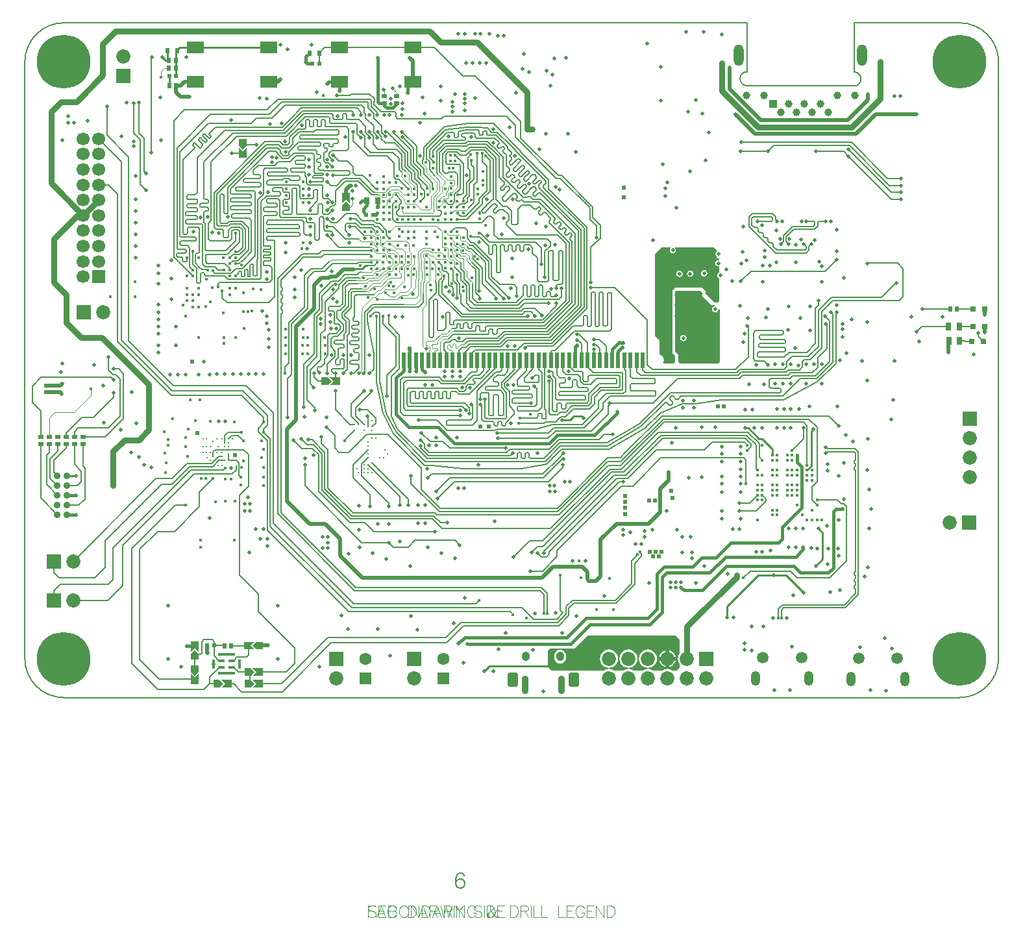
<source format=gbl>
G04 Layer_Physical_Order=6*
G04 Layer_Color=16711680*
%FSLAX43Y43*%
%MOMM*%
G71*
G01*
G75*
%ADD10C,0.254*%
%ADD12R,0.700X0.510*%
%ADD13R,0.510X0.560*%
%ADD14R,0.510X0.700*%
%ADD15R,0.640X0.890*%
%ADD27R,0.640X1.000*%
%ADD34R,1.000X1.000*%
%ADD55C,0.300*%
%ADD56R,0.800X0.800*%
%ADD88C,0.127*%
%ADD89C,0.508*%
%ADD90C,0.254*%
%ADD91C,0.130*%
%ADD95C,0.381*%
%ADD97C,0.762*%
%ADD98C,0.102*%
%ADD101C,0.155*%
%ADD104C,0.457*%
%ADD107C,0.142*%
%ADD111C,1.500*%
%ADD112O,1.200X1.900*%
%ADD113C,1.850*%
%ADD114R,1.850X1.850*%
%ADD115C,7.000*%
%ADD116C,1.700*%
%ADD117R,1.700X1.700*%
%ADD118R,1.850X1.850*%
%ADD119R,1.600X1.600*%
%ADD120C,1.600*%
%ADD121C,0.500*%
%ADD122O,1.050X1.250*%
%ADD123O,0.850X2.425*%
G04:AMPARAMS|DCode=124|XSize=1.9mm|YSize=1.375mm|CornerRadius=0.344mm|HoleSize=0mm|Usage=FLASHONLY|Rotation=90.000|XOffset=0mm|YOffset=0mm|HoleType=Round|Shape=RoundedRectangle|*
%AMROUNDEDRECTD124*
21,1,1.900,0.688,0,0,90.0*
21,1,1.212,1.375,0,0,90.0*
1,1,0.688,0.344,0.606*
1,1,0.688,0.344,-0.606*
1,1,0.688,-0.344,-0.606*
1,1,0.688,-0.344,0.606*
%
%ADD124ROUNDEDRECTD124*%
%ADD125O,1.300X2.800*%
%ADD126C,1.000*%
%ADD127C,0.610*%
%ADD128C,0.508*%
%ADD129C,0.381*%
%ADD130C,0.406*%
%ADD131C,0.406*%
%ADD132C,0.305*%
%ADD133C,0.457*%
%ADD134C,0.900*%
%ADD135R,0.550X0.800*%
%ADD136R,0.500X2.000*%
%ADD137R,2.300X0.350*%
%ADD138R,0.350X1.300*%
%ADD139R,0.950X0.400*%
%ADD140R,2.160X1.520*%
G36*
X22678Y5970D02*
X22178Y6470D01*
X21678Y5970D01*
Y7320D01*
X22678D01*
Y5970D01*
D02*
G37*
G36*
Y1777D02*
X21678D01*
Y3127D01*
X22178Y2627D01*
X22678Y3127D01*
Y1777D01*
D02*
G37*
G36*
X29470Y6782D02*
X29970Y6282D01*
X28620D01*
Y7282D01*
X29970D01*
X29470Y6782D01*
D02*
G37*
G36*
X40003Y41250D02*
X39503Y40750D01*
X38703D01*
Y41750D01*
X39503D01*
X40003Y41250D01*
D02*
G37*
G36*
X31020Y6282D02*
X30220D01*
X29720Y6782D01*
X30220Y7282D01*
X31020D01*
Y6282D01*
D02*
G37*
G36*
X22678Y3377D02*
X22178Y2877D01*
X21678Y3377D01*
Y4177D01*
X22678D01*
Y3377D01*
D02*
G37*
G36*
X85369Y7620D02*
Y5726D01*
X85330Y5675D01*
X85211Y5388D01*
X85171Y5080D01*
X85211Y4772D01*
X85330Y4485D01*
X85369Y4434D01*
Y3886D01*
X85014Y3531D01*
X84466D01*
X84415Y3570D01*
X84128Y3689D01*
X83820Y3729D01*
X83512Y3689D01*
X83225Y3570D01*
X83174Y3531D01*
X81926D01*
X81875Y3570D01*
X81588Y3689D01*
X81280Y3729D01*
X80972Y3689D01*
X80685Y3570D01*
X80634Y3531D01*
X79386D01*
X79335Y3570D01*
X79048Y3689D01*
X78740Y3729D01*
X78432Y3689D01*
X78145Y3570D01*
X78094Y3531D01*
X76846D01*
X76795Y3570D01*
X76508Y3689D01*
X76200Y3729D01*
X75892Y3689D01*
X75605Y3570D01*
X75554Y3531D01*
X72029D01*
X71923Y3552D01*
X71235D01*
X71129Y3531D01*
X68755D01*
X68235Y4050D01*
Y6158D01*
X68478Y6401D01*
X71704D01*
X73406Y8103D01*
X84887D01*
X85369Y7620D01*
D02*
G37*
G36*
X31044Y2855D02*
X29694D01*
X30194Y3355D01*
X29694Y3855D01*
X31044D01*
Y2855D01*
D02*
G37*
G36*
X29944Y3355D02*
X29444Y2855D01*
X28644D01*
Y3855D01*
X29444D01*
X29944Y3355D01*
D02*
G37*
G36*
X22678Y5720D02*
Y4920D01*
X21678D01*
Y5720D01*
X22178Y6220D01*
X22678Y5720D01*
D02*
G37*
G36*
X41103Y40750D02*
X39753D01*
X40253Y41250D01*
X39753Y41750D01*
X41103D01*
Y40750D01*
D02*
G37*
G36*
X42400Y64238D02*
Y63438D01*
X41400D01*
Y64238D01*
X41900Y64738D01*
X42400Y64238D01*
D02*
G37*
G36*
X90325Y58259D02*
X90207Y58180D01*
X90117Y58045D01*
X90086Y57887D01*
X90117Y57728D01*
X90197Y57610D01*
X90195Y57594D01*
X90195Y57563D01*
X90198Y57532D01*
X90203Y57501D01*
X90212Y57471D01*
X90222Y57442D01*
X90235Y57414D01*
X90251Y57387D01*
X90269Y57362D01*
X90289Y57338D01*
X90311Y57316D01*
X90335Y57296D01*
X90360Y57278D01*
X90387Y57263D01*
X90415Y57250D01*
X90445Y57239D01*
X90475Y57231D01*
X90504Y57226D01*
X90548Y57220D01*
Y57097D01*
X90548Y57088D01*
X90546Y57079D01*
X90544Y57071D01*
X90542Y57062D01*
X90538Y57054D01*
X90534Y57046D01*
X90529Y57039D01*
X90529Y57038D01*
X90450Y57053D01*
X90292Y57022D01*
X90157Y56932D01*
X90067Y56798D01*
X90036Y56639D01*
X90067Y56480D01*
X90157Y56346D01*
X90292Y56256D01*
X90450Y56225D01*
X90529Y56240D01*
X90530Y56238D01*
X90535Y56231D01*
X90539Y56223D01*
X90542Y56215D01*
X90545Y56206D01*
X90547Y56197D01*
X90548Y56189D01*
X90548Y56181D01*
Y55427D01*
X90436Y55352D01*
X90346Y55218D01*
X90314Y55059D01*
X90346Y54901D01*
X90436Y54766D01*
X90548Y54691D01*
Y51813D01*
X90294Y51559D01*
X89913D01*
X88770Y52702D01*
Y53083D01*
X88389Y53464D01*
X84833D01*
X84452Y53083D01*
Y44955D01*
X84833Y44574D01*
Y43812D01*
X84579Y43558D01*
X83217D01*
X83286Y43661D01*
X83325Y43754D01*
Y43754D01*
X83364Y43949D01*
Y44051D01*
X83325Y44246D01*
X83286Y44339D01*
X83176Y44504D01*
X83140Y44540D01*
X83104Y44576D01*
X82939Y44686D01*
X82846Y44725D01*
X82846D01*
X82801Y44734D01*
Y46606D01*
X82166Y47241D01*
Y57909D01*
X82991Y58734D01*
X84150D01*
X84159Y58734D01*
X84168Y58733D01*
X84177Y58731D01*
X84185Y58728D01*
X84193Y58725D01*
X84201Y58721D01*
X84209Y58716D01*
X84216Y58711D01*
X84222Y58705D01*
X84228Y58698D01*
X84234Y58691D01*
X84239Y58683D01*
X84243Y58675D01*
X84246Y58667D01*
X84246Y58666D01*
X84225Y58652D01*
X84135Y58518D01*
X84104Y58359D01*
X84135Y58200D01*
X84225Y58066D01*
X84359Y57976D01*
X84518Y57945D01*
X84677Y57976D01*
X84811Y58066D01*
X84901Y58200D01*
X84932Y58359D01*
X84901Y58518D01*
X84811Y58652D01*
X84790Y58666D01*
X84792Y58673D01*
X84796Y58681D01*
X84801Y58689D01*
X84806Y58696D01*
X84812Y58702D01*
X84818Y58709D01*
X84825Y58714D01*
X84832Y58719D01*
X84840Y58724D01*
X84848Y58727D01*
X84857Y58730D01*
X84865Y58732D01*
X84874Y58734D01*
X84883Y58734D01*
X84886Y58734D01*
X89849D01*
X90325Y58259D01*
D02*
G37*
G36*
X42400Y64488D02*
X41900Y64988D01*
X41400Y64488D01*
Y65838D01*
X42400D01*
Y64488D01*
D02*
G37*
G36*
X28942Y72036D02*
X28442Y71536D01*
X27942Y72036D01*
Y72836D01*
X28942D01*
Y72036D01*
D02*
G37*
G36*
Y70436D02*
X27942D01*
Y71786D01*
X28442Y71286D01*
X28942Y71786D01*
Y70436D01*
D02*
G37*
G36*
X88388Y52829D02*
Y52544D01*
X88389Y52544D01*
Y52321D01*
X89532Y51178D01*
X89755D01*
X89755Y51177D01*
X90040D01*
X90147Y51071D01*
X90137Y51060D01*
X90040Y51079D01*
X89881Y51048D01*
X89747Y50958D01*
X89657Y50823D01*
X89626Y50665D01*
X89657Y50506D01*
X89747Y50372D01*
X89881Y50282D01*
X90040Y50251D01*
X90199Y50282D01*
X90333Y50372D01*
X90423Y50506D01*
X90454Y50665D01*
X90452Y50677D01*
X90456Y50679D01*
X90465Y50682D01*
X90474Y50683D01*
X90482Y50685D01*
X90491Y50685D01*
X90500Y50685D01*
X90509Y50683D01*
X90518Y50681D01*
X90526Y50679D01*
X90534Y50675D01*
X90542Y50671D01*
X90550Y50666D01*
X90557Y50661D01*
X90563Y50655D01*
X90675Y50543D01*
Y43812D01*
X90421Y43558D01*
X85468D01*
X85214Y43811D01*
Y44732D01*
X84833Y45113D01*
Y52925D01*
X84991Y53082D01*
X88135D01*
X88388Y52829D01*
D02*
G37*
G36*
X31044Y1331D02*
X29694D01*
X30194Y1831D01*
X29694Y2331D01*
X31044D01*
Y1331D01*
D02*
G37*
G36*
X29944Y1831D02*
X29444Y1331D01*
X28644D01*
Y2331D01*
X29444D01*
X29944Y1831D01*
D02*
G37*
G36*
X25890D02*
X25390Y1331D01*
X24590D01*
Y2331D01*
X25390D01*
X25890Y1831D01*
D02*
G37*
G36*
X26990Y1331D02*
X25640D01*
X26140Y1831D01*
X25640Y2331D01*
X26990D01*
Y1331D01*
D02*
G37*
%LPC*%
G36*
X76200Y6269D02*
X75892Y6229D01*
X75605Y6110D01*
X75359Y5921D01*
X75170Y5675D01*
X75051Y5388D01*
X75011Y5080D01*
X75051Y4772D01*
X75170Y4485D01*
X75359Y4239D01*
X75605Y4050D01*
X75892Y3931D01*
X76200Y3891D01*
X76508Y3931D01*
X76795Y4050D01*
X77041Y4239D01*
X77230Y4485D01*
X77349Y4772D01*
X77389Y5080D01*
X77349Y5388D01*
X77230Y5675D01*
X77041Y5921D01*
X76795Y6110D01*
X76508Y6229D01*
X76200Y6269D01*
D02*
G37*
G36*
X78740D02*
X78432Y6229D01*
X78145Y6110D01*
X77899Y5921D01*
X77710Y5675D01*
X77591Y5388D01*
X77551Y5080D01*
X77591Y4772D01*
X77710Y4485D01*
X77899Y4239D01*
X78145Y4050D01*
X78432Y3931D01*
X78740Y3891D01*
X79048Y3931D01*
X79335Y4050D01*
X79581Y4239D01*
X79770Y4485D01*
X79889Y4772D01*
X79929Y5080D01*
X79889Y5388D01*
X79770Y5675D01*
X79581Y5921D01*
X79335Y6110D01*
X79048Y6229D01*
X78740Y6269D01*
D02*
G37*
G36*
X84074Y6133D02*
Y5334D01*
X84873D01*
X84870Y5361D01*
X84761Y5623D01*
X84588Y5848D01*
X84363Y6021D01*
X84101Y6130D01*
X84074Y6133D01*
D02*
G37*
G36*
X83566Y4826D02*
X82767D01*
X82770Y4799D01*
X82879Y4537D01*
X83052Y4312D01*
X83277Y4139D01*
X83539Y4030D01*
X83566Y4027D01*
Y4826D01*
D02*
G37*
G36*
X81280Y6269D02*
X80972Y6229D01*
X80685Y6110D01*
X80439Y5921D01*
X80250Y5675D01*
X80131Y5388D01*
X80091Y5080D01*
X80131Y4772D01*
X80250Y4485D01*
X80439Y4239D01*
X80685Y4050D01*
X80972Y3931D01*
X81280Y3891D01*
X81588Y3931D01*
X81875Y4050D01*
X82121Y4239D01*
X82310Y4485D01*
X82429Y4772D01*
X82469Y5080D01*
X82429Y5388D01*
X82310Y5675D01*
X82121Y5921D01*
X81875Y6110D01*
X81588Y6229D01*
X81280Y6269D01*
D02*
G37*
G36*
X84873Y4826D02*
X84074D01*
Y4027D01*
X84101Y4030D01*
X84363Y4139D01*
X84588Y4312D01*
X84761Y4537D01*
X84870Y4799D01*
X84873Y4826D01*
D02*
G37*
G36*
X83566Y6133D02*
X83539Y6130D01*
X83277Y6021D01*
X83052Y5848D01*
X82879Y5623D01*
X82770Y5361D01*
X82767Y5334D01*
X83566D01*
Y6133D01*
D02*
G37*
G36*
X69816Y6222D02*
X69613Y6195D01*
X69424Y6116D01*
X69261Y5992D01*
X69136Y5829D01*
X69057Y5639D01*
X69031Y5436D01*
Y5236D01*
X69057Y5033D01*
X69136Y4843D01*
X69261Y4680D01*
X69424Y4555D01*
X69613Y4477D01*
X69816Y4450D01*
X70020Y4477D01*
X70209Y4555D01*
X70372Y4680D01*
X70497Y4843D01*
X70575Y5033D01*
X70602Y5236D01*
Y5436D01*
X70575Y5639D01*
X70497Y5829D01*
X70372Y5992D01*
X70209Y6116D01*
X70020Y6195D01*
X69816Y6222D01*
D02*
G37*
G36*
X85382Y55681D02*
X85223Y55650D01*
X85089Y55560D01*
X84999Y55425D01*
X84967Y55267D01*
X84999Y55108D01*
X85089Y54974D01*
X85223Y54884D01*
X85382Y54852D01*
X85540Y54884D01*
X85675Y54974D01*
X85765Y55108D01*
X85796Y55267D01*
X85765Y55425D01*
X85675Y55560D01*
X85540Y55650D01*
X85382Y55681D01*
D02*
G37*
G36*
X88604Y55746D02*
X88445Y55715D01*
X88311Y55625D01*
X88221Y55490D01*
X88189Y55332D01*
X88221Y55173D01*
X88311Y55039D01*
X88445Y54949D01*
X88604Y54918D01*
X88762Y54949D01*
X88897Y55039D01*
X88986Y55173D01*
X89018Y55332D01*
X88986Y55490D01*
X88897Y55625D01*
X88762Y55715D01*
X88604Y55746D01*
D02*
G37*
G36*
X86784Y55703D02*
X86626Y55671D01*
X86491Y55581D01*
X86401Y55447D01*
X86370Y55288D01*
X86401Y55130D01*
X86491Y54995D01*
X86626Y54905D01*
X86784Y54874D01*
X86943Y54905D01*
X87077Y54995D01*
X87167Y55130D01*
X87199Y55288D01*
X87167Y55447D01*
X87077Y55581D01*
X86943Y55671D01*
X86784Y55703D01*
D02*
G37*
G36*
X85897Y47294D02*
X85738Y47263D01*
X85604Y47173D01*
X85514Y47039D01*
X85483Y46880D01*
X85514Y46721D01*
X85604Y46587D01*
X85738Y46497D01*
X85897Y46466D01*
X86056Y46497D01*
X86190Y46587D01*
X86280Y46721D01*
X86311Y46880D01*
X86280Y47039D01*
X86190Y47173D01*
X86056Y47263D01*
X85897Y47294D01*
D02*
G37*
%LPD*%
D10*
X29220Y6782D02*
D03*
X30320D02*
D03*
X30444Y3355D02*
D03*
X29344D02*
D03*
X30444Y1831D02*
D03*
X29344D02*
D03*
X22178Y6720D02*
D03*
Y5620D02*
D03*
Y2377D02*
D03*
Y3477D02*
D03*
X26390Y1831D02*
D03*
X25290D02*
D03*
X41900Y65238D02*
D03*
Y64138D02*
D03*
X39403Y41250D02*
D03*
X40503D02*
D03*
X28442Y72136D02*
D03*
Y71036D02*
D03*
D12*
X5370Y34003D02*
D03*
Y33103D02*
D03*
X4264Y34003D02*
D03*
Y33103D02*
D03*
X3158Y34003D02*
D03*
Y33103D02*
D03*
X2053Y34003D02*
D03*
Y33103D02*
D03*
X2815Y40709D02*
D03*
Y39809D02*
D03*
X7582Y34003D02*
D03*
Y33103D02*
D03*
X6476Y34003D02*
D03*
Y33103D02*
D03*
X46859Y78403D02*
D03*
Y77503D02*
D03*
X48514Y78403D02*
D03*
Y77503D02*
D03*
D13*
X18820Y81043D02*
D03*
X19720D02*
D03*
X37494Y82649D02*
D03*
X38394D02*
D03*
X24699Y6822D02*
D03*
X23799D02*
D03*
X44533Y62982D02*
D03*
X45433D02*
D03*
D14*
X120677Y50690D02*
D03*
X121577D02*
D03*
X18820Y79773D02*
D03*
X19720D02*
D03*
X19703Y82067D02*
D03*
X18803D02*
D03*
Y83134D02*
D03*
X19703D02*
D03*
X26926Y6766D02*
D03*
X26026D02*
D03*
D15*
X44615Y64838D02*
D03*
X46015D02*
D03*
D27*
X121908Y46532D02*
D03*
X120508D02*
D03*
X120488Y48404D02*
D03*
X121888D02*
D03*
D34*
X97616Y77411D02*
D03*
D55*
X43739Y64536D02*
D03*
D56*
X123506Y46482D02*
D03*
X125006D02*
D03*
X125184Y48425D02*
D03*
X123684D02*
D03*
Y50695D02*
D03*
X125184D02*
D03*
D88*
X81150Y43434D02*
Y49210D01*
X73708Y62328D02*
Y63846D01*
X74089Y62609D02*
X75108Y61590D01*
X74089Y62609D02*
Y64004D01*
X69367Y10211D02*
X70166Y11009D01*
X58199Y69499D02*
X58572Y69127D01*
Y67584D02*
Y69127D01*
X57981Y66993D02*
X58572Y67584D01*
X57769Y69030D02*
X58084Y68715D01*
Y67634D02*
Y68715D01*
X57600Y67151D02*
X58084Y67634D01*
X57885Y63882D02*
X58602Y64599D01*
X47040Y73177D02*
Y73206D01*
X46532Y73714D02*
X47040Y73206D01*
X41427Y51387D02*
Y53699D01*
X41043Y51003D02*
X41427Y51387D01*
X48402Y75712D02*
Y76235D01*
X32969Y78054D02*
X45013D01*
X33477Y77670D02*
X44682D01*
X31856Y76049D02*
X33477Y77670D01*
X31571Y76656D02*
X32969Y78054D01*
X54647Y75844D02*
X62760D01*
X58260Y58572D02*
X60096Y56735D01*
X58417Y58953D02*
X60479Y56891D01*
X58577Y59334D02*
X60860Y57051D01*
X60891Y57814D02*
X61018Y57941D01*
X60637Y57814D02*
X60891D01*
X60510Y57941D02*
X60637Y57814D01*
X60510Y57941D02*
Y58910D01*
X60096Y54386D02*
Y56735D01*
X60479Y54744D02*
Y56891D01*
X60860Y54903D02*
Y57051D01*
X56007Y56200D02*
X56868Y55339D01*
X53996Y56776D02*
X54432Y56339D01*
Y55832D02*
Y56339D01*
X60785Y62763D02*
X61189Y62360D01*
X58240Y59334D02*
X58577D01*
X58395Y57279D02*
X59690Y55983D01*
X43164Y63078D02*
X44010Y62231D01*
X41877Y63078D02*
X43164D01*
X44010Y62231D02*
X45459D01*
X43922Y61719D02*
X45432D01*
X43162Y62478D02*
X43922Y61719D01*
X42448Y62478D02*
X43162D01*
X43160Y61851D02*
X43737Y61274D01*
X41976Y61851D02*
X43160D01*
X43737Y61274D02*
X45247D01*
X45459Y62231D02*
X45844Y61846D01*
X45432Y61719D02*
X45686Y61465D01*
X40002Y64132D02*
X40306D01*
X39420Y63550D02*
X40002Y64132D01*
X39588Y63014D02*
X40132Y63560D01*
X39606Y65077D02*
X40132Y64551D01*
X44327Y67820D02*
X45775Y66367D01*
X25265Y31437D02*
X25722D01*
X104443Y48717D02*
X104602Y48558D01*
X121909Y48425D02*
X123685D01*
X121584Y50695D02*
X123685D01*
X59004Y67266D02*
Y70970D01*
X55604Y63172D02*
X55607D01*
X22179Y3477D02*
Y5621D01*
X57769Y70399D02*
X58182Y70812D01*
X50779Y55905D02*
Y55940D01*
X50749Y55931D02*
X50770D01*
X41682Y33531D02*
X42966Y34815D01*
X59631Y69865D02*
Y70994D01*
X56422Y63191D02*
X56653Y62960D01*
X58199Y69499D02*
Y70080D01*
X56385Y63941D02*
X56395D01*
X56384Y63936D02*
X56385D01*
X56130Y70741D02*
X56537Y70334D01*
X26975Y4821D02*
Y4821D01*
X60092Y70664D02*
X60432Y70325D01*
X55579Y55971D02*
X55815Y55734D01*
X24107Y1831D02*
X25291D01*
X25622Y3921D02*
Y3922D01*
X78997Y43185D02*
Y44002D01*
X48006Y64392D02*
X48378Y64764D01*
X104898Y36738D02*
X106173Y35463D01*
X27792Y3355D02*
X29347D01*
X26975Y3921D02*
Y3922D01*
X29347Y1831D02*
Y3355D01*
X53199Y56749D02*
X53199Y56750D01*
X74189Y46712D02*
X74901D01*
X69338Y51087D02*
Y51437D01*
X65476Y49632D02*
X65630Y49786D01*
X65479Y49632D02*
X65631Y49784D01*
X51632Y32527D02*
Y32814D01*
X11272Y41758D02*
X11575Y41455D01*
X2083Y41758D02*
X11272D01*
X965Y40640D02*
X2083Y41758D01*
X965Y38481D02*
Y40640D01*
Y38481D02*
X2053Y37394D01*
Y34003D02*
Y37394D01*
X43228Y52550D02*
X45502D01*
X42796Y49464D02*
X43027Y49695D01*
Y52349D01*
X43228Y52550D01*
X44028Y53328D02*
X44040D01*
X42603D02*
X44028D01*
X42189Y52914D02*
X42603Y53328D01*
X42189Y50985D02*
Y52914D01*
X42570Y50828D02*
Y52756D01*
X42761Y52947D01*
X44548D01*
X45502Y52550D02*
X45540Y52588D01*
X41732Y49989D02*
X42570Y50828D01*
X41163Y50543D02*
X41808Y51189D01*
X40840Y50543D02*
X41163D01*
X40742Y50444D02*
X40840Y50543D01*
X40742Y49453D02*
Y50444D01*
X39726Y51003D02*
X41043D01*
X39606Y50884D02*
X39726Y51003D01*
X39606Y50513D02*
Y50884D01*
Y50513D02*
X39700Y50419D01*
X40183D01*
X40361Y50241D01*
Y48819D02*
Y50241D01*
X41351Y50147D02*
X42189Y50985D01*
X41732Y49764D02*
Y49989D01*
Y49764D02*
X42288Y49208D01*
Y47495D02*
Y49208D01*
X41351Y49601D02*
Y50147D01*
Y49601D02*
X41663Y49289D01*
X41669D01*
X43396Y54013D02*
X43409D01*
X43119Y54381D02*
X43119D01*
X60468Y39726D02*
X60528Y39665D01*
Y36894D02*
Y39665D01*
X59433Y38887D02*
Y39621D01*
X59538Y39726D02*
X60468D01*
X59433Y39621D02*
X59538Y39726D01*
X57400Y44000D02*
Y45040D01*
X57783Y45422D02*
X58115Y45755D01*
X57400Y45040D02*
X57783Y45423D01*
X67941Y67077D02*
Y67350D01*
X67640Y66777D02*
X67941Y67077D01*
X67060Y66819D02*
X67412Y67171D01*
X66586Y66993D02*
X67031Y67437D01*
X67412Y67171D02*
Y67277D01*
X67252Y67437D02*
X67412Y67277D01*
X67031Y67437D02*
X67252D01*
X66430Y66993D02*
X66586D01*
X66294Y67129D02*
X66430Y66993D01*
X66294Y67129D02*
Y67285D01*
X66453Y67443D01*
X66465D01*
X66726Y67704D01*
Y67975D01*
X66506Y68195D02*
X66726Y67975D01*
X66218Y68195D02*
X66506D01*
X65409Y67386D02*
X66218Y68195D01*
X54820Y46384D02*
X55440D01*
X54657Y46221D02*
X54820Y46384D01*
X53924Y63522D02*
X54172D01*
X54356Y63339D01*
Y63094D02*
Y63339D01*
X54077Y62814D02*
X54356Y63094D01*
X48801Y63736D02*
Y64186D01*
X48463Y63094D02*
X48743Y62814D01*
X48463Y63094D02*
Y63398D01*
X48801Y63736D01*
X64849Y64262D02*
X65891D01*
X64310Y63722D02*
X64849Y64262D01*
X64310Y61823D02*
Y63722D01*
X64128Y61641D02*
X64310Y61823D01*
X63665Y61641D02*
X64128D01*
X63500Y61806D02*
X63665Y61641D01*
X63500Y61806D02*
Y63449D01*
X62919Y64030D02*
X63500Y63449D01*
X62408Y64030D02*
X62919D01*
X62809Y61641D02*
X64151Y60300D01*
X61103Y63386D02*
X61309Y63180D01*
X62809Y61641D02*
Y61977D01*
X63119Y62287D01*
Y62916D01*
X62411Y63624D02*
X63119Y62916D01*
X61901Y63624D02*
X62411D01*
X61457Y63180D02*
X61901Y63624D01*
X61309Y63180D02*
X61457D01*
X64691Y71138D02*
Y71275D01*
X73301Y50738D02*
Y61375D01*
X64691Y71138D02*
X68322Y67507D01*
X61109Y74857D02*
X64691Y71275D01*
X57861Y74857D02*
X61109D01*
X60855Y73714D02*
X61643D01*
X63271Y72085D01*
Y72063D02*
Y72085D01*
Y72063D02*
X63950Y71384D01*
Y71340D02*
Y71384D01*
Y71340D02*
X67941Y67350D01*
X63506Y69498D02*
X64265Y70256D01*
X64495D02*
X64701Y70051D01*
X64265Y70256D02*
X64495D01*
X63311Y69498D02*
X63506D01*
X65100Y67763D02*
X65735Y68398D01*
Y68558D01*
X65100Y67501D02*
Y67763D01*
X72920Y50896D02*
Y61217D01*
X51598Y66606D02*
Y66958D01*
Y66606D02*
X52090Y66114D01*
Y65238D02*
Y66114D01*
X51598Y64746D02*
X52090Y65238D01*
X52730Y67589D02*
X53188Y67131D01*
X51892Y67259D02*
X52451Y66700D01*
X53188Y66384D02*
Y67131D01*
Y66384D02*
X53205Y66367D01*
X52451Y66446D02*
Y66700D01*
X54229Y68418D02*
X54331Y68316D01*
X54229Y68418D02*
Y68436D01*
X54102Y68563D02*
X54229Y68436D01*
X54102Y68563D02*
Y71109D01*
X57499Y71222D02*
X58061Y71784D01*
X56916Y71222D02*
X57499D01*
X56608Y71530D02*
X56916Y71222D01*
X55062Y71530D02*
X56608D01*
X63957Y65758D02*
X64269Y65446D01*
X63689Y65758D02*
X63957D01*
X62689Y64759D02*
X63689Y65758D01*
X62451Y64759D02*
X62689D01*
X62255Y64954D02*
X62451Y64759D01*
X62255Y64954D02*
Y65269D01*
X62382Y66191D02*
X62838Y66647D01*
X62155Y66191D02*
X62382D01*
X61998Y66348D02*
X62155Y66191D01*
X61998Y66348D02*
Y66452D01*
X62504Y66958D01*
Y67211D01*
X61448Y64990D02*
X62408Y64030D01*
X60997Y64948D02*
X61067Y65018D01*
X60884Y70409D02*
X61067Y70227D01*
X61597Y64059D02*
Y64167D01*
X60464Y63696D02*
X61136Y64368D01*
X61396D02*
X61597Y64167D01*
X61136Y64368D02*
X61396D01*
X61103Y63565D02*
X61597Y64059D01*
X67060Y64643D02*
X69174Y62528D01*
X65073Y64643D02*
X67060D01*
X69828Y67726D02*
X73708Y63846D01*
X69355Y67726D02*
X69828D01*
X69986Y68107D02*
X74089Y64004D01*
X69533Y68107D02*
X69986D01*
X64691Y72949D02*
X69533Y68107D01*
X64005Y73076D02*
X69355Y67726D01*
X65612Y68682D02*
X65735Y68558D01*
X65487Y68682D02*
X65612D01*
X64772Y67967D02*
X65487Y68682D01*
X65215Y67386D02*
X65409D01*
X65100Y67501D02*
X65215Y67386D01*
X64574Y67967D02*
X64772D01*
X64430Y68110D02*
X64574Y67967D01*
X64430Y68110D02*
Y68290D01*
X65158Y69018D01*
Y69198D01*
X65004Y69353D02*
X65158Y69198D01*
X64824Y69353D02*
X65004D01*
X64071Y68599D02*
X64824Y69353D01*
X63891Y68599D02*
X64071D01*
X63711Y68778D02*
X63891Y68599D01*
X63711Y68778D02*
Y68958D01*
X64701Y69948D01*
Y70051D01*
X62935Y71602D02*
Y71861D01*
X63205Y71331D02*
X63210D01*
X62935Y71602D02*
X63205Y71331D01*
X62408Y71130D02*
Y71377D01*
Y71130D02*
X62665Y70873D01*
X62686D01*
X62791Y70768D01*
X41669Y49289D02*
X41907Y49050D01*
Y47705D02*
Y49050D01*
X40742Y49453D02*
X41526Y48669D01*
Y47863D02*
Y48669D01*
X40777Y47114D02*
X41526Y47863D01*
X40361Y48819D02*
X40426Y48754D01*
X40902D01*
X41145Y48511D01*
Y48021D02*
Y48511D01*
X40619Y47495D02*
X41145Y48021D01*
X39065Y68679D02*
X42212D01*
X38935Y68809D02*
X39065Y68679D01*
X38430Y68809D02*
X38935D01*
X38275Y68964D02*
X38430Y68809D01*
X38275Y68964D02*
Y69095D01*
X27129Y56969D02*
X27749D01*
X26733Y56573D02*
X27129Y56969D01*
X27533Y56573D02*
X27909D01*
X28303Y56966D02*
X28442D01*
X27909Y56573D02*
X28303Y56966D01*
X28355Y55956D02*
X30020Y57621D01*
X28245Y55005D02*
Y55499D01*
X28169Y55575D02*
X28245Y55499D01*
X27940Y55575D02*
X28169D01*
X27803Y55438D02*
X27940Y55575D01*
X28245Y55005D02*
X28335Y54915D01*
X27498Y55956D02*
X28355D01*
X26911Y55369D02*
X27498Y55956D01*
X28767Y55829D02*
X28942D01*
X28651Y55714D02*
X28767Y55829D01*
X28651Y54950D02*
Y55714D01*
X30020Y57621D02*
Y65982D01*
X30251Y57074D02*
X30401Y57223D01*
X30251Y55082D02*
Y57074D01*
X29359Y56410D02*
X29489Y56540D01*
X29359Y54959D02*
Y56410D01*
X29315Y54915D02*
X29359Y54959D01*
X28616Y54915D02*
X28651Y54950D01*
X28335Y54915D02*
X28616D01*
X29489Y56540D02*
X29709D01*
X28942Y55829D02*
X29062Y55709D01*
Y54961D02*
Y55709D01*
Y54961D02*
X29108Y54915D01*
X39088Y43550D02*
Y44193D01*
X38692Y43154D02*
X39088Y43550D01*
X38277Y43154D02*
X38692D01*
X59230Y42037D02*
X59800Y42607D01*
X58442Y42037D02*
X59230D01*
X57338Y40932D02*
X58442Y42037D01*
X67962Y36364D02*
X67996Y36398D01*
X67683Y35763D02*
X67903Y35983D01*
X64440Y35763D02*
X67683D01*
X61646Y34496D02*
X68312D01*
X68998Y35182D01*
X67745Y36364D02*
X67962D01*
X67728Y36347D02*
X67745Y36364D01*
X67586Y36347D02*
X67728D01*
X68998Y35182D02*
X72927D01*
X53503Y24054D02*
X53732Y23825D01*
X42799Y24054D02*
X53503D01*
X39548Y27305D02*
X42799Y24054D01*
X39548Y27305D02*
Y32309D01*
X38710Y33147D02*
X39548Y32309D01*
X38710Y33147D02*
Y33985D01*
X53345Y23673D02*
X54234Y22784D01*
X42641Y23673D02*
X53345D01*
X54234Y22784D02*
X55093D01*
X39116Y27198D02*
X42641Y23673D01*
X39116Y27198D02*
Y31989D01*
X37476Y33630D02*
X39116Y31989D01*
X37015Y33630D02*
X37476D01*
X53188Y23292D02*
X54407Y22073D01*
X42484Y23292D02*
X53188D01*
X38735Y27040D02*
X42484Y23292D01*
X38735Y27040D02*
Y31832D01*
X37623Y32944D02*
X38735Y31832D01*
X36845Y32944D02*
X37623D01*
X38333Y26903D02*
Y31694D01*
X37516Y32512D02*
X38333Y31694D01*
X36094Y32512D02*
X37516D01*
X42402Y22835D02*
X44334D01*
X38333Y26903D02*
X42402Y22835D01*
X12878Y36398D02*
Y42240D01*
X12218Y42900D02*
X12878Y42240D01*
X11575Y42900D02*
X12218D01*
X67800Y37674D02*
X67996Y37478D01*
Y36398D02*
Y37478D01*
X64569Y36459D02*
X66751D01*
X67492Y36441D02*
Y36930D01*
X66751Y36459D02*
X66954Y36662D01*
Y36937D01*
X67082Y37065D01*
X67358D01*
X67492Y36930D01*
Y36441D02*
X67586Y36347D01*
X62730Y35563D02*
Y35794D01*
X63856Y36919D01*
X63195Y38053D02*
Y39932D01*
X63856Y36919D02*
Y37393D01*
X63195Y38053D02*
X63856Y37393D01*
X56814Y70719D02*
X57535D01*
X58219Y71403D01*
X63703Y38395D02*
X66030D01*
X66040Y38405D01*
X64440Y35734D02*
Y35763D01*
X50770Y55931D02*
X50779Y55940D01*
X79799Y44000D02*
X79799Y44000D01*
X73400Y43164D02*
X74168Y42396D01*
X73397Y43167D02*
X73400Y43164D01*
X80599Y44000D02*
X80599Y44000D01*
X79000Y42266D02*
Y43182D01*
Y41907D02*
Y42266D01*
X94697Y55623D02*
X104385D01*
X93396Y54322D02*
X94697Y55623D01*
X58496Y41507D02*
X58642Y41653D01*
X58496Y41351D02*
Y41507D01*
Y41351D02*
X58701Y41146D01*
X59481Y41653D02*
X60600Y42772D01*
X57528Y40538D02*
X57836Y40846D01*
X58525D01*
X58701Y41023D01*
Y41146D01*
X58642Y41653D02*
X59481D01*
X63210Y71331D02*
X63449Y71092D01*
X62410Y67844D02*
X65032Y65222D01*
X66251Y65024D02*
X67263D01*
X65032Y65222D02*
X65430D01*
X65543Y65336D01*
X65939D01*
X66251Y65024D01*
X54657Y45352D02*
X55000Y45009D01*
Y44000D02*
Y45009D01*
X60236Y64186D02*
X60997Y64948D01*
X59614Y63564D02*
X60236Y64186D01*
X60274Y48489D02*
X67818D01*
X60071Y48285D02*
X60274Y48489D01*
X60071Y47843D02*
Y48285D01*
X59983Y47755D02*
X60071Y47843D01*
X58731Y45374D02*
X64218D01*
X65046Y46203D01*
X65476Y49632D02*
X65479D01*
X65197Y50310D02*
X66022D01*
X64900Y50013D02*
X65197Y50310D01*
X73400Y43164D02*
Y44000D01*
X72006Y47343D02*
X72317D01*
X73400Y46259D01*
Y44000D02*
Y46259D01*
X79000Y42266D02*
X79000Y42266D01*
X94236Y48437D02*
X94358Y48315D01*
X98933Y47447D02*
Y47701D01*
X95936Y47246D02*
X98732D01*
X98933Y47447D01*
X98755Y47879D02*
X98933Y47701D01*
X95352Y47879D02*
X98755D01*
X95047Y47574D02*
X95352Y47879D01*
X95047Y44120D02*
Y47574D01*
X99009Y45060D02*
X99187Y45237D01*
X95757Y45060D02*
X99009D01*
X95605Y44907D02*
X95757Y45060D01*
X99187Y45237D02*
Y45491D01*
X95783Y47093D02*
X95936Y47246D01*
X95783Y46880D02*
Y47093D01*
Y46880D02*
X95955Y46708D01*
X99035D01*
X99187Y46555D01*
Y46304D02*
Y46555D01*
X99035Y46152D02*
X99187Y46304D01*
X95860Y46152D02*
X99035D01*
X95755Y46048D02*
X95860Y46152D01*
X95755Y45801D02*
Y46048D01*
Y45801D02*
X95912Y45644D01*
X99035D01*
X99187Y45491D01*
X95717Y44399D02*
X99060D01*
X95605Y44511D02*
X95717Y44399D01*
X95605Y44511D02*
Y44907D01*
X99060Y44399D02*
X99695Y45034D01*
X95228Y43939D02*
X96390D01*
X95047Y44120D02*
X95228Y43939D01*
X96390D02*
X96898Y43431D01*
X99695Y45034D02*
X101957D01*
X103124Y46201D01*
Y50800D01*
X103505Y51181D01*
Y51813D01*
X27559Y30937D02*
X27915Y30582D01*
X26543Y30937D02*
X27559D01*
X27915Y29018D02*
X28191Y28742D01*
X27915Y29018D02*
Y30582D01*
X26543Y30937D02*
Y31833D01*
X28016Y26393D02*
X29159Y27536D01*
X24859Y32334D02*
X28550D01*
X29159Y27536D02*
Y31725D01*
X28550Y32334D02*
X29159Y31725D01*
X24544Y31437D02*
Y32019D01*
X10868Y35176D02*
X12421Y36728D01*
X10903Y42741D02*
Y44409D01*
X12421Y36728D02*
Y41551D01*
X11811Y42161D02*
X12421Y41551D01*
X11484Y42161D02*
X11811D01*
X10903Y42741D02*
X11484Y42161D01*
X7582Y34003D02*
X10482D01*
X12878Y36398D01*
X6476Y34695D02*
X6957Y35176D01*
X10868D01*
X11575Y39159D02*
Y39784D01*
X8966Y36551D02*
X11575Y39159D01*
X7417Y36551D02*
X8966D01*
X5370Y34504D02*
X7417Y36551D01*
X5370Y34003D02*
Y34504D01*
X6476Y34003D02*
Y34695D01*
X19076Y39446D02*
X28295D01*
X12115Y46406D02*
X19076Y39446D01*
X12115Y46406D02*
Y65633D01*
X19202Y39979D02*
X28435D01*
X12573Y46610D02*
X19202Y39979D01*
X12573Y46610D02*
Y69926D01*
X19330Y40665D02*
X28854D01*
X13505Y46490D02*
X19330Y40665D01*
X13505Y46490D02*
Y70511D01*
X7582Y30173D02*
Y33103D01*
X6476Y30405D02*
Y33103D01*
X3759Y29389D02*
Y30963D01*
X5370Y32573D01*
X3158Y31928D02*
Y33103D01*
X2815Y27794D02*
Y31584D01*
X3158Y31928D01*
X3302Y28577D02*
Y31129D01*
X4264Y32091D01*
X2053Y26016D02*
Y33103D01*
X17120Y28550D02*
X19177D01*
X6350Y17780D02*
X17120Y28550D01*
X10465Y20424D02*
X17854Y27813D01*
X10465Y16993D02*
Y20424D01*
X9119Y15646D02*
X10465Y16993D01*
X4496Y15646D02*
X9119D01*
X3810Y16332D02*
X4496Y15646D01*
X3810Y16332D02*
Y17780D01*
X11466Y19533D02*
X21626Y29693D01*
X4674Y14757D02*
X10871D01*
X11466Y15353D02*
Y19533D01*
X10871Y14757D02*
X11466Y15353D01*
X3810Y13894D02*
X4674Y14757D01*
X3810Y12700D02*
Y13894D01*
X12776Y19863D02*
X22047Y29134D01*
X12776Y14630D02*
Y19863D01*
X10846Y12700D02*
X12776Y14630D01*
X6350Y12700D02*
X10846D01*
X2053Y26016D02*
X4243Y23825D01*
X2815Y27794D02*
X4243Y26365D01*
X3302Y28577D02*
X4243Y27635D01*
X4264Y32091D02*
Y33103D01*
X5370Y32573D02*
Y33103D01*
X3759Y29389D02*
X4243Y28905D01*
X7582Y30173D02*
X7823Y29931D01*
Y25908D02*
Y29931D01*
X7010Y25095D02*
X7823Y25908D01*
X5513Y25095D02*
X7010D01*
X6476Y30405D02*
X7366Y29515D01*
Y28156D02*
Y29515D01*
X6845Y27635D02*
X7366Y28156D01*
X5513Y27635D02*
X6845D01*
X32382Y22761D02*
X42875Y12268D01*
X32001Y22330D02*
X42621Y11709D01*
X31620Y21796D02*
X42215Y11201D01*
X44334Y22835D02*
X45503Y21666D01*
X53518D01*
X35027Y33580D02*
X36094Y32512D01*
X48085Y19598D02*
X49992D01*
X50892Y20498D01*
X56109D01*
X56744Y19863D01*
X36083Y33706D02*
X36845Y32944D01*
X36525Y27632D02*
X43944Y20213D01*
X36525Y27632D02*
Y30379D01*
X50348Y27909D02*
X54042Y24216D01*
X51714Y27170D02*
X54170Y24714D01*
X51714Y27170D02*
Y29950D01*
X50348Y27909D02*
Y28898D01*
X47298Y34366D02*
X51714Y29950D01*
X39370Y35230D02*
X40462Y34138D01*
X44628Y34366D02*
X47298D01*
X42266Y32004D02*
X44628Y34366D01*
X40996Y32004D02*
X42266D01*
X40462Y32537D02*
X40996Y32004D01*
X40462Y32537D02*
Y34138D01*
X83246Y36319D02*
X102232D01*
X102687Y27503D02*
X103324Y28140D01*
X43944Y20213D02*
X47470D01*
X124385Y47102D02*
X125005Y46482D01*
X124385Y47102D02*
Y47500D01*
X37719Y44831D02*
Y49928D01*
X27203Y1831D02*
X28272Y762D01*
X26390Y1831D02*
X27203D01*
X123506Y46482D02*
X123507D01*
X122676D02*
X123506D01*
X82585Y34579D02*
X94320D01*
X95793Y33106D01*
Y31348D02*
Y33106D01*
Y31348D02*
X96194Y30944D01*
X78402Y32014D02*
X83127Y36738D01*
X83405Y35938D02*
X101556D01*
X102026Y35468D01*
Y30286D02*
Y35468D01*
X102232Y36319D02*
X103324Y35227D01*
Y28140D02*
Y35227D01*
X36347Y43459D02*
X37719Y44831D01*
X33906Y42288D02*
Y43177D01*
X34414Y43685D01*
Y48918D01*
X36454Y50957D01*
Y55041D01*
X37353Y55938D01*
X38773D01*
X94040Y27863D02*
Y30985D01*
X93761Y31264D02*
X94040Y30985D01*
X82953Y31264D02*
X93761D01*
X95402Y29794D02*
X95539Y29657D01*
X95402Y29794D02*
Y31186D01*
X95399Y31188D02*
X95402Y31186D01*
X95399Y31188D02*
Y32941D01*
X94142Y34198D02*
X95399Y32941D01*
X82966Y34198D02*
X94142D01*
X82357Y32293D02*
X88605D01*
X89608Y33296D01*
X93845D01*
X94246Y32895D01*
X83222Y33817D02*
X93964D01*
X94739Y33042D01*
Y32740D02*
Y33042D01*
X94246Y32245D02*
X94739Y32740D01*
X39614Y69702D02*
X40134Y69182D01*
X39241Y69702D02*
X39614D01*
X38980Y69963D02*
X39241Y69702D01*
X38980Y69963D02*
Y71058D01*
X39107Y71185D01*
X39316D01*
X39443Y71312D01*
Y71566D01*
X39316Y71693D02*
X39443Y71566D01*
X39107Y71693D02*
X39316D01*
X38980Y71820D02*
X39107Y71693D01*
X38980Y71820D02*
Y72158D01*
X39107Y72285D01*
X39594D01*
X39721Y72158D01*
Y71930D02*
Y72158D01*
Y71930D02*
X39848Y71803D01*
X40102D01*
X40229Y71930D01*
Y72158D01*
X40356Y72285D01*
X40764D01*
X40891Y72412D01*
Y72710D01*
X40764Y72837D02*
X40891Y72710D01*
X35989Y72837D02*
X40764D01*
X35862Y72964D02*
X35989Y72837D01*
X35862Y72964D02*
Y73218D01*
X35989Y73345D01*
X40764D01*
X40967Y73548D01*
Y73886D01*
X40789Y74063D02*
X40967Y73886D01*
X37995Y74063D02*
X40789D01*
X37688Y73756D02*
X37995Y74063D01*
X35763Y73756D02*
X37688D01*
X34922Y72915D02*
X35763Y73756D01*
X34922Y72204D02*
Y72915D01*
X34420Y71701D02*
X34922Y72204D01*
X33519Y71701D02*
X34420D01*
X33113Y72108D02*
X33519Y71701D01*
X31499Y72108D02*
X33113D01*
X25067Y65676D02*
X31499Y72108D01*
X25067Y61668D02*
Y65676D01*
Y61668D02*
X25245Y61490D01*
X26554D01*
X26808Y61744D01*
X28151D01*
X28801Y61095D01*
Y58560D02*
Y61095D01*
X27996Y57757D02*
X28801Y58560D01*
X27113Y57757D02*
X27996D01*
X26733Y57373D02*
X27113Y57757D01*
X42212Y68679D02*
X42356Y68534D01*
X38275Y69095D02*
X38599Y69420D01*
Y69674D01*
X38472Y69801D02*
X38599Y69674D01*
X38224Y69801D02*
X38472D01*
X38097Y69928D02*
X38224Y69801D01*
X38097Y69928D02*
Y70182D01*
X38224Y70309D01*
X38472D01*
X38599Y70436D01*
Y70690D01*
X38472Y70817D02*
X38599Y70690D01*
X38224Y70817D02*
X38472D01*
X38097Y70944D02*
X38224Y70817D01*
X38097Y70944D02*
Y71219D01*
X37919Y71397D02*
X38097Y71219D01*
X35786Y71397D02*
X37919D01*
X35659Y71524D02*
X35786Y71397D01*
X35659Y71524D02*
Y71778D01*
X35786Y71905D01*
X38427D01*
X38554Y72032D01*
Y72286D01*
X38408Y72432D02*
X38554Y72286D01*
X35690Y72432D02*
X38408D01*
X34414Y71157D02*
X35690Y72432D01*
X34414Y70863D02*
Y71157D01*
X34223Y70672D02*
X34414Y70863D01*
X33792Y70672D02*
X34223D01*
X33361Y71103D02*
X33792Y70672D01*
X33361Y71103D02*
Y71320D01*
X33031Y71650D02*
X33361Y71320D01*
X31580Y71650D02*
X33031D01*
X26464Y66534D02*
X31580Y71650D01*
X26464Y63243D02*
Y66534D01*
X26362Y63141D02*
X26464Y63243D01*
X26083Y63141D02*
X26362D01*
X25956Y63268D02*
X26083Y63141D01*
X25956Y63268D02*
Y65529D01*
X25829Y65656D02*
X25956Y65529D01*
X25586Y65656D02*
X25829D01*
X25448Y65518D02*
X25586Y65656D01*
X25448Y61998D02*
Y65518D01*
Y61998D02*
X25575Y61871D01*
X26396D01*
X26650Y62125D01*
X28309D01*
X29182Y61253D01*
Y58401D02*
Y61253D01*
X27749Y56969D02*
X29182Y58401D01*
X40132Y70055D02*
Y70148D01*
X39697Y70583D02*
X40132Y70148D01*
X39697Y70583D02*
Y71015D01*
X40053Y71371D01*
X42009D01*
X42237Y71600D01*
Y74165D01*
X41958Y74444D02*
X42237Y74165D01*
X39297Y74444D02*
X41958D01*
X39170Y74571D02*
X39297Y74444D01*
X37519D02*
X37646Y74571D01*
X37254Y74444D02*
X37519D01*
X37127Y74571D02*
X37254Y74444D01*
X37127Y74571D02*
Y75232D01*
X37000Y75359D02*
X37127Y75232D01*
X36746Y75359D02*
X37000D01*
X36619Y75232D02*
X36746Y75359D01*
X36619Y74292D02*
Y75232D01*
X36467Y74140D02*
X36619Y74292D01*
X35608Y74140D02*
X36467D01*
X34541Y73073D02*
X35608Y74140D01*
X34541Y72362D02*
Y73073D01*
X34262Y72082D02*
X34541Y72362D01*
X33677Y72082D02*
X34262D01*
X33271Y72489D02*
X33677Y72082D01*
X31341Y72489D02*
X33271D01*
X24686Y65834D02*
X31341Y72489D01*
X24686Y61363D02*
Y65834D01*
Y61363D02*
X24940Y61109D01*
X25702D01*
X25854Y60957D01*
Y60144D02*
Y60957D01*
Y60144D02*
X26007Y59992D01*
X26413D01*
X26565Y60144D01*
Y60963D01*
X26966Y61363D01*
X27993D01*
X28394Y60963D01*
Y58697D02*
Y60963D01*
X27842Y58145D02*
X28394Y58697D01*
X27490Y58145D02*
X27842D01*
X28442Y56966D02*
X29563Y58087D01*
Y62227D01*
X29283Y62506D02*
X29563Y62227D01*
X27150Y62506D02*
X29283D01*
X27023Y62633D02*
X27150Y62506D01*
X27023Y62633D02*
Y62985D01*
X27150Y63112D01*
X29385D01*
X29512Y63239D01*
Y63493D01*
X29385Y63620D02*
X29512Y63493D01*
X26972Y63620D02*
X29385D01*
X26845Y63747D02*
X26972Y63620D01*
X26845Y63747D02*
Y64001D01*
X26972Y64128D01*
X29385D01*
X29512Y64255D01*
Y64509D01*
X29385Y64636D02*
X29512Y64509D01*
X26972Y64636D02*
X29385D01*
X26845Y64763D02*
X26972Y64636D01*
X26845Y64763D02*
Y65017D01*
X26972Y65144D01*
X29385D01*
X29512Y65271D01*
Y65525D01*
X29385Y65652D02*
X29512Y65525D01*
X26972Y65652D02*
X29385D01*
X26845Y65779D02*
X26972Y65652D01*
X26845Y65779D02*
Y66342D01*
X31772Y71269D01*
X32763D01*
X32915Y71117D01*
Y70990D02*
Y71117D01*
Y70990D02*
X33627Y70279D01*
X34389D01*
X35125Y71015D01*
X37487D01*
X37716Y70787D01*
X44932Y73025D02*
Y73158D01*
X44424Y73666D02*
X44932Y73158D01*
X44424Y73666D02*
Y74490D01*
X43555Y75359D02*
X44424Y74490D01*
X42080Y75359D02*
X43555D01*
X41953Y75486D02*
X42080Y75359D01*
X41953Y75486D02*
Y75994D01*
X41826Y76121D02*
X41953Y75994D01*
X41572Y76121D02*
X41826D01*
X41445Y75994D02*
X41572Y76121D01*
X41445Y75486D02*
Y75994D01*
X41318Y75359D02*
X41445Y75486D01*
X40358Y75359D02*
X41318D01*
X40180Y75537D02*
X40358Y75359D01*
X33906Y73606D02*
X36421Y76121D01*
X32452Y73606D02*
X33906D01*
X23380Y65097D02*
X23507Y64970D01*
X23797D01*
X23924Y64843D01*
Y64589D02*
Y64843D01*
X23797Y64462D02*
X23924Y64589D01*
X22999Y64462D02*
X23797D01*
X22872Y64335D02*
X22999Y64462D01*
X22872Y64081D02*
Y64335D01*
Y64081D02*
X22999Y63954D01*
X23797D01*
X23924Y63827D01*
Y63573D02*
Y63827D01*
X23797Y63446D02*
X23924Y63573D01*
X23507Y63446D02*
X23797D01*
X23380Y63319D02*
X23507Y63446D01*
X23380Y61971D02*
Y63319D01*
Y61971D02*
X23525Y61826D01*
Y58460D02*
Y61826D01*
Y58460D02*
X23721Y58265D01*
X26235D01*
X27513Y59542D01*
Y60553D01*
X43332Y73566D02*
X43873Y73025D01*
X43332Y73566D02*
Y74724D01*
X43205Y74851D02*
X43332Y74724D01*
X39900Y74851D02*
X43205D01*
X39748Y75003D02*
X39900Y74851D01*
X34064Y73225D02*
X36579Y75740D01*
X32610Y73225D02*
X34064D01*
X23924Y61821D02*
X24305Y62202D01*
X23924Y59839D02*
Y61821D01*
Y59839D02*
X24178Y59585D01*
X26718D01*
X26972Y59839D01*
Y60830D01*
X27124Y60982D01*
X27835D01*
X27988Y60830D01*
Y59382D02*
Y60830D01*
X26412Y57807D02*
X27988Y59382D01*
X23721Y57807D02*
X26412D01*
X23594Y57680D02*
X23721Y57807D01*
X23594Y56842D02*
Y57680D01*
Y56842D02*
X23797Y56639D01*
X26083D01*
X26733Y55989D01*
Y55775D02*
Y55989D01*
X42799Y75971D02*
Y76321D01*
X42618Y76502D02*
X42799Y76321D01*
X33759Y74038D02*
X36224Y76502D01*
X33708Y73987D02*
X33759Y74038D01*
X22349Y64413D02*
X22476Y64540D01*
X21258Y64413D02*
X22349D01*
Y63905D02*
X22476Y63778D01*
Y63497D02*
Y63778D01*
X22374Y63395D02*
X22476Y63497D01*
X21104Y63395D02*
X22374D01*
X20985Y63276D02*
X21104Y63395D01*
X20985Y62978D02*
Y63276D01*
Y62978D02*
X21112Y62851D01*
X22364D01*
X22491Y62724D01*
Y62470D02*
Y62724D01*
X22364Y62343D02*
X22491Y62470D01*
X21112Y62343D02*
X22364D01*
X20985Y62216D02*
X21112Y62343D01*
X20985Y61922D02*
Y62216D01*
Y61922D02*
X21112Y61795D01*
X23017D01*
X23144Y61668D01*
Y56529D02*
Y61668D01*
Y56529D02*
X23492Y56182D01*
X24761D01*
X25170Y55775D01*
X25933D01*
X37188Y63543D02*
Y63832D01*
X38199Y64843D01*
Y66164D01*
X38097Y66266D02*
X38199Y66164D01*
X37792Y66266D02*
X38097D01*
X37640Y66113D02*
X37792Y66266D01*
X37640Y65250D02*
Y66113D01*
X37462Y65072D02*
X37640Y65250D01*
X35963Y65072D02*
X37462D01*
X35836Y65199D02*
X35963Y65072D01*
X35836Y65199D02*
Y66697D01*
X35684Y66850D02*
X35836Y66697D01*
X31747Y66850D02*
X35684D01*
X31595Y67002D02*
X31747Y66850D01*
X31595Y67002D02*
Y67307D01*
X31772Y67485D01*
X33550D01*
X33754Y67688D01*
X34439D01*
X34668Y67459D01*
X35709D01*
X35836Y67586D01*
Y67917D01*
X35709Y68044D02*
X35836Y67917D01*
X31747Y68044D02*
X35709D01*
X31620Y68171D02*
X31747Y68044D01*
X31620Y68171D02*
Y68399D01*
X31747Y68526D01*
X34109D01*
X34236Y68653D01*
Y68907D01*
X34135Y69009D02*
X34236Y68907D01*
X31341Y69009D02*
X34135D01*
X31163Y68831D02*
X31341Y69009D01*
X31163Y65631D02*
Y68831D01*
X30401Y64869D02*
X31163Y65631D01*
X45974Y76004D02*
Y76022D01*
X19410Y57470D02*
X21907Y54975D01*
X23797Y55801D02*
X23881Y55717D01*
X23111Y55801D02*
X23797D01*
X22788Y56124D02*
X23111Y55801D01*
X22788Y56124D02*
Y56127D01*
X22273Y56645D02*
X22788Y56127D01*
X22273Y56645D02*
Y57843D01*
X22382Y57952D01*
X22603D01*
X22730Y58079D01*
Y61186D01*
X22603Y61313D02*
X22730Y61186D01*
X21333Y61313D02*
X22603D01*
X21194Y61174D02*
X21333Y61313D01*
X21194Y60564D02*
Y61174D01*
X21052Y60422D02*
X21194Y60564D01*
X20751Y60422D02*
X21052D01*
X20604Y60568D02*
X20751Y60422D01*
X20604Y60568D02*
Y70112D01*
X32136Y74368D02*
X33550D01*
X33660Y74478D01*
X43295Y76883D02*
X43873Y76311D01*
Y76004D02*
Y76311D01*
X21511Y56169D02*
X21907Y55775D01*
X21511Y56169D02*
Y58671D01*
X21231Y58950D02*
X21511Y58671D01*
X20393Y58950D02*
X21231D01*
X20223Y59121D02*
X20393Y58950D01*
X20223Y59121D02*
Y59406D01*
X20350Y59533D01*
X22222D01*
X22349Y59660D01*
Y59914D01*
X22222Y60041D02*
X22349Y59914D01*
X20350Y60041D02*
X22222D01*
X20223Y60168D02*
X20350Y60041D01*
X44455Y75605D02*
X45491Y74569D01*
Y73678D02*
Y74569D01*
Y73678D02*
X45981Y73188D01*
Y73116D02*
Y73188D01*
Y73116D02*
X45981Y73025D01*
X21107Y56970D02*
Y57373D01*
X20975Y56842D02*
X21107Y56970D01*
X20698Y56842D02*
X20975D01*
X20571Y56969D02*
X20698Y56842D01*
X20571Y56969D02*
Y57342D01*
X20444Y57469D02*
X20571Y57342D01*
X19976Y57469D02*
X20444D01*
X19829Y57617D02*
X19976Y57469D01*
X19829Y57617D02*
Y57835D01*
X19956Y57962D01*
X20901D01*
X21028Y58089D01*
Y58318D01*
X20901Y58445D02*
X21028Y58318D01*
X19984Y58445D02*
X20901D01*
X19842Y58587D02*
X19984Y58445D01*
X45511Y75542D02*
X46532Y74523D01*
Y73714D02*
Y74523D01*
X40138Y60670D02*
X40139Y60317D01*
X39940Y60866D02*
X40138Y60670D01*
X39189Y60866D02*
X39940D01*
X38986Y61069D02*
X39189Y60866D01*
X38986Y61069D02*
Y62481D01*
X38808Y62659D02*
X38986Y62481D01*
X38529Y62659D02*
X38808D01*
X38402Y62532D02*
X38529Y62659D01*
X38402Y59790D02*
Y62532D01*
X38275Y59663D02*
X38402Y59790D01*
X37994Y59663D02*
X38275D01*
X37818Y59839D02*
X37994Y59663D01*
X37818Y59839D02*
Y61821D01*
X37665Y61973D02*
X37818Y61821D01*
X36878Y61973D02*
X37665D01*
X36751Y62100D02*
X36878Y61973D01*
X36751Y62100D02*
Y62456D01*
X36573Y62633D02*
X36751Y62456D01*
X35399Y62633D02*
X36573D01*
X35398Y62633D02*
X35399Y62633D01*
X33449Y62633D02*
X35398D01*
X33271Y62811D02*
X33449Y62633D01*
X33271Y62811D02*
Y64792D01*
X33019Y65044D02*
X33271Y64792D01*
X31674Y65044D02*
X33019D01*
X31520Y64890D02*
X31674Y65044D01*
X31520Y64615D02*
Y64890D01*
Y64615D02*
X31673Y64462D01*
X32763D01*
X32890Y64335D01*
Y64081D02*
Y64335D01*
X32763Y63954D02*
X32890Y64081D01*
X31341Y63954D02*
X32763D01*
X31163Y63776D02*
X31341Y63954D01*
X31163Y63522D02*
Y63776D01*
Y63522D02*
X31290Y63395D01*
X32763D01*
X32890Y63268D01*
Y63014D02*
Y63268D01*
X32763Y62887D02*
X32890Y63014D01*
X31290Y62887D02*
X32763D01*
X31163Y62760D02*
X31290Y62887D01*
X25214Y53967D02*
X25397Y54150D01*
X25214Y53543D02*
Y53967D01*
X31671Y59636D02*
X32509D01*
X31544Y59763D02*
X31671Y59636D01*
X31544Y59763D02*
Y60017D01*
X31671Y60144D01*
X35735D01*
X35862Y60271D01*
Y60525D01*
X35735Y60652D02*
X35862Y60525D01*
X31671Y60652D02*
X35735D01*
X31544Y60779D02*
X31671Y60652D01*
X31544Y60779D02*
Y61033D01*
X31671Y61160D01*
X35684D01*
X35811Y61287D01*
Y61541D01*
X35684Y61668D02*
X35811Y61541D01*
X31671Y61668D02*
X35684D01*
X31544Y61795D02*
X31671Y61668D01*
X31544Y61795D02*
Y62049D01*
X31747Y62252D01*
X35240D01*
X35241Y62252D01*
X36167D01*
X36370Y62049D01*
Y60551D02*
Y62049D01*
Y60551D02*
X36611Y60309D01*
X37213D01*
X24490Y55692D02*
X24812Y55369D01*
X26911D01*
X29893Y66109D02*
X30020Y65982D01*
X27632Y66109D02*
X29893D01*
X27505Y66236D02*
X27632Y66109D01*
X27505Y66236D02*
Y66463D01*
X27659Y66617D01*
X30651D01*
X30782Y66748D01*
Y67049D01*
X30655Y67176D02*
X30782Y67049D01*
X28674Y67176D02*
X30655D01*
X28547Y67303D02*
X28674Y67176D01*
X28547Y67303D02*
Y67505D01*
X28726Y67684D01*
X30574D01*
X30706Y67815D01*
Y68094D01*
X30579Y68221D02*
X30706Y68094D01*
X29944Y68221D02*
X30579D01*
X29817Y68348D02*
X29944Y68221D01*
X29817Y68348D02*
Y68775D01*
X30432Y69390D01*
X32560D01*
X33068Y69898D01*
X34592D01*
X35328Y70634D01*
X36456D01*
X36573Y70517D01*
Y70224D02*
Y70517D01*
X36446Y70097D02*
X36573Y70224D01*
X35405Y70097D02*
X36446D01*
X35278Y69970D02*
X35405Y70097D01*
X35278Y69716D02*
Y69970D01*
Y69716D02*
X35405Y69589D01*
X36446D01*
X36573Y69462D01*
Y69208D02*
Y69462D01*
X36446Y69081D02*
X36573Y69208D01*
X34795Y69081D02*
X36446D01*
X34668Y68954D02*
X34795Y69081D01*
X34668Y68700D02*
Y68954D01*
Y68700D02*
X34795Y68573D01*
X36446D01*
X36573Y68446D01*
Y68048D02*
Y68446D01*
Y68048D02*
X36743Y67878D01*
Y67108D02*
Y67878D01*
Y67108D02*
X37004Y66847D01*
X38734D01*
X38859Y66723D01*
Y65229D02*
Y66723D01*
Y65229D02*
X39011Y65077D01*
X39606D01*
X38961Y63014D02*
X39588D01*
X38808Y63166D02*
X38961Y63014D01*
X38808Y63166D02*
Y64234D01*
X38681Y64361D02*
X38808Y64234D01*
X38351Y64361D02*
X38681D01*
X38224Y64234D02*
X38351Y64361D01*
X38224Y63167D02*
Y64234D01*
X38071Y63014D02*
X38224Y63167D01*
X35430Y63141D02*
X35557Y63014D01*
X35430Y63141D02*
Y66342D01*
X35328Y66443D02*
X35430Y66342D01*
X35024Y66443D02*
X35328D01*
X34897Y66316D02*
X35024Y66443D01*
X34897Y63167D02*
Y66316D01*
X34744Y63014D02*
X34897Y63167D01*
X33804Y63014D02*
X34744D01*
X33673Y63146D02*
X33804Y63014D01*
X33673Y63146D02*
Y63395D01*
X33800Y63522D01*
X34338D01*
X34465Y63649D01*
Y63929D01*
X34363Y64030D02*
X34465Y63929D01*
X33855Y64030D02*
X34363D01*
X33673Y64213D02*
X33855Y64030D01*
X33673Y64213D02*
Y64838D01*
X33830Y64996D01*
X34363D01*
X34490Y65123D01*
Y65783D01*
X34338Y65935D02*
X34490Y65783D01*
X33779Y65935D02*
X34338D01*
X33652Y66062D02*
X33779Y65935D01*
X33652Y66062D02*
Y66342D01*
X33525Y66469D02*
X33652Y66342D01*
X32407Y66469D02*
X33525D01*
X32280Y66342D02*
X32407Y66469D01*
X32280Y66088D02*
Y66342D01*
Y66088D02*
X32407Y65961D01*
X33195D01*
X33322Y65834D01*
Y65552D02*
Y65834D01*
X33195Y65425D02*
X33322Y65552D01*
X32155Y65425D02*
X33195D01*
X32153Y65427D02*
X32155Y65425D01*
X31518Y65427D02*
X32153D01*
X30782Y64691D02*
X31518Y65427D01*
X26032Y54988D02*
X26489Y54531D01*
X23594Y54988D02*
X26032D01*
X23449Y55133D02*
X23594Y54988D01*
X23449Y55133D02*
Y55260D01*
X23322Y55387D02*
X23449Y55260D01*
X23068Y55387D02*
X23322D01*
X22941Y55260D02*
X23068Y55387D01*
X22941Y54226D02*
Y55260D01*
X22814Y54099D02*
X22941Y54226D01*
X22527Y54099D02*
X22814D01*
X22407Y54219D02*
X22527Y54099D01*
X22407Y54219D02*
Y55970D01*
X21892Y56488D02*
X22407Y55970D01*
X21892Y56488D02*
Y58158D01*
X21907Y58173D01*
X42034Y47241D02*
X42288Y47495D01*
X42034Y42796D02*
Y47241D01*
X41526Y42288D02*
X42034Y42796D01*
X44716Y49170D02*
X45488Y44867D01*
Y42821D02*
Y44867D01*
X44929Y42262D02*
X45488Y42821D01*
X44335Y42526D02*
X44335Y42526D01*
X44335Y42430D02*
Y42526D01*
X44193Y42288D02*
X44335Y42430D01*
X40002Y42542D02*
Y42796D01*
X40113Y42907D01*
X41526D01*
X41653Y43034D01*
Y44066D01*
X41526Y44193D02*
X41653Y44066D01*
X41272Y44193D02*
X41526D01*
X41145Y44066D02*
X41272Y44193D01*
X41145Y43542D02*
Y44066D01*
X41018Y43415D02*
X41145Y43542D01*
X40637Y43415D02*
X41018D01*
X40510Y43542D02*
X40637Y43415D01*
X40510Y43542D02*
Y43990D01*
X40866Y44345D01*
Y45438D01*
X41018Y45590D01*
X41484D01*
X41611Y45717D01*
Y45940D01*
X41484Y46067D02*
X41611Y45940D01*
X40510Y46067D02*
X41484D01*
X40383Y46194D02*
X40510Y46067D01*
X40383Y46194D02*
Y46448D01*
X40510Y46575D01*
X41484D01*
X41611Y46702D01*
Y47410D01*
X41907Y47705D01*
X42542Y42288D02*
X42923D01*
X43573Y42938D01*
Y43331D01*
X43446Y43458D02*
X43573Y43331D01*
X42542Y43458D02*
X43446D01*
X42415Y43585D02*
X42542Y43458D01*
X42415Y43585D02*
Y43839D01*
X42542Y43966D01*
X43446D01*
X43573Y44093D01*
Y44892D01*
X43446Y45019D02*
X43573Y44892D01*
X43050Y45019D02*
X43446D01*
X42923Y45146D02*
X43050Y45019D01*
X42923Y45146D02*
Y45400D01*
X43050Y45527D01*
X43446D01*
X43573Y45654D01*
Y45908D01*
X43446Y46035D02*
X43573Y45908D01*
X42542Y46035D02*
X43446D01*
X42415Y46162D02*
X42542Y46035D01*
X42415Y46162D02*
Y46416D01*
X42542Y46543D01*
X43446D01*
X43573Y46670D01*
X42669Y47178D02*
Y47432D01*
X42796Y47559D01*
X43446D01*
X43573Y47686D01*
X42796Y48067D02*
X43446D01*
X42669Y48194D02*
X42796Y48067D01*
X42669Y48194D02*
Y48448D01*
X42796Y48575D01*
X43446D01*
X43573Y48702D01*
X39469Y42329D02*
Y43508D01*
X40459Y44498D01*
Y45209D01*
X39925Y45743D02*
X40459Y45209D01*
X39925Y45743D02*
Y46784D01*
X40256Y47114D01*
X40777D01*
X39544Y47291D02*
X39748Y47495D01*
X40619D01*
X14196Y73606D02*
Y77543D01*
Y73606D02*
X15059Y72743D01*
Y66951D02*
Y72743D01*
Y66951D02*
X15821Y66189D01*
X16482Y71101D02*
Y83451D01*
Y71101D02*
X16491Y71092D01*
X14881Y77594D02*
X14884Y73578D01*
X15516Y72947D01*
Y68657D02*
Y72947D01*
Y68657D02*
X15772Y68401D01*
X10691Y73326D02*
X10693Y77114D01*
X10691Y73326D02*
X13505Y70511D01*
X28854Y40665D02*
X32382Y37137D01*
X24544Y32019D02*
X24859Y32334D01*
X28016Y15977D02*
Y26393D01*
X44958Y73671D02*
Y73817D01*
Y73671D02*
X45453Y73176D01*
X47249Y73812D02*
X47586Y73474D01*
X47063Y73812D02*
X47249D01*
X39410Y67292D02*
X39933Y66769D01*
X42799Y72628D02*
Y73787D01*
X45996Y73711D02*
X46489Y73219D01*
X45996Y73711D02*
Y73817D01*
X43873Y73678D02*
Y73797D01*
Y73678D02*
X44345Y73206D01*
Y71802D02*
Y73206D01*
X45775Y66367D02*
X45979D01*
X40170Y70782D02*
X40995Y69954D01*
X39436Y61407D02*
X40220D01*
X41826Y59796D01*
X43583D01*
X42379Y61391D02*
X43080D01*
X44130Y60342D01*
X45844Y61846D02*
X46278D01*
X40726Y61925D02*
X41877Y63078D01*
X39987Y61925D02*
X40726D01*
X39433Y62481D02*
X39987Y61925D01*
X45247Y61274D02*
X45580Y60944D01*
X41783Y60881D02*
X42346Y60317D01*
X39405Y60309D02*
X40960Y58755D01*
X94536Y25397D02*
X95544Y26405D01*
X93215Y25397D02*
X94536D01*
X96194Y26405D02*
X96644Y25955D01*
Y25651D02*
Y25955D01*
X95376Y24384D02*
X96644Y25651D01*
X93223Y24384D02*
X95376D01*
X45026Y24942D02*
Y26421D01*
X42796Y28651D02*
X45026Y26421D01*
X42796Y28651D02*
Y30325D01*
X44787Y32316D01*
X48887Y25107D02*
Y26215D01*
X44787Y30314D02*
X48887Y26215D01*
X50030Y25064D02*
Y25892D01*
X45285Y30634D02*
X50030Y25892D01*
X47470Y24963D02*
Y25326D01*
X43916Y28879D02*
X47470Y25326D01*
X43916Y28879D02*
Y30446D01*
X44787Y31315D01*
X45285Y35316D02*
X45768Y35799D01*
Y36471D01*
X44676Y37564D02*
X45768Y36471D01*
X43685Y37564D02*
X44676D01*
X44787Y35316D02*
Y36614D01*
X44701Y36700D02*
X44787Y36614D01*
X43177Y36746D02*
X44287Y35636D01*
X43177Y36746D02*
Y37843D01*
X45209Y39875D01*
Y40002D01*
X43467Y35636D02*
Y35775D01*
X42542Y36700D02*
X43467Y35775D01*
X42542Y36700D02*
Y38287D01*
X44288Y40034D01*
X42415Y35636D02*
X42966D01*
X40510Y37541D02*
X42415Y35636D01*
X40510Y37541D02*
Y40002D01*
X26975Y4821D02*
X27226D01*
X27659Y5255D01*
X28926D01*
X29220Y5546D01*
Y6782D01*
X26927Y6766D02*
X29205D01*
X29220Y6782D02*
X29221D01*
X27792Y34160D02*
X28478Y33474D01*
X26946Y34160D02*
X27792D01*
X26543Y33756D02*
X26946Y34160D01*
X26479Y34607D02*
X28272D01*
X121577Y50690D02*
X121584Y50695D01*
X121577Y50690D02*
X121577D01*
X121889Y48404D02*
X121909Y48425D01*
X125005Y46482D02*
X125006D01*
X122620Y46537D02*
X122676Y46482D01*
X121909Y46532D02*
X122620Y46537D01*
X107439Y70609D02*
X113027Y65021D01*
X114307D01*
X103225Y71244D02*
X106804D01*
X107439Y70609D01*
X96898Y71244D02*
X97678Y72024D01*
X107548D01*
X112773Y66799D01*
X114297D01*
X93342Y71244D02*
X96898D01*
X113027Y65910D02*
X114297D01*
X107439Y71498D02*
X113027Y65910D01*
X93451Y72405D02*
X107802D01*
X112519Y67688D01*
X114297D01*
X100076Y32235D02*
X101597Y33756D01*
Y35176D01*
X24683Y6807D02*
X24698Y6822D01*
X24683Y5453D02*
Y6807D01*
Y5453D02*
X25314Y4821D01*
X25622D01*
X25623Y4821D01*
X26026Y6766D02*
X26027D01*
X25970Y6822D02*
X26027Y6766D01*
X24698Y6822D02*
X25970D01*
X24698D02*
Y7272D01*
X24427Y7544D02*
X24698Y7272D01*
X23380Y7544D02*
X24427D01*
X23071Y7234D02*
X23380Y7544D01*
X23071Y5781D02*
Y7234D01*
X22913Y5621D02*
X23071Y5781D01*
X22179Y5621D02*
X22913D01*
X22179Y2377D02*
Y2378D01*
X19702Y84539D02*
X19877Y84714D01*
X24102Y1826D02*
X24107Y1831D01*
X25622Y3921D02*
X25623D01*
X25339Y3922D02*
X25622D01*
X24101Y2682D02*
X25339Y3922D01*
X24101Y2682D02*
X24102Y1826D01*
X27226Y3922D02*
X27792Y3355D01*
X26975Y3922D02*
X27226D01*
X29344Y1831D02*
X29347D01*
X104385Y55623D02*
X105912Y57150D01*
X117091Y50690D02*
X120677D01*
X116332Y47726D02*
X117010Y48404D01*
X120487D01*
X31112Y34607D02*
X32001Y33718D01*
X28435Y39979D02*
X31623Y36791D01*
Y35560D02*
Y36791D01*
X31112Y35049D02*
X31623Y35560D01*
X31112Y34607D02*
Y35049D01*
X31165Y35824D02*
Y35902D01*
X30477Y35135D02*
X31165Y35824D01*
X30477Y34668D02*
Y35135D01*
Y34668D02*
X31620Y33524D01*
X9619Y66878D02*
Y66880D01*
X10868D01*
X12115Y65633D01*
X28295Y39446D02*
X31165Y36576D01*
Y35902D02*
Y36576D01*
X40101Y56591D02*
X43289D01*
X39060Y55549D02*
X40101Y56591D01*
X37701Y55549D02*
X39060D01*
X36896Y54742D02*
X37701Y55549D01*
X36896Y50800D02*
Y54742D01*
X34795Y48699D02*
X36896Y50800D01*
X34795Y42161D02*
Y48699D01*
X34287Y41653D02*
X34795Y42161D01*
X34287Y36573D02*
Y41653D01*
X28016Y15977D02*
X30455Y13538D01*
X34089Y3355D02*
X35204Y4470D01*
Y6474D01*
X30455Y11224D02*
X35204Y6474D01*
X30443Y3355D02*
X34089D01*
X30455Y11224D02*
Y13538D01*
X37843Y37462D02*
Y37779D01*
X38110Y44458D02*
Y49666D01*
X37719Y49928D02*
X38379Y50589D01*
X38110Y49666D02*
X38760Y50317D01*
X38615Y44076D02*
Y47447D01*
X102687Y25755D02*
Y27503D01*
Y25755D02*
X103337Y25105D01*
X103345Y25755D02*
X106017D01*
X106502Y25270D01*
X30444Y1831D02*
X33525D01*
X39517Y7823D01*
X28272Y762D02*
X33579D01*
X39980Y7163D01*
X31620Y21796D02*
Y33524D01*
X32001Y22330D02*
Y33718D01*
X32382Y22761D02*
Y37137D01*
X24333Y30505D02*
X25265Y31437D01*
X25324Y30937D02*
X26042D01*
X24496Y30109D02*
X25324Y30937D01*
X19177Y28550D02*
X21133Y30505D01*
X24333D01*
X17854Y27813D02*
X19202D01*
X21498Y30109D01*
X24496D01*
X25883Y29693D02*
X26137Y29947D01*
X21626Y29693D02*
X25883D01*
X27551Y29684D02*
Y30187D01*
X27000Y29134D02*
X27551Y29684D01*
X22047Y29134D02*
X27000D01*
X22758Y26772D02*
X24561Y28575D01*
X14961Y4953D02*
X17537Y2377D01*
X22179D01*
X22758Y24917D02*
Y26772D01*
X19507Y21666D02*
X22758Y24917D01*
X17297Y21666D02*
X19507D01*
X14961Y19329D02*
X17297Y21666D01*
X14961Y4953D02*
Y19329D01*
X19609Y25146D02*
X21005D01*
X13919Y19456D02*
X19609Y25146D01*
X13919Y4470D02*
Y19456D01*
Y4470D02*
X17348Y1041D01*
X23317D01*
X24102Y1826D01*
X47470Y20213D02*
X48085Y19598D01*
X36347Y37948D02*
Y43459D01*
Y37948D02*
X36370Y37925D01*
X61189Y60358D02*
Y62360D01*
Y60358D02*
X61747Y59799D01*
X67814Y54866D02*
X67815Y54867D01*
X63306Y31560D02*
X63652Y31906D01*
X52599Y31560D02*
X63306D01*
X51632Y32527D02*
X52599Y31560D01*
X52551Y28628D02*
X53070Y29147D01*
X67535D01*
X69625Y31236D01*
Y31239D01*
X70233Y31847D01*
X67432Y49814D02*
X67434Y49812D01*
X67432Y49814D02*
X67433D01*
X56384Y55166D02*
X56385Y55165D01*
X56743Y52675D02*
X56890Y52530D01*
Y51478D02*
Y52530D01*
Y51478D02*
X57976Y50394D01*
X64742D01*
X65100Y50752D01*
X66494D01*
X67104Y50142D01*
X67104D01*
X67433Y49814D01*
X64005Y73076D02*
Y74600D01*
X62760Y75844D02*
X64005Y74600D01*
X59631Y70994D02*
X59632Y70994D01*
X59631Y69865D02*
X60218Y69278D01*
X57447Y62779D02*
X59207Y64537D01*
X56653Y62960D02*
X56835Y62779D01*
X56422Y63191D02*
Y63192D01*
X59003Y70971D02*
X59004Y70970D01*
X56397Y62366D02*
X56398Y62365D01*
X57647D02*
X59690Y64407D01*
X60432Y70323D02*
X60660Y70094D01*
X60432Y70323D02*
Y70325D01*
X64174Y52390D02*
Y53482D01*
X63805Y53851D02*
X64174Y53482D01*
X61912Y53851D02*
X63805D01*
X60860Y54903D02*
X61912Y53851D01*
X55604Y60746D02*
X55605Y60744D01*
X60479Y54744D02*
X63148Y52076D01*
X59257Y53091D02*
X59258Y53092D01*
X57159Y59128D02*
X57160Y59126D01*
X60096Y54386D02*
X62201Y52282D01*
X62431Y52052D01*
X62432D01*
X57421Y64356D02*
X57708Y64646D01*
X58198Y70081D02*
X58199Y70080D01*
X59690Y53974D02*
X61260Y52405D01*
X61412Y52050D02*
Y52253D01*
X61260Y52405D02*
X61412Y52253D01*
X58798Y52809D02*
X59103Y52505D01*
X59318Y52291D01*
Y52052D02*
Y52291D01*
X56537Y70332D02*
Y70334D01*
X57769Y69030D02*
Y70399D01*
X94358Y44427D02*
Y48315D01*
X92708Y42777D02*
X94358Y44427D01*
X81808Y42777D02*
X92708D01*
X81150Y43434D02*
X81808Y42777D01*
X45869Y41093D02*
X46675Y37102D01*
X48044Y34407D01*
X52165Y30287D01*
X53054D01*
X57242Y29874D01*
X64745D01*
X68040Y30414D01*
X70024Y32398D01*
X76149D01*
X80867Y35097D01*
X82922Y37151D01*
X85736Y38291D01*
X87511D01*
X90805Y38801D01*
X98984D01*
X103383Y41171D01*
X105776Y43564D01*
Y50129D01*
X105366Y43693D02*
Y49976D01*
X103263Y41590D02*
X105366Y43693D01*
X101161Y41590D02*
X103263D01*
X98875Y39303D02*
X101161Y41590D01*
X85598Y39303D02*
X98875D01*
X85236Y38941D02*
X85598Y39303D01*
X84887Y38941D02*
X85236D01*
X84525Y39303D02*
X84887Y38941D01*
X84315Y39303D02*
X84525D01*
X84104Y39091D02*
X84315Y39303D01*
X84104Y38912D02*
Y39091D01*
Y38912D02*
X84478Y38537D01*
Y38305D02*
Y38537D01*
X84289Y38116D02*
X84478Y38305D01*
X84057Y38116D02*
X84289D01*
X83682Y38491D02*
X84057Y38116D01*
X83503Y38491D02*
X83682D01*
X80333Y35321D02*
X83503Y38491D01*
X75982Y32779D02*
X80333Y35321D01*
X69866Y32779D02*
X75982D01*
X67884Y30798D02*
X69866Y32779D01*
X52213Y30798D02*
X67884D01*
X48374Y34636D02*
X52213Y30798D01*
X47169Y37034D02*
X48374Y34636D01*
X46301Y41160D02*
X47169Y37034D01*
X47477Y48697D02*
X48851Y47323D01*
Y42910D02*
Y47323D01*
X47803Y41862D02*
X48851Y42910D01*
X47803Y36732D02*
Y41862D01*
Y36732D02*
X48616Y35004D01*
X52441Y31179D01*
X64139D01*
X64266Y31306D01*
Y31829D01*
X64393Y31956D01*
X64647D01*
X64774Y31829D01*
Y31306D02*
Y31829D01*
Y31306D02*
X64901Y31179D01*
X65155D01*
X65282Y31306D01*
Y31829D01*
X65409Y31956D01*
X65663D01*
X65790Y31829D01*
Y31306D02*
Y31829D01*
Y31306D02*
X65917Y31179D01*
X67726D01*
X69741Y33193D01*
X75908D01*
X80128Y35656D01*
X84226Y39754D01*
X98476D01*
X98577Y39856D01*
Y40262D01*
X98476Y40364D02*
X98577Y40262D01*
X97307Y40364D02*
X98476D01*
X97130Y40542D02*
X97307Y40364D01*
X97130Y40542D02*
Y41456D01*
X97307Y41634D01*
X99771D01*
X100127Y41989D01*
X103123D01*
X104983Y43849D01*
Y49088D01*
X104846Y49225D02*
X104983Y49088D01*
X104846Y49225D02*
Y49226D01*
X58701Y51156D02*
X64310D01*
X65097Y51943D01*
X69651D01*
X69974Y52266D01*
X69973Y53393D02*
X69974Y53392D01*
X67347Y56557D02*
X67348Y56558D01*
X74997Y44002D02*
Y45549D01*
X74520Y46026D02*
X74997Y45549D01*
X68665Y52324D02*
X69212D01*
X68538Y52451D02*
X68665Y52324D01*
X68538Y52451D02*
Y52810D01*
X68411Y52937D02*
X68538Y52810D01*
X68157Y52937D02*
X68411D01*
X68030Y52810D02*
X68157Y52937D01*
X68030Y52451D02*
Y52810D01*
X67903Y52324D02*
X68030Y52451D01*
X67637Y52324D02*
X67903D01*
X67510Y52451D02*
X67637Y52324D01*
X67510Y52451D02*
Y53673D01*
X67383Y53800D02*
X67510Y53673D01*
X67129Y53800D02*
X67383D01*
X67002Y53673D02*
X67129Y53800D01*
X67002Y52451D02*
Y53673D01*
X66875Y52324D02*
X67002Y52451D01*
X66621Y52324D02*
X66875D01*
X66494Y52451D02*
X66621Y52324D01*
X66494Y52451D02*
Y53673D01*
X66367Y53800D02*
X66494Y53673D01*
X66113Y53800D02*
X66367D01*
X65986Y53673D02*
X66113Y53800D01*
X65986Y52451D02*
Y53673D01*
X65859Y52324D02*
X65986Y52451D01*
X65605Y52324D02*
X65859D01*
X65478Y52451D02*
X65605Y52324D01*
X65478Y52451D02*
Y53673D01*
X65351Y53800D02*
X65478Y53673D01*
X65097Y53800D02*
X65351D01*
X64970Y53673D02*
X65097Y53800D01*
X64970Y52451D02*
Y53673D01*
X64056Y51537D02*
X64970Y52451D01*
X59007Y51537D02*
X64056D01*
X58394Y52149D02*
X59007Y51537D01*
X78080Y39678D02*
X78359Y39957D01*
X75819Y39678D02*
X78080D01*
X74803Y38662D02*
X75819Y39678D01*
X74803Y37696D02*
Y38662D01*
X72693Y35589D02*
X74803Y37696D01*
X68833Y35589D02*
X72693D01*
X66677Y35029D02*
X68833Y35589D01*
X61746Y35029D02*
X66677D01*
X61214Y34852D02*
X61746Y35029D01*
X55093Y34852D02*
X61214D01*
X53750Y36195D02*
X55093Y34852D01*
X58200Y44843D02*
X58731Y45374D01*
X65046Y46203D02*
X68766D01*
X73301Y50738D01*
X54772Y74491D02*
X57861Y74857D01*
X52041Y71760D02*
X54772Y74491D01*
X51918Y69853D02*
X52041Y70744D01*
X51918Y69599D02*
Y69853D01*
X58200Y44003D02*
Y44843D01*
X58197Y44839D02*
X58200Y44843D01*
X58197Y44002D02*
Y44839D01*
X52799Y68900D02*
Y69855D01*
X54875Y74056D02*
X57602Y74400D01*
X59073D01*
X60309Y74260D01*
X68608Y46584D02*
X72920Y50896D01*
X62980Y46584D02*
X68608D01*
X62151Y45755D02*
X62980Y46584D01*
X58115Y45755D02*
X62151D01*
X52828Y70365D02*
X53280Y69913D01*
X55053Y73677D02*
X55891D01*
X56018Y73550D01*
Y73181D02*
Y73550D01*
Y73181D02*
X56145Y73054D01*
X56399D01*
X56526Y73181D01*
Y73750D01*
X56668Y73892D01*
X57627Y74019D01*
X59050D01*
X59207Y73862D01*
Y73511D02*
Y73862D01*
Y73511D02*
X59334Y73384D01*
X59639D01*
X59715Y73460D01*
Y73765D01*
X59861Y73910D01*
X60008D01*
X60134Y73896D01*
X60223Y73806D01*
Y73460D02*
Y73806D01*
Y73460D02*
X60350Y73333D01*
X72539Y51055D02*
Y61042D01*
X68449Y46965D02*
X72539Y51055D01*
X62777Y46965D02*
X68449D01*
X61948Y46136D02*
X62777Y46965D01*
X53280Y69801D02*
Y69913D01*
X53281Y69799D02*
Y69912D01*
X53280Y69913D02*
X53281Y69912D01*
X53245Y70590D02*
Y70714D01*
X53246Y70715D01*
Y71331D01*
X54588Y72673D01*
X57328D01*
X57455Y72800D01*
Y72979D01*
X57336Y73098D02*
X57455Y72979D01*
X57110Y73098D02*
X57336D01*
X56981Y73223D02*
X57110Y73098D01*
X56974Y73426D02*
X56981Y73223D01*
X56974Y73426D02*
X57090Y73564D01*
X57462Y73612D01*
X58649D01*
X58776Y73485D01*
Y73104D02*
Y73485D01*
Y73104D02*
X58928Y72952D01*
X61818Y71673D02*
X61998D01*
X62201Y71876D01*
X62380D01*
X62554Y71703D01*
Y71523D02*
Y71703D01*
X62408Y71377D02*
X62554Y71523D01*
X62791Y68281D02*
X63221Y68710D01*
X62791Y68047D02*
Y68281D01*
Y68047D02*
X62971Y67867D01*
X63151D01*
X63505Y68221D01*
X63685D01*
X63864Y68041D01*
Y67861D02*
Y68041D01*
X63511Y67508D02*
X63864Y67861D01*
X63511Y67328D02*
Y67508D01*
Y67328D02*
X63690Y67148D01*
X63870D01*
X64249Y67527D01*
X64429D01*
X64608Y67348D01*
Y67168D02*
Y67348D01*
X64230Y66789D02*
X64608Y67168D01*
X64230Y66609D02*
Y66789D01*
Y66609D02*
X64396Y66442D01*
X64576D01*
X65044Y66910D01*
X65224D01*
X65404Y66730D01*
Y66551D02*
Y66730D01*
X64948Y66095D02*
X65404Y66551D01*
X64948Y65890D02*
Y66095D01*
Y65890D02*
X65138Y65700D01*
X65316D01*
X66167Y66551D01*
X66492D01*
X66672Y66371D01*
Y66191D02*
Y66371D01*
X66245Y65764D02*
X66672Y66191D01*
X66245Y65584D02*
Y65764D01*
Y65584D02*
X66425Y65405D01*
X66604D01*
X67031Y65832D01*
X72158Y51213D02*
Y60884D01*
X68291Y47346D02*
X72158Y51213D01*
X62633Y47346D02*
X68291D01*
X62620Y47332D02*
X62633Y47346D01*
X62605Y47332D02*
X62620D01*
X61790Y46517D02*
X62605Y47332D01*
X53721Y71267D02*
X54746Y72292D01*
X57491D01*
X57745Y72546D01*
X67263Y65024D02*
X71752Y60534D01*
Y51345D02*
Y60534D01*
X68134Y47727D02*
X71752Y51345D01*
X62433Y47727D02*
X68134D01*
X61605Y46898D02*
X62433Y47727D01*
X57556Y46892D02*
X57602D01*
X60387Y47374D02*
X60514Y47501D01*
Y47933D01*
X60641Y48060D01*
X60895D01*
X61022Y47933D01*
Y47501D02*
Y47933D01*
Y47501D02*
X61149Y47374D01*
X61468D01*
X61595Y47501D01*
Y47933D01*
X61770Y48108D01*
X67976D01*
X71371Y51503D01*
Y59496D01*
X71095Y59772D02*
X71371Y59496D01*
X71095Y59772D02*
Y59973D01*
X71334Y60212D01*
Y60368D01*
X71151Y60551D02*
X71334Y60368D01*
X70971Y60551D02*
X71151D01*
X70757Y60338D02*
X70971Y60551D01*
X70577Y60338D02*
X70757D01*
X70398Y60517D02*
X70577Y60338D01*
X70398Y60517D02*
Y60697D01*
X70612Y60911D01*
Y61091D01*
X70432Y61270D02*
X70612Y61091D01*
X70252Y61270D02*
X70432D01*
X70038Y61056D02*
X70252Y61270D01*
X69858Y61056D02*
X70038D01*
X69679Y61236D02*
X69858Y61056D01*
X69679Y61236D02*
Y61416D01*
X69893Y61630D01*
Y61809D01*
X69713Y61989D02*
X69893Y61809D01*
X69533Y61989D02*
X69713D01*
X69319Y61775D02*
X69533Y61989D01*
X69140Y61775D02*
X69319D01*
X68960Y61955D02*
X69140Y61775D01*
X68960Y61955D02*
Y62135D01*
X69174Y62348D01*
Y62528D01*
X64808Y64907D02*
X65073Y64643D01*
X64650Y64907D02*
X64808D01*
X64491Y64748D02*
X64650Y64907D01*
X64287Y64748D02*
X64491D01*
X62255Y65269D02*
X63248Y66262D01*
Y66467D01*
X63069Y66647D02*
X63248Y66467D01*
X62838Y66647D02*
X63069D01*
X57649Y71911D02*
X57903Y72165D01*
X54904Y71911D02*
X57649D01*
X65891Y64262D02*
X66472Y63681D01*
X66675D01*
X66993Y63998D01*
X67145D01*
X67320Y63824D01*
Y63644D02*
Y63824D01*
X67017Y63341D02*
X67320Y63644D01*
X67017Y63161D02*
Y63341D01*
Y63161D02*
X67197Y62982D01*
X67376D01*
X67679Y63284D01*
X67859D01*
X68592Y62552D01*
Y62372D02*
Y62552D01*
X68364Y62144D02*
X68592Y62372D01*
X68364Y61964D02*
Y62144D01*
Y61964D02*
X70990Y59338D01*
Y51661D02*
Y59338D01*
X67818Y48489D02*
X70990Y51661D01*
X59459Y47755D02*
X59983D01*
X59332Y47882D02*
X59459Y47755D01*
X59332Y47882D02*
Y48362D01*
X59205Y48489D02*
X59332Y48362D01*
X58951Y48489D02*
X59205D01*
X54864Y64709D02*
X54866Y64711D01*
X61103Y63386D02*
Y63565D01*
X70584Y51794D02*
Y59205D01*
X67660Y48870D02*
X70584Y51794D01*
X57808Y48263D02*
X57935Y48136D01*
X57252Y48717D02*
X57404Y48870D01*
X52597Y44515D02*
X52600Y44518D01*
X52597Y44002D02*
Y44515D01*
X75413Y38357D02*
X76352Y39297D01*
X82169D01*
X82296Y39424D01*
Y39907D01*
X82169Y40034D02*
X82296Y39907D01*
X79070Y40034D02*
X82169D01*
X78943Y40161D02*
X79070Y40034D01*
X78943Y40161D02*
Y40770D01*
X79070Y40897D01*
X82093D01*
X82220Y41024D01*
Y41507D01*
X82093Y41634D02*
X82220Y41507D01*
X79273Y41634D02*
X82093D01*
X79000Y41907D02*
X79273Y41634D01*
X78997Y43185D02*
X79000Y43182D01*
X74197Y44002D02*
Y45405D01*
X69314Y53365D02*
Y53696D01*
X69469Y53851D01*
X70028D01*
X70203Y54026D01*
Y58121D01*
X70028Y58296D02*
X70203Y58121D01*
X69748Y58296D02*
X70028D01*
X69621Y58169D02*
X69748Y58296D01*
X69621Y54486D02*
Y58169D01*
X69494Y54359D02*
X69621Y54486D01*
X69063Y54359D02*
X69494D01*
X68936Y54486D02*
X69063Y54359D01*
X68936Y54486D02*
Y58169D01*
X68809Y58296D02*
X68936Y58169D01*
X68459Y58296D02*
X68809D01*
X68174Y54232D02*
X68301Y54359D01*
X67005Y54232D02*
X68174D01*
X66827Y54410D02*
X67005Y54232D01*
X64701Y58245D02*
X64955D01*
X64574Y58372D02*
X64701Y58245D01*
X64574Y58372D02*
Y58910D01*
X64447Y59037D02*
X64574Y58910D01*
X64193Y59037D02*
X64447D01*
X64066Y58910D02*
X64193Y59037D01*
X64066Y58372D02*
Y58910D01*
X63939Y58245D02*
X64066Y58372D01*
X63685Y58245D02*
X63939D01*
X63558Y58372D02*
X63685Y58245D01*
X63558Y58372D02*
Y58910D01*
X63431Y59037D02*
X63558Y58910D01*
X63177Y59037D02*
X63431D01*
X63050Y58910D02*
X63177Y59037D01*
X63050Y58372D02*
Y58910D01*
X62923Y58245D02*
X63050Y58372D01*
X62669Y58245D02*
X62923D01*
X62542Y58372D02*
X62669Y58245D01*
X62542Y58372D02*
Y58910D01*
X62415Y59037D02*
X62542Y58910D01*
X62161Y59037D02*
X62415D01*
X62034Y58910D02*
X62161Y59037D01*
X62034Y55528D02*
Y58910D01*
X61907Y55401D02*
X62034Y55528D01*
X61653Y55401D02*
X61907D01*
X61526Y55528D02*
X61653Y55401D01*
X61145Y59037D02*
X61399D01*
X61018Y58910D02*
X61145Y59037D01*
X61018Y57941D02*
Y58910D01*
X58162Y60200D02*
X58163Y60199D01*
X59423Y38243D02*
X59588Y38077D01*
Y36249D02*
Y38077D01*
Y36249D02*
X59833Y36005D01*
X61079D01*
X61206Y35878D01*
Y35563D02*
Y35878D01*
Y35563D02*
X61333Y35436D01*
X61587D01*
X61714Y35563D01*
Y35878D01*
X61841Y36005D01*
X62095D01*
X62222Y35878D01*
Y35563D02*
Y35878D01*
Y35563D02*
X62349Y35436D01*
X62603D01*
X62730Y35563D01*
X62544Y40583D02*
X63195Y39932D01*
X62544Y40583D02*
Y40958D01*
X64596Y43009D01*
X60046Y36564D02*
Y38891D01*
Y36564D02*
X60224Y36386D01*
X62672D01*
X62814Y36528D01*
Y39774D01*
X62164Y40425D02*
X62814Y39774D01*
X62164Y40425D02*
Y41116D01*
X63798Y42750D01*
X60528Y36894D02*
X60655Y36767D01*
X60985D01*
X61112Y36894D01*
Y39398D01*
X61240Y39526D01*
X61616D01*
X61773Y39368D01*
Y36894D02*
Y39368D01*
Y36894D02*
X61900Y36767D01*
X62306D01*
X62433Y36894D01*
Y39616D01*
X61996Y40053D02*
X62433Y39616D01*
X60249Y40053D02*
X61996D01*
X60122Y40180D02*
X60249Y40053D01*
X60122Y40180D02*
Y40465D01*
X60249Y40592D01*
X61646D01*
X61773Y40719D01*
Y41050D01*
X61646Y41177D02*
X61773Y41050D01*
X61265Y41177D02*
X61646D01*
X61138Y41304D02*
X61265Y41177D01*
X61138Y41304D02*
Y41597D01*
X61606Y42066D01*
X62560D01*
X62998Y42504D01*
X58420Y36478D02*
Y38027D01*
X58115Y36173D02*
X58420Y36478D01*
X55143Y36173D02*
X58115D01*
X54991Y36020D02*
X55143Y36173D01*
X54991Y35639D02*
Y36020D01*
Y35639D02*
X55118Y35512D01*
X58420D01*
X58979Y36071D01*
Y39976D02*
X61474Y42472D01*
X61945D01*
X62198Y42725D01*
X57972Y37011D02*
Y37789D01*
X57404Y38357D02*
X57972Y37789D01*
X50419Y38357D02*
X57404D01*
X50292Y38484D02*
X50419Y38357D01*
X50292Y38484D02*
Y39780D01*
X50454Y39942D01*
X50847D01*
X50974Y39815D01*
Y39094D02*
Y39815D01*
Y39094D02*
X51101Y38967D01*
X51355D01*
X51482Y39094D01*
Y39815D01*
X51609Y39942D01*
X51863D01*
X51990Y39815D01*
Y39094D02*
Y39815D01*
Y39094D02*
X52117Y38967D01*
X52371D01*
X52498Y39094D01*
Y39815D01*
X52625Y39942D01*
X52879D01*
X53006Y39815D01*
Y39094D02*
Y39815D01*
Y39094D02*
X53133Y38967D01*
X53387D01*
X53514Y39094D01*
Y39815D01*
X53641Y39942D01*
X53895D01*
X54022Y39815D01*
Y39094D02*
Y39815D01*
Y39094D02*
X54149Y38967D01*
X54403D01*
X54530Y39094D01*
Y39815D01*
X54657Y39942D01*
X54911D01*
X55038Y39815D01*
Y39094D02*
Y39815D01*
Y39094D02*
X55165Y38967D01*
X55419D01*
X55546Y39094D01*
Y39815D01*
X55673Y39942D01*
X56195D01*
X56586Y39551D01*
X58014D01*
X61400Y42938D01*
Y43309D01*
X61398Y43311D02*
X61400Y43309D01*
X57017Y37976D02*
X57528Y37465D01*
X50038Y37976D02*
X57017D01*
X49809Y38205D02*
X50038Y37976D01*
X49809Y38205D02*
Y40110D01*
X50022Y40323D01*
X56353D01*
X56744Y39932D01*
X57325D01*
X57528Y40135D01*
Y40538D01*
X60600Y42772D02*
Y43334D01*
X60598Y43336D02*
X60600Y43334D01*
X49403Y37773D02*
X49711Y37465D01*
X49403Y37773D02*
Y41050D01*
X49733Y41380D01*
X53873D01*
X54321Y40932D01*
X57338D01*
X59800Y42607D02*
Y43055D01*
X59798Y43057D02*
X59800Y43055D01*
X49022Y37189D02*
X49381Y36830D01*
X49022Y37189D02*
Y41431D01*
X49378Y41786D01*
X54061D01*
X54534Y41313D01*
X57090D01*
X58198Y42421D01*
X58801D01*
X59000Y42620D01*
Y43004D01*
X58998Y43006D02*
X59000Y43004D01*
X70508Y36652D02*
X71529Y37674D01*
X73651D01*
X74295Y38319D01*
Y39182D01*
X75172Y40059D01*
X77888D01*
X77978Y40149D01*
Y42269D01*
X77851Y42396D02*
X77978Y42269D01*
X74168Y42396D02*
X77851D01*
X75797Y44002D02*
Y45816D01*
X74901Y46712D02*
X75797Y45816D01*
X53199Y56750D02*
X53200Y56751D01*
X53199Y56750D02*
Y56753D01*
X53442Y51921D02*
X53696D01*
X53823Y51794D01*
Y47984D02*
Y51794D01*
X54957Y50143D02*
X55084Y50270D01*
X55338D01*
X55465Y50143D01*
Y48746D02*
Y50143D01*
Y48746D02*
X55592Y48619D01*
X67502Y49251D02*
X69338Y51087D01*
X72152Y46590D02*
X72597Y46146D01*
Y44002D02*
Y46146D01*
X68320Y51435D02*
X68322Y51437D01*
X65173Y51435D02*
X68320D01*
X64513Y50775D02*
X65173Y51435D01*
X58241Y50775D02*
X64513D01*
X57604Y51412D02*
X58241Y50775D01*
X57604Y51412D02*
Y53728D01*
X56868Y54465D02*
X57604Y53728D01*
X70996Y43231D02*
X71679Y42548D01*
X72603D01*
X72806Y42345D01*
Y41421D02*
Y42345D01*
Y41421D02*
X73000Y41227D01*
X73355D01*
X73508Y41380D01*
Y41862D01*
X73660Y42015D01*
X77470D01*
X77597Y41888D01*
Y40592D02*
Y41888D01*
X77470Y40465D02*
X77597Y40592D01*
X75040Y40465D02*
X77470D01*
X73914Y39340D02*
X75040Y40465D01*
X73914Y38477D02*
Y39340D01*
X73492Y38055D02*
X73914Y38477D01*
X71371Y38055D02*
X73492D01*
X70556Y37240D02*
X71371Y38055D01*
X69850Y37240D02*
X70556D01*
X69444Y36833D02*
X69850Y37240D01*
X68631Y36833D02*
X69444D01*
X68399Y37065D02*
X68631Y36833D01*
X70197Y42531D02*
Y43232D01*
X73838Y40846D02*
X74600Y41608D01*
X77089D01*
X77216Y41481D01*
Y41050D02*
Y41481D01*
X77089Y40923D02*
X77216Y41050D01*
X74905Y40923D02*
X77089D01*
X73533Y39551D02*
X74905Y40923D01*
X73533Y38713D02*
Y39551D01*
X73256Y38436D02*
X73533Y38713D01*
X70717Y38436D02*
X73256D01*
X70561Y38280D02*
X70717Y38436D01*
X70561Y37784D02*
Y38280D01*
X70434Y37657D02*
X70561Y37784D01*
X70104Y37657D02*
X70434D01*
X69977Y37784D02*
X70104Y37657D01*
X69977Y37784D02*
Y38309D01*
X69850Y38436D02*
X69977Y38309D01*
X69545Y38436D02*
X69850D01*
X69418Y38309D02*
X69545Y38436D01*
X69418Y37417D02*
Y38309D01*
X69317Y37316D02*
X69418Y37417D01*
X68971Y37316D02*
X69317D01*
X68844Y37443D02*
X68971Y37316D01*
X68844Y37443D02*
Y41466D01*
X68741Y41569D02*
X68844Y41466D01*
X68741Y41569D02*
Y41569D01*
X70196Y43233D02*
X70197Y43232D01*
X69396Y43440D02*
X69400Y43436D01*
Y42084D02*
Y43436D01*
Y42084D02*
X69774Y41710D01*
X70358D01*
X70485Y41583D01*
Y41202D02*
Y41583D01*
X70333Y41050D02*
X70485Y41202D01*
X69850Y41050D02*
X70333D01*
X69723Y40923D02*
X69850Y41050D01*
X69723Y40567D02*
Y40923D01*
Y40567D02*
X69850Y40440D01*
X71298D01*
X71425Y40567D01*
Y41278D01*
X71552Y41405D01*
X71907D01*
X72314Y40440D02*
X73304D01*
X73431Y40313D01*
Y40035D02*
Y40313D01*
X73279Y39882D02*
X73431Y40035D01*
X69774Y39882D02*
X73279D01*
X69647Y39755D02*
X69774Y39882D01*
X69647Y39501D02*
Y39755D01*
Y39501D02*
X69774Y39374D01*
X73000D01*
X73127Y39247D01*
Y38941D02*
Y39247D01*
X73002Y38817D02*
X73127Y38941D01*
X69391Y38817D02*
X73002D01*
X69225Y38982D02*
X69391Y38817D01*
X69225Y38982D02*
Y41644D01*
X68910Y41959D02*
X69225Y41644D01*
X68910Y41959D02*
Y42394D01*
X68758Y42547D02*
X68910Y42394D01*
X65275Y45618D02*
X65478Y45822D01*
X68933D01*
X71552Y48441D01*
X72711D01*
X72838Y48568D01*
Y49686D01*
X72965Y49813D01*
X73219D01*
X73346Y49686D01*
Y48543D02*
Y49686D01*
Y48543D02*
X73473Y48416D01*
X73736D01*
X73863Y48543D01*
Y52759D01*
X73990Y52886D01*
X74244D01*
X74371Y52759D01*
Y48543D02*
Y52759D01*
Y48543D02*
X74498Y48416D01*
X74752D01*
X74879Y48543D01*
Y52708D01*
X75006Y52835D01*
X75260D01*
X75387Y52708D01*
Y48568D02*
Y52708D01*
Y48568D02*
X75514Y48441D01*
X75842D01*
X75969Y48568D01*
Y52683D01*
X76096Y52810D01*
X76403D01*
X76530Y52682D01*
Y48044D02*
Y52682D01*
X76276Y47790D02*
X76530Y48044D01*
X71663Y47790D02*
X76276D01*
X69139Y45266D02*
X71663Y47790D01*
X68727Y45266D02*
X69139D01*
X68600Y45139D02*
X68727Y45266D01*
X68600Y44477D02*
Y45139D01*
X68596Y44473D02*
X68600Y44477D01*
X68596Y44002D02*
Y44473D01*
X66929Y37417D02*
X67419Y37907D01*
X64364Y37417D02*
X66929D01*
X64237Y37544D02*
X64364Y37417D01*
X64237Y37544D02*
Y37824D01*
X64364Y37951D01*
X66523D01*
X66777Y38205D01*
Y40262D01*
X66446Y40592D02*
X66777Y40262D01*
X66200Y41667D02*
X66598Y42065D01*
X65176Y41227D02*
X65303Y41100D01*
X65176Y41227D02*
Y41735D01*
X66200Y42759D02*
Y43999D01*
X65400Y42670D02*
Y43999D01*
X64196Y40738D02*
Y41466D01*
Y40738D02*
X64323Y40611D01*
X65710D01*
X65837Y40484D01*
Y40230D02*
Y40484D01*
X65710Y40103D02*
X65837Y40230D01*
X63703Y40103D02*
X65710D01*
X63576Y39976D02*
X63703Y40103D01*
X63576Y39684D02*
Y39976D01*
Y39684D02*
X63703Y39557D01*
X66040D01*
X66167Y39430D01*
Y39176D02*
Y39430D01*
X66040Y39049D02*
X66167Y39176D01*
X63703Y39049D02*
X66040D01*
X63576Y38922D02*
X63703Y39049D01*
X63576Y38522D02*
Y38922D01*
Y38522D02*
X63703Y38395D01*
X80599Y42715D02*
X80918Y42396D01*
X92866D01*
X93298Y42828D01*
X99060D01*
X99365Y43132D01*
Y43793D01*
X100051Y44479D01*
X102184D01*
X103505Y45799D01*
Y50500D01*
X105202Y52197D01*
X111754D01*
X79799Y42499D02*
X80283Y42015D01*
X93024D01*
X93430Y42421D01*
X99314D01*
X99644Y42751D01*
X101041D01*
X101448Y43158D01*
Y43844D01*
X101676Y44072D01*
X102389D01*
X103908Y45591D01*
Y50364D01*
X105360Y51816D01*
X114043D01*
X57076Y50013D02*
X64900D01*
X66022Y50310D02*
X66548Y49784D01*
X85192Y41608D02*
X93157D01*
X93588Y42040D01*
X99517D01*
X99847Y42370D01*
X102692D01*
X103403Y43082D01*
Y44296D01*
X104602Y45495D01*
Y48558D01*
X61671Y33785D02*
X68249D01*
X69240Y34776D01*
X58744Y81105D02*
X64691Y75159D01*
Y72949D02*
Y75159D01*
X68397Y32388D02*
X69664Y33655D01*
X63284Y32388D02*
X68397D01*
X62837Y31941D02*
X63284Y32388D01*
X52757Y31941D02*
X62837D01*
X52146Y32552D02*
X52757Y31941D01*
X52146Y32552D02*
Y33068D01*
X51951Y33263D02*
X52146Y33068D01*
X51951Y33263D02*
Y33266D01*
X51637Y33580D02*
X51951Y33266D01*
X51634Y33580D02*
X51637D01*
X58979Y36071D02*
Y39976D01*
X65303Y41100D02*
X66911D01*
X51341Y36195D02*
X53750D01*
X78200Y42806D02*
Y44000D01*
Y42806D02*
X78359Y42647D01*
Y39957D02*
Y42647D01*
X55391Y32515D02*
X62713D01*
X52852Y33376D02*
X54531D01*
X55391Y32515D01*
X64196Y41466D02*
X65400Y42670D01*
X67000Y42807D02*
Y44000D01*
X67000Y44000D01*
X46710Y48688D02*
X48384Y47014D01*
X47186Y39294D02*
Y42004D01*
X48384Y43202D01*
Y47014D01*
X65176Y41735D02*
X66200Y42759D01*
X53823Y25984D02*
X55987Y28148D01*
X68287D01*
X70177Y30038D01*
Y30349D01*
X70110Y31113D02*
X70237D01*
X53616Y26848D02*
X55420Y28651D01*
X67648D01*
X70110Y31113D01*
X72927Y35182D02*
X75413Y37668D01*
Y38357D01*
X70197Y42531D02*
X70615Y42113D01*
X72098D01*
X39088Y44193D02*
X39544Y44650D01*
Y47291D01*
X38125Y42665D02*
X38455Y42336D01*
X38125Y42665D02*
Y43002D01*
X38277Y43154D01*
X40256Y42288D02*
X40510D01*
X40002Y42542D02*
X40256Y42288D01*
X25709Y52146D02*
Y53035D01*
Y52146D02*
X26369Y51486D01*
X31785D01*
X31163Y58919D02*
X31220Y58861D01*
X32016D01*
X32073Y58804D01*
Y58538D02*
Y58804D01*
X32016Y58480D02*
X32073Y58538D01*
X31220Y58480D02*
X32016D01*
X31163Y58423D02*
X31220Y58480D01*
X31163Y58157D02*
Y58423D01*
Y58157D02*
X31220Y58099D01*
X32016D01*
X32073Y58042D01*
Y57776D02*
Y58042D01*
X32016Y57718D02*
X32073Y57776D01*
X31220Y57718D02*
X32016D01*
X31163Y57661D02*
X31220Y57718D01*
X31163Y57395D02*
Y57661D01*
Y57395D02*
X31220Y57337D01*
X32016D01*
X32073Y57280D01*
Y57014D02*
Y57280D01*
X32016Y56956D02*
X32073Y57014D01*
X31220Y56956D02*
X32016D01*
X31163Y56899D02*
X31220Y56956D01*
X31163Y58919D02*
Y62760D01*
Y56391D02*
X31191Y56363D01*
X31163Y56391D02*
Y56899D01*
X19842Y58587D02*
Y71666D01*
X24225Y76049D01*
X31856D01*
X32254Y75600D02*
X33943Y77289D01*
X30236Y75600D02*
X32254D01*
X34608Y75425D02*
X36065Y76883D01*
X33660Y74478D02*
X34608Y75425D01*
X24058Y73485D02*
Y73566D01*
Y73485D02*
X24296Y73247D01*
Y73166D02*
Y73247D01*
X24107Y72978D02*
X24296Y73166D01*
X24026Y72978D02*
X24107D01*
X23389Y73534D02*
X23470D01*
X23201Y73345D02*
X23389Y73534D01*
X23201Y73265D02*
Y73345D01*
X23757Y72628D02*
Y72708D01*
X23568Y72439D02*
X23757Y72628D01*
X23488Y72439D02*
X23568D01*
X22850Y72995D02*
X22931D01*
X22662Y72807D02*
X22850Y72995D01*
X23470Y73534D02*
X24026Y72978D01*
X23201Y73265D02*
X23757Y72708D01*
X22931Y72995D02*
X23209Y72717D01*
X23488Y72439D01*
X22804Y71695D02*
X22885D01*
X22106Y72311D02*
X22187D01*
X21918Y72123D02*
X22106Y72311D01*
X21918Y72042D02*
Y72123D01*
Y72042D02*
X22186Y71774D01*
Y71693D02*
Y71774D01*
X20604Y70112D02*
X22186Y71693D01*
X22187Y72311D02*
X22804Y71695D01*
X21104Y64049D02*
X21248Y63905D01*
X21104Y64049D02*
Y64259D01*
X21258Y64413D01*
X21248Y63905D02*
X22349D01*
X22476Y64540D02*
Y64872D01*
X22400Y64948D02*
X22476Y64872D01*
X21227Y64948D02*
X22400D01*
X21104Y65071D02*
X21227Y64948D01*
X21104Y65071D02*
Y65427D01*
X21229Y65552D01*
X22191D01*
X22476Y65837D01*
Y70406D01*
X23380Y65097D02*
Y69865D01*
X27533Y54975D02*
X27803Y55245D01*
Y55438D01*
X29108Y54915D02*
X29315D01*
X29709Y56540D02*
X29817Y56432D01*
X30401Y57223D02*
Y64869D01*
X29817Y55051D02*
X29918Y54950D01*
X30119D01*
X30251Y55082D01*
X29817Y55051D02*
Y56432D01*
X35557Y63014D02*
X38071D01*
X37716Y68462D02*
Y70787D01*
Y68462D02*
X37830Y68348D01*
X38814D01*
X38899Y68264D01*
Y68160D02*
Y68264D01*
X38834Y68094D02*
X38899Y68160D01*
X37188Y67292D02*
X38844D01*
X38938Y67386D02*
Y67658D01*
X38846Y67750D02*
X38938Y67658D01*
X38844Y67292D02*
X38938Y67386D01*
X37668Y67750D02*
X38846D01*
X37697Y68094D02*
X38834D01*
X37601Y67998D02*
X37697Y68094D01*
X37601Y67812D02*
Y67998D01*
Y67812D02*
X37656Y67757D01*
X83127Y36738D02*
X104898D01*
X57708Y64821D02*
X57715Y64828D01*
Y65144D01*
X57708Y64646D02*
Y64821D01*
X57715Y65144D02*
X57981Y65410D01*
X57210Y65178D02*
X57600Y65568D01*
Y67151D01*
X57981Y65410D02*
Y66993D01*
X69240Y34776D02*
X73892D01*
X74930Y33655D02*
X75611Y34336D01*
X69664Y33655D02*
X74930D01*
X69872Y36652D02*
X70508D01*
X69203Y35983D02*
X69872Y36652D01*
X67903Y35983D02*
X69203D01*
X71907Y41405D02*
X72044Y41269D01*
Y40710D02*
Y41269D01*
Y40710D02*
X72314Y40440D01*
X72098Y42113D02*
X72425Y41786D01*
Y41263D02*
Y41786D01*
Y41263D02*
X72842Y40846D01*
X73838D01*
X26042Y33256D02*
Y34170D01*
X26479Y34607D01*
X20223Y60168D02*
Y71122D01*
X31785Y51486D02*
X32590Y52291D01*
X31191Y56363D02*
X31928D01*
X32209Y56082D01*
Y54489D02*
Y56082D01*
X31869Y54150D02*
X32209Y54489D01*
X25397Y54150D02*
X31869D01*
X30665Y54531D02*
X30782Y54648D01*
X26489Y54531D02*
X30665D01*
X30782Y54648D02*
Y64691D01*
X32590Y52291D02*
Y59555D01*
X32509Y59636D02*
X32590Y59555D01*
X63449Y70894D02*
Y71092D01*
X63246Y70691D02*
X63449Y70894D01*
X60309Y74260D02*
X60855Y73714D01*
X60350Y73333D02*
X61462D01*
X62935Y71861D01*
X58928Y72952D02*
X61304D01*
X61841Y72415D01*
Y72235D02*
Y72415D01*
X61638Y72033D02*
X61841Y72235D01*
X61638Y71853D02*
Y72033D01*
Y71853D02*
X61818Y71673D01*
X61337Y70496D02*
Y70517D01*
Y70496D02*
X61448Y70384D01*
X63246Y70691D02*
X63500Y70437D01*
X63221Y68710D02*
Y68964D01*
X63500Y70183D02*
Y70437D01*
X63184Y69867D02*
X63500Y70183D01*
X63184Y69625D02*
Y69867D01*
Y69625D02*
X63311Y69498D01*
X62791Y69393D02*
Y70768D01*
Y69393D02*
X63221Y68964D01*
X60963Y71953D02*
X60979D01*
X58061Y71784D02*
X60055D01*
X60648Y71191D01*
X60663D01*
X61337Y70517D01*
X58219Y71403D02*
X59897D01*
X60880Y70420D02*
X60895D01*
X59897Y71403D02*
X60880Y70420D01*
X60371Y72546D02*
X60963Y71953D01*
X60979D02*
X62410Y70521D01*
X57745Y72546D02*
X60371D01*
X62410Y67844D02*
Y70521D01*
X57903Y72165D02*
X60213D01*
X60806Y71572D01*
X60821D01*
X61829Y70564D01*
Y67886D02*
Y70564D01*
Y67886D02*
X62504Y67211D01*
X55592Y48619D02*
X55905D01*
X55952Y48665D01*
Y49072D01*
X57404Y48870D02*
X57681D01*
X57808Y48743D01*
Y48263D02*
Y48743D01*
X53823Y47984D02*
X53950Y47857D01*
X58697Y47755D02*
X58824Y47882D01*
Y48362D01*
X58951Y48489D01*
X57935Y48136D02*
X58189D01*
X58316Y48263D01*
Y48743D01*
X58443Y48870D01*
X67660D01*
X56979Y49251D02*
X67502D01*
X56953Y49224D02*
X56979Y49251D01*
X56104Y49224D02*
X56953D01*
X55952Y49072D02*
X56104Y49224D01*
X43446Y48067D02*
X43573Y47940D01*
Y47686D02*
Y47940D01*
X42796Y49210D02*
Y49464D01*
Y49210D02*
X42923Y49083D01*
X43446D01*
X46710Y48688D02*
Y49761D01*
X43446Y49083D02*
X43573Y48956D01*
Y48702D02*
Y48956D01*
X44716Y49170D02*
Y50111D01*
X45529Y50924D01*
X44325Y50259D02*
X45371Y51305D01*
X42669Y47178D02*
X42796Y47051D01*
X43446D01*
X43573Y46924D01*
Y46670D02*
Y46924D01*
X44325Y44435D02*
X44335Y44425D01*
Y42526D02*
Y44425D01*
X44325Y44435D02*
Y50259D01*
X56919Y49632D02*
X65476D01*
X55605Y60741D02*
X55608Y60744D01*
X55605D02*
X55608D01*
X61399Y59037D02*
X61526Y58910D01*
Y55528D02*
Y58910D01*
X56868Y54465D02*
Y55339D01*
X59690Y53974D02*
Y55983D01*
X59258Y53092D02*
Y55877D01*
X58329Y56806D02*
X59258Y55877D01*
X58798Y52809D02*
Y55798D01*
X58301Y56295D02*
X58798Y55798D01*
X57971Y59065D02*
X58083Y58953D01*
X58417D01*
X56881Y55895D02*
Y56770D01*
X57683Y59876D02*
Y60931D01*
Y59876D02*
X57698D01*
X58240Y59334D01*
X57702Y58795D02*
X57925Y58572D01*
X58260D01*
X59994Y63225D02*
X60464Y63696D01*
X55608Y60744D02*
X56099Y61235D01*
X57379D01*
X57683Y60931D01*
X53315Y51794D02*
X53442Y51921D01*
X53315Y47092D02*
Y51794D01*
X53162Y46939D02*
X53315Y47092D01*
X54685Y55580D02*
X54964D01*
X48006Y62395D02*
X48474Y61926D01*
X46278Y61846D02*
X47167Y60957D01*
Y60332D02*
X47569Y59931D01*
X47167Y60332D02*
Y60957D01*
X54432Y55832D02*
X54685Y55580D01*
X51385Y50924D02*
X51968Y51507D01*
X54394Y54257D02*
X54674Y54537D01*
X54661Y55016D02*
X54674Y55004D01*
Y54537D02*
Y55004D01*
X54013Y54415D02*
X54292Y54695D01*
X54013Y52537D02*
X56919Y49632D01*
X46055Y61465D02*
X46746Y60774D01*
X45686Y61465D02*
X46055D01*
X45371Y51305D02*
X49399D01*
X45529Y50924D02*
X51385D01*
X49207Y52001D02*
Y52092D01*
X56881Y55895D02*
X57302Y55474D01*
Y54570D02*
Y55474D01*
Y54570D02*
X58013Y53859D01*
Y51845D02*
X58471Y51387D01*
X58013Y51845D02*
Y53859D01*
X58471Y51387D02*
X58701Y51156D01*
X58394Y52149D02*
Y53952D01*
X38773Y55938D02*
X39752Y56920D01*
X41783Y61658D02*
X41976Y61851D01*
X41783Y60881D02*
Y61658D01*
X45575Y56337D02*
X45979Y56741D01*
X40960Y58755D02*
X44983D01*
X45139Y56781D02*
X45179Y56741D01*
X43479Y56781D02*
X45139D01*
X43289Y56591D02*
X43479Y56781D01*
X56398Y62365D02*
X57647D01*
X56835Y62779D02*
X57447D01*
X57210Y64770D02*
Y65178D01*
X56405Y65915D02*
X56794Y66305D01*
X53384Y68103D02*
X53453Y68008D01*
X52799Y68900D02*
X53384Y68103D01*
X53453Y68008D02*
X53453Y68008D01*
X48006Y62395D02*
Y64392D01*
X48138Y73590D02*
Y73812D01*
X46489Y72885D02*
Y73219D01*
Y72885D02*
X47060Y72314D01*
X48207D01*
X55220Y71149D02*
X56385D01*
X56814Y70719D01*
X54839Y68380D02*
X55131D01*
X55321Y68570D01*
X54889Y69701D02*
X55016Y69574D01*
X54889Y69701D02*
Y70818D01*
X55220Y71149D01*
X54483Y70951D02*
X55062Y71530D01*
X54102Y71109D02*
X54904Y71911D01*
X52828Y70365D02*
Y71452D01*
X55053Y73677D01*
X52422Y71602D02*
X54875Y74056D01*
X52041Y70744D02*
Y71760D01*
X51656Y68124D02*
Y68783D01*
X52037Y68282D02*
Y68941D01*
Y68282D02*
X52311Y68008D01*
X52730Y67589D01*
X51257Y67893D02*
Y68643D01*
Y67893D02*
X51892Y67259D01*
X50475Y67543D02*
X50637Y67380D01*
X50637Y67380D02*
X51165Y66850D01*
X45453Y72143D02*
Y73176D01*
X46073Y71523D02*
X48459D01*
X45453Y72143D02*
X46073Y71523D01*
X45013Y71135D02*
X45039Y71109D01*
X47992D02*
X48819Y70282D01*
X49200Y69084D02*
Y70783D01*
X48459Y71523D02*
X49200Y70783D01*
X52422Y70232D02*
Y71602D01*
Y70232D02*
X52799Y69855D01*
X49200Y69084D02*
X49699Y68585D01*
X49199Y73812D02*
X51105Y71906D01*
Y69873D02*
Y71906D01*
Y69873D02*
X52037Y68941D01*
X49220Y73101D02*
X50520Y71801D01*
X50533D01*
X50724Y71610D01*
Y69715D02*
Y71610D01*
Y69715D02*
X51656Y68783D01*
X48138Y73590D02*
X50343Y71385D01*
Y69558D02*
Y71385D01*
Y69558D02*
X51257Y68643D01*
X47586Y73474D02*
X49962Y71098D01*
Y69400D02*
Y71098D01*
X48207Y72314D02*
X49581Y70940D01*
Y69242D02*
Y70940D01*
X48819Y68872D02*
Y70282D01*
Y68872D02*
X49159Y68532D01*
X45039Y71109D02*
X47992D01*
X44345Y71802D02*
X45013Y71135D01*
X44755Y70672D02*
X47181D01*
X48158Y69694D01*
X42799Y72628D02*
X44755Y70672D01*
X55232Y64338D02*
X55749D01*
X56882Y69987D02*
X57190Y69679D01*
X56880Y69987D02*
X56882D01*
X56537Y70332D02*
X56880Y69987D01*
X56906Y65534D02*
X57190Y65818D01*
Y69679D01*
X56581Y69574D02*
X56794Y69361D01*
X55016Y69574D02*
X56581D01*
X56794Y66305D02*
Y69361D01*
X55321Y68570D02*
X56144D01*
X56413Y68301D01*
Y66873D02*
Y68301D01*
X54864Y64706D02*
X55232Y64338D01*
X56395Y63941D02*
X56810Y64356D01*
X57421D01*
X55749Y64338D02*
X56018Y64607D01*
X56410Y65534D02*
X56906D01*
X56018Y64607D02*
Y65622D01*
X56029Y65633D01*
Y65692D01*
X56252Y65915D01*
X56405D01*
X52705Y47092D02*
X52857Y46939D01*
X53162D01*
X54657Y45352D02*
Y46221D01*
X55280Y46765D02*
X55282D01*
X55440Y46384D02*
X55742Y46685D01*
X56109D01*
X55282Y46765D02*
X55713Y47195D01*
Y47197D01*
X55890Y47374D01*
X54957Y48226D02*
Y50143D01*
X54588Y47857D02*
X54957Y48226D01*
X53950Y47857D02*
X54588D01*
X56600Y44000D02*
Y45272D01*
X54483Y68736D02*
X54839Y68380D01*
X54483Y68736D02*
Y70951D01*
X53721Y68405D02*
Y71267D01*
Y68405D02*
X53848Y68278D01*
X55702Y48136D02*
X56182D01*
X56333Y48287D01*
Y48722D01*
X56379Y48768D01*
X56820D01*
Y48212D02*
Y48768D01*
Y48212D02*
X56896Y48136D01*
X57099D01*
X57252Y48289D01*
Y48717D01*
X55909Y47755D02*
X58697D01*
X55890Y47374D02*
X60387D01*
X56109Y46685D02*
X56387Y46408D01*
X57602Y46892D02*
X57608Y46898D01*
X57766Y46517D02*
X61790D01*
X57608Y46898D02*
X61605D01*
X56600Y45272D02*
X57021Y45692D01*
X57513D01*
X57957Y46136D01*
X61948D01*
X56387Y46408D02*
X56694D01*
X56716Y46429D01*
X57094D01*
X57556Y46892D01*
X57448Y46199D02*
X57766Y46517D01*
X46301Y41160D02*
Y50041D01*
X46101Y50241D02*
X46301Y50041D01*
X45631Y50241D02*
X46101D01*
X45110Y49720D02*
X45631Y50241D01*
X45874Y45395D02*
Y49707D01*
Y45395D02*
X45880Y45390D01*
X45869Y49703D02*
X45874Y49707D01*
X45869Y41093D02*
Y49703D01*
X109852Y56645D02*
X113814D01*
X114043Y51816D02*
X114529Y52302D01*
Y55931D01*
X113814Y56645D02*
X114529Y55931D01*
X63729Y18331D02*
X65845Y20447D01*
X39517Y7823D02*
X54915D01*
X39980Y7163D02*
X55042D01*
X42215Y11201D02*
X63271D01*
X63678Y10795D01*
X71399Y12700D02*
X76987D01*
X79132Y14845D01*
X70575Y10860D02*
Y11876D01*
X71399Y12700D01*
X70956Y10682D02*
Y11673D01*
X71603Y12319D01*
X77145D01*
X79513Y14687D01*
Y14712D01*
X79578Y14777D01*
Y17526D01*
X64845Y11709D02*
X66343Y10211D01*
X69367D01*
X42621Y11709D02*
X64845D01*
X54915Y7823D02*
X56871Y9779D01*
X69494D01*
X70575Y10860D01*
X55042Y7163D02*
X57252Y9373D01*
X69647D01*
X70956Y10682D01*
X51738Y34490D02*
X52852Y33376D01*
X104927Y15621D02*
X107163Y17856D01*
X106832Y25270D02*
X107163Y24940D01*
Y17856D02*
Y24940D01*
X106502Y25270D02*
X106832D01*
X93726Y15621D02*
X94597Y16492D01*
X99865D01*
X100736Y15621D01*
X104927D01*
X19877Y84714D02*
X19890Y84701D01*
X37646Y74571D02*
Y75232D01*
X37773Y75359D01*
X38027D01*
X38154Y75232D01*
Y74571D02*
Y75232D01*
Y74571D02*
X38281Y74444D01*
X38535D01*
X38662Y74571D01*
Y75232D01*
X38789Y75359D01*
X39043D01*
X39170Y75232D01*
Y74571D02*
Y75232D01*
X36579Y75740D02*
X39621D01*
X39748Y75613D01*
Y75003D02*
Y75613D01*
X36421Y76121D02*
X40027D01*
X40180Y75968D01*
Y75537D02*
Y75968D01*
X36224Y76502D02*
X42618D01*
X36065Y76883D02*
X43295D01*
X33943Y77289D02*
X43899D01*
X19877Y84714D02*
X19878D01*
X57097Y81105D02*
X58744D01*
X56404Y59146D02*
X56407Y59143D01*
X79799Y42499D02*
Y44000D01*
X9619Y72880D02*
X12573Y69926D01*
X9619Y72877D02*
Y72880D01*
X80599Y42715D02*
Y44000D01*
X111754Y52197D02*
X113662Y54105D01*
X45511Y75542D02*
Y76199D01*
X45974Y76022D02*
Y76327D01*
X38379Y50589D02*
Y52669D01*
X39639Y53926D01*
X51968Y51507D02*
Y52695D01*
X54394D02*
Y54257D01*
Y52695D02*
X57076Y50013D01*
X54013Y52537D02*
Y54415D01*
X50749Y55905D02*
Y55931D01*
X53539Y54164D02*
Y54430D01*
Y54164D02*
X53632Y54072D01*
X52705Y47092D02*
Y51834D01*
X53632Y52761D01*
Y54072D01*
X55841Y52578D02*
Y53416D01*
X55645Y53612D02*
X55841Y53416D01*
X56333Y52125D02*
Y53876D01*
X55815Y54394D02*
Y55734D01*
Y54394D02*
X56333Y53876D01*
X55283Y53828D02*
X55498Y53612D01*
X55645D01*
X56743Y52675D02*
Y54005D01*
X56385Y54364D02*
Y55165D01*
Y54364D02*
X56743Y54005D01*
X55283Y53828D02*
Y55261D01*
X54964Y55580D02*
X55283Y55261D01*
X48402Y75712D02*
X48604Y75510D01*
X54313D02*
X54647Y75844D01*
X48604Y75510D02*
X54313D01*
X40306Y64132D02*
X40553Y64379D01*
X45437Y65938D02*
X45720D01*
X45288Y65537D02*
X46009D01*
X48196Y76441D02*
X48402Y76235D01*
X46422Y76441D02*
X48196D01*
X44280Y76217D02*
X44455Y76043D01*
X44251Y76937D02*
X44280Y76908D01*
X43899Y77289D02*
X44251Y76937D01*
X44280Y76217D02*
Y76908D01*
X44455Y75605D02*
Y76043D01*
X45173Y77128D02*
X45974Y76327D01*
X45173Y77128D02*
Y77894D01*
X45013Y78054D02*
X45173Y77894D01*
X44682Y77670D02*
X44792Y77560D01*
Y76918D02*
Y77560D01*
Y76918D02*
X45511Y76199D01*
X45554Y77309D02*
X46422Y76441D01*
X45554Y77309D02*
Y77736D01*
X45580Y77763D01*
Y78078D01*
X44969Y78689D02*
X45580Y78078D01*
X42393Y78511D02*
X42570Y78689D01*
X40665Y78511D02*
X42393D01*
X42570Y78689D02*
X44969D01*
X20814Y76656D02*
X31571D01*
X19410Y57470D02*
Y75252D01*
X20814Y76656D01*
X16482Y83451D02*
X16593Y83563D01*
X38420Y84068D02*
X39130Y84779D01*
X41065D01*
X38420Y83284D02*
Y84068D01*
X38394Y82649D02*
Y83258D01*
X38420Y83284D01*
X53423Y84779D02*
X57097Y81105D01*
X50565Y84779D02*
X53423D01*
X41065D02*
X50565D01*
X39168Y51597D02*
X40161Y52590D01*
X40178D01*
X39168Y48000D02*
Y51597D01*
X40178Y52590D02*
X40980Y53392D01*
Y53833D01*
X38760Y50317D02*
X38787Y50343D01*
Y52384D01*
X38615Y47447D02*
X39168Y48000D01*
X38787Y52384D02*
X40301Y53899D01*
X40561D01*
X43383Y54000D02*
X43396Y54013D01*
X41808Y51189D02*
Y53541D01*
X42267Y54000D01*
X43383D01*
X41427Y53699D02*
X42110Y54381D01*
X43119D01*
X40980Y53833D02*
X41909Y54762D01*
X41754Y55168D02*
X43332D01*
X40921Y54335D02*
X41754Y55168D01*
X39639Y53926D02*
X40048Y54335D01*
X40921D01*
X43997Y68150D02*
X44327Y67820D01*
X39933Y66769D02*
X40680D01*
X40553Y64379D02*
Y66068D01*
X42356Y68259D02*
Y68534D01*
X43127Y68150D02*
X43997D01*
X42799Y68478D02*
X43127Y68150D01*
X40995Y69954D02*
X42041Y69955D01*
X42798Y69198D01*
X42799Y68478D01*
X68301Y58138D02*
X68459Y58296D01*
X68301Y54359D02*
Y58138D01*
X67815Y54867D02*
Y58191D01*
X67348Y56558D02*
Y58640D01*
X66827Y54410D02*
Y57382D01*
X66218Y57991D02*
X66827Y57382D01*
X69489Y60300D02*
X70584Y59205D01*
X66569Y59418D02*
X67348Y58640D01*
X66218Y57991D02*
Y58626D01*
X64151Y60300D02*
X69489D01*
X60565Y59418D02*
X66569D01*
X65807Y59037D02*
X66218Y58626D01*
X65209Y59037D02*
X65807D01*
X64955Y58245D02*
X65060Y58350D01*
Y58888D01*
X65209Y59037D01*
X61747Y59799D02*
X68150D01*
X67815Y58191D02*
X68552Y58928D01*
Y59397D01*
X68150Y59799D02*
X68552Y59397D01*
X48409Y67589D02*
X48757D01*
X48393Y65557D02*
X48415D01*
X49124Y64848D01*
Y64508D02*
Y64848D01*
X48801Y64186D02*
X49124Y64508D01*
X44665Y56337D02*
X45575D01*
X48158Y67840D02*
X48409Y67589D01*
X48158Y67840D02*
Y69694D01*
X48389Y65557D02*
X48393D01*
X48743Y62814D02*
X54077D01*
X50779Y64767D02*
X51165Y65153D01*
Y66850D01*
X48757Y67589D02*
X49979Y66367D01*
X49075Y66471D02*
X49159Y66388D01*
X49962Y69400D02*
X50856Y68506D01*
Y67700D02*
Y68506D01*
Y67700D02*
X51598Y66958D01*
X49581Y69242D02*
X50475Y68348D01*
Y67543D02*
Y68348D01*
X43332Y55168D02*
X43626Y55460D01*
X43885D01*
X41909Y54762D02*
X43701D01*
X67060Y66522D02*
Y66819D01*
X67640Y66497D02*
Y66777D01*
X67031Y65832D02*
X67211D01*
X72158Y60884D01*
X67060Y66522D02*
X72539Y61042D01*
X67640Y66497D02*
X72920Y61217D01*
X68322Y66354D02*
X73301Y61375D01*
X68322Y66354D02*
Y67507D01*
X75611Y34336D02*
X76702D01*
X76907Y53453D02*
X81150Y49210D01*
X73838Y53453D02*
X76907D01*
X73812Y54114D02*
Y58725D01*
X78401Y32014D02*
X78402D01*
X77664Y31277D02*
X78401Y32014D01*
X77673Y30746D02*
X83246Y36319D01*
X77906Y30440D02*
X77906D01*
X83405Y35938D01*
X54042Y24216D02*
X69499D01*
X54170Y24714D02*
X69458D01*
X77769Y30302D02*
X77906Y30440D01*
X53732Y23825D02*
X69647D01*
X54407Y22073D02*
X68580D01*
X65845Y20447D02*
X67552D01*
X76021Y31277D02*
X77664D01*
X76029Y30746D02*
X77673D01*
X76124Y30302D02*
X77769D01*
X69458Y24714D02*
X76021Y31277D01*
X69499Y24216D02*
X76029Y30746D01*
X69647Y23825D02*
X76124Y30302D01*
X78386Y28981D02*
X83222Y33817D01*
X78639Y28575D02*
X82357Y32293D01*
X69444Y18378D02*
Y19205D01*
X77823Y27584D01*
X79273D01*
X82953Y31264D01*
X59526Y59894D02*
X59526D01*
X60510Y58910D01*
X59284Y60554D02*
X59430D01*
X60565Y59418D01*
X59349Y60071D02*
X59526Y59894D01*
X58287Y60071D02*
X59349D01*
X58163Y60195D02*
Y60199D01*
X58163Y60195D02*
X58163Y60195D01*
X58287Y60071D01*
X69799Y11376D02*
Y15926D01*
Y11376D02*
X70166Y11009D01*
X42875Y12268D02*
X58830D01*
X59258Y12696D01*
X68580Y22073D02*
X76305Y29798D01*
X67552Y20447D02*
X76493Y29388D01*
X67564Y19710D02*
X76835Y28981D01*
X76305Y29798D02*
X77804D01*
X82585Y34579D01*
X76493Y29388D02*
X78156D01*
X82966Y34198D01*
X76835Y28981D02*
X78386D01*
X77151Y28575D02*
X78639D01*
X77538Y28118D02*
X78024D01*
X43480Y67346D02*
X45288Y65537D01*
X40170Y68132D02*
X42229D01*
X42356Y68259D01*
X40680Y66769D02*
X41321Y67412D01*
X43648Y67727D02*
X45437Y65938D01*
X41321Y67412D02*
X41636Y67727D01*
X43648D01*
X40553Y66068D02*
X41831Y67346D01*
X43480D01*
X61448Y64990D02*
Y70384D01*
X61067Y65018D02*
Y70227D01*
X60660Y65997D02*
Y70094D01*
X60218Y66094D02*
Y69278D01*
X59207Y64537D02*
Y65083D01*
X58602Y66864D02*
X59004Y67266D01*
X58602Y64599D02*
Y66864D01*
X59690Y64407D02*
Y65027D01*
X60660Y65997D01*
X59207Y65083D02*
X60218Y66094D01*
X20223Y71122D02*
X23952Y74851D01*
X29486D01*
X30236Y75600D01*
X24058Y73566D02*
X24861Y74368D01*
X31764D01*
X22476Y70406D02*
X26057Y73987D01*
X31606D01*
X32294D02*
X33708D01*
X23380Y69865D02*
X27121Y73606D01*
X31448D01*
X31764Y74368D02*
X31777Y74355D01*
X32124D01*
X32136Y74368D01*
X31606Y73987D02*
X31619Y73974D01*
X32282D01*
X32294Y73987D01*
X31448Y73606D02*
X31461Y73593D01*
X32439D01*
X32452Y73606D01*
X31290Y73225D02*
X31303Y73212D01*
X32597D01*
X32610Y73225D01*
X24305Y62202D02*
Y69910D01*
X27620Y73225D01*
X31290D01*
X22885Y71695D02*
X23201Y72011D01*
Y72187D01*
X22662Y72726D02*
Y72807D01*
Y72726D02*
X23201Y72187D01*
X26957Y71036D02*
X28442D01*
X26949Y71028D02*
X26957Y71036D01*
X28442Y72136D02*
X30194D01*
X40510Y41256D02*
Y42288D01*
X40503Y41250D02*
X40510Y41256D01*
X36805Y38810D02*
X37843Y37779D01*
X36805Y38810D02*
Y43156D01*
X38110Y44458D01*
X37236Y40911D02*
X37693Y40454D01*
X37236Y40911D02*
Y42697D01*
X38615Y44076D01*
X38260Y41250D02*
X39403D01*
X37744Y41765D02*
X38260Y41250D01*
X37744Y41765D02*
Y42316D01*
X73892Y34776D02*
X76091Y36975D01*
X81963Y38379D02*
X85192Y41608D01*
X76091Y36975D02*
Y38017D01*
X76302Y38227D01*
Y38379D01*
X81963D01*
X66911Y41100D02*
X67038Y41228D01*
Y41937D01*
X66911Y42065D02*
X67038Y41937D01*
X66598Y42065D02*
X66911D01*
X67419Y37907D02*
Y42388D01*
X67000Y42807D02*
X67419Y42388D01*
X67800Y37674D02*
Y43997D01*
X74549Y59949D02*
Y61487D01*
X73812Y58725D02*
X74617Y59530D01*
X74723D01*
X75108Y59915D01*
X73708Y62328D02*
X74549Y61487D01*
X75108Y59915D02*
Y61590D01*
X64269Y65267D02*
Y65446D01*
X64110Y64926D02*
X64287Y64748D01*
X64110Y64926D02*
Y65107D01*
X64269Y65267D01*
X59792Y63225D02*
X59994D01*
X48474Y61926D02*
X59601D01*
X60439Y62763D01*
X60785D01*
X59614Y63422D02*
Y63564D01*
Y63422D02*
X59703Y63333D01*
Y63314D02*
Y63333D01*
Y63314D02*
X59792Y63225D01*
X66878Y18868D02*
X67382Y18364D01*
X79132Y14845D02*
Y17805D01*
X79889Y18562D02*
Y18644D01*
X79132Y17805D02*
X79889Y18562D01*
X79578Y17526D02*
X80439Y18387D01*
Y18794D01*
X80259Y18974D02*
X80439Y18794D01*
X66116Y18923D02*
X66904Y19710D01*
X67564D01*
X67703Y18872D02*
Y19127D01*
X77151Y28575D01*
X67382Y18364D02*
X68047D01*
X68428Y18745D01*
Y19008D01*
X77538Y28118D01*
X65909Y16459D02*
X67524D01*
X69444Y18378D01*
X105776Y50129D02*
X105925Y50279D01*
X105927Y50281D01*
X105127Y50215D02*
X105130Y50212D01*
X105366Y49976D01*
X47477Y48697D02*
Y49786D01*
Y49789D01*
X104357Y49714D02*
X104360Y49712D01*
X104846Y49226D01*
X69974Y52266D02*
Y53388D01*
Y53392D01*
X74189Y46026D02*
X74190D01*
X74520D01*
X69212Y52324D02*
X69337Y52450D01*
X69339Y52451D01*
X48388Y65562D02*
X48391Y65559D01*
X48393Y65557D01*
X54863Y64711D02*
X54864D01*
X54866D01*
X74197Y45405D02*
X74205Y45413D01*
X74206Y45415D01*
X64596Y43009D02*
Y44000D01*
Y44002D01*
X63798Y42750D02*
Y44000D01*
Y44002D01*
X62998Y42504D02*
Y44000D01*
Y44002D01*
X58191Y38256D02*
X58193Y38254D01*
X58420Y38027D01*
X62198Y42725D02*
Y44000D01*
Y44002D01*
X61398Y43311D02*
Y44000D01*
Y44002D01*
X60598Y43336D02*
Y44000D01*
Y44002D01*
X49711Y37465D02*
X56766D01*
X56766D01*
X59798Y43057D02*
Y44000D01*
Y44002D01*
X49381Y36830D02*
X56766D01*
X56766D01*
X58998Y43006D02*
Y44000D01*
Y44002D01*
X72010Y46590D02*
X72011D01*
X72152D01*
X68399Y37065D02*
Y41272D01*
Y41276D01*
X70996Y43231D02*
Y44000D01*
Y44002D01*
X68398Y41912D02*
X68401Y41909D01*
X68741Y41569D01*
X70196Y43233D02*
Y44000D01*
Y44002D01*
X70197Y43232D02*
Y44000D01*
X70199Y44001D01*
X70200Y44003D01*
X68398Y42547D02*
X68399D01*
X68758D01*
X69396Y43440D02*
Y44000D01*
Y44002D01*
X67796D02*
X67799Y43999D01*
X67800Y43997D01*
X66198Y44002D02*
X66200Y44000D01*
X66200Y43999D01*
X65398Y44002D02*
X65400Y44000D01*
X65400Y43999D01*
X0Y5080D02*
G03*
X5080Y-0I5080J0D01*
G01*
X121920D02*
G03*
X127000Y5080I0J5080D01*
G01*
X127000Y82920D02*
G03*
X121920Y88000I-5080J0D01*
G01*
X5080Y88000D02*
G03*
X0Y82920I-0J-5080D01*
G01*
X109060Y80620D02*
G03*
X108192Y81610I-929J61D01*
G01*
X108161Y79781D02*
G03*
X109060Y80620I30J869D01*
G01*
X94186Y81611D02*
G03*
X93287Y80772I-30J-869D01*
G01*
Y80772D02*
G03*
X94155Y79781I929J-61D01*
G01*
X15900Y-0D02*
X121920D01*
X5080D02*
X15900D01*
X127000Y5080D02*
Y82920D01*
X108192Y88000D02*
X121920D01*
X94155Y79781D02*
X108160D01*
X94186Y81611D02*
Y88000D01*
X108192Y81610D02*
Y88005D01*
X5080Y88000D02*
X94186D01*
X0Y5080D02*
Y82920D01*
D89*
X2815Y40708D02*
X4590D01*
X125183Y49908D02*
Y50695D01*
Y47622D02*
Y48425D01*
X41107Y18491D02*
Y20736D01*
X39202Y22641D02*
X41107Y20736D01*
X35379Y36199D02*
Y48404D01*
X37165Y22641D02*
X39202D01*
X34214Y25592D02*
X37165Y22641D01*
X34214Y25592D02*
Y35034D01*
X35379Y36199D01*
X120498Y44983D02*
Y46523D01*
X120507Y46532D01*
X30320Y6782D02*
X31722D01*
X30320D02*
X30320D01*
X35379Y48404D02*
X37698Y50723D01*
Y53776D01*
X23796Y5791D02*
X23809Y5781D01*
X23796Y5791D02*
Y6822D01*
X23799D01*
X4590Y40708D02*
X4851Y40970D01*
X2815Y40708D02*
Y40709D01*
X110995Y76070D02*
X116268D01*
X108455Y73530D02*
X110995Y76070D01*
X95247Y73530D02*
X108455D01*
X92707Y76070D02*
X95247Y73530D01*
X4610Y39809D02*
X4820Y39598D01*
X2815Y39809D02*
X4610D01*
X2815Y39809D02*
Y39809D01*
X109979Y77975D02*
Y78737D01*
X107312Y75308D02*
X109979Y77975D01*
X96009Y75308D02*
X107312D01*
X91916Y79401D02*
X96009Y75308D01*
X91916Y79401D02*
Y82195D01*
X83954Y28361D02*
Y29426D01*
X82851Y27258D02*
X83954Y28361D01*
X20827Y80279D02*
X22269D01*
X20322Y79773D02*
X20827Y80279D01*
X19720Y79773D02*
X20322D01*
X37698Y53776D02*
X38676Y54754D01*
X39659D01*
X41900Y65238D02*
Y66289D01*
X19720Y78956D02*
Y79773D01*
Y78956D02*
X20292Y78384D01*
X21442D01*
X41550Y55869D02*
X42875D01*
X40596Y54915D02*
X41550Y55869D01*
X39659Y54754D02*
X39820Y54915D01*
X40596D01*
X42487Y66726D02*
X42536Y66774D01*
X50165Y83433D02*
X50565Y83033D01*
Y80279D02*
Y83033D01*
X32958Y80279D02*
X33347Y80668D01*
X75057Y20581D02*
X77161Y22686D01*
X81335D01*
X73584Y15217D02*
X74450D01*
X75057Y15824D01*
Y20581D01*
X73355Y15469D02*
X73584Y15240D01*
X73355Y15469D02*
Y16408D01*
X72720Y17043D02*
X73355Y16408D01*
X41900Y66289D02*
X42283Y66672D01*
X42320D01*
X42373Y66726D01*
X42487D01*
X81335Y22686D02*
X82851Y24202D01*
Y27258D01*
X68917Y17043D02*
X72720D01*
X41107Y18491D02*
X43978Y15620D01*
X67493D01*
X68917Y17043D01*
D90*
X72598Y36706D02*
X72883Y36421D01*
X5513Y28905D02*
X6655D01*
X42875Y55869D02*
X42926Y55920D01*
X102026Y29636D02*
X102613Y30223D01*
Y34795D01*
X102867Y35049D01*
X97495Y31595D02*
Y32420D01*
X96136Y33779D02*
X97495Y32420D01*
X95755Y33779D02*
X96136D01*
X94385Y35148D02*
X95755Y33779D01*
X93926Y35148D02*
X94385D01*
X104038Y18061D02*
Y21500D01*
X103515Y22024D02*
X104038Y21500D01*
X71584Y36706D02*
X72598D01*
X70101Y36175D02*
X71053D01*
X71584Y36706D01*
X42926Y55920D02*
X43982D01*
X69193Y4086D02*
X69367Y3912D01*
X59893Y3401D02*
X60578Y4086D01*
X69193D01*
X103148Y17170D02*
X104038Y18061D01*
X99302Y15963D02*
X101586Y13679D01*
X97714Y15963D02*
X99302D01*
X95668D02*
X97714D01*
X91567Y11862D02*
X95668Y15963D01*
X91567Y10470D02*
Y11862D01*
X18820Y79773D02*
Y81043D01*
X19720Y84200D02*
X19878Y84358D01*
Y84486D01*
X20170Y84779D01*
X22269D01*
X31769D01*
X18803Y83134D02*
Y83284D01*
X18628Y83459D02*
X18803Y83284D01*
X18628Y83459D02*
Y84358D01*
X19720Y81043D02*
Y84200D01*
X17961Y83541D02*
X18367Y83134D01*
X18803D01*
X43982Y55920D02*
X44399Y56337D01*
X44665D01*
D91*
X95605Y62120D02*
X97418D01*
X97548Y62250D01*
Y62511D01*
X97350Y62710D02*
X97548Y62511D01*
X95024Y62710D02*
X97350D01*
X94841Y62526D02*
X95024Y62710D01*
X94841Y61617D02*
Y62526D01*
Y61617D02*
X95126Y61332D01*
X95430D01*
X95613Y61149D01*
Y60844D02*
Y61149D01*
Y60844D02*
X95797Y60661D01*
X96101D01*
X96285Y60478D01*
Y60173D02*
Y60478D01*
Y60173D02*
X96468Y59990D01*
X96772D01*
X96956Y59807D01*
Y59502D02*
Y59807D01*
Y59502D02*
X97139Y59319D01*
X97444D01*
X97627Y59136D01*
Y58831D02*
Y59136D01*
Y58831D02*
X98117Y58341D01*
X101718D01*
X101888Y58510D01*
Y58667D01*
X101889Y58851D01*
X101587Y59156D02*
X101889Y58851D01*
X97929Y62336D02*
X98145Y62120D01*
X97929Y62336D02*
Y62669D01*
X97508Y63091D02*
X97929Y62669D01*
X94866Y63091D02*
X97508D01*
X94460Y62684D02*
X94866Y63091D01*
X94460Y61459D02*
Y62684D01*
Y61459D02*
X97959Y57960D01*
X101876D01*
X102269Y58352D01*
Y58666D01*
X102270Y58849D01*
X102575Y59151D01*
X101955Y62120D02*
X102905D01*
X103035Y61990D01*
Y61643D02*
Y61990D01*
X102857Y61465D02*
X103035Y61643D01*
X100173Y61465D02*
X102857D01*
X98938Y60236D02*
X100173Y61465D01*
X98938Y59479D02*
Y60236D01*
X98635Y59176D02*
X98938Y59479D01*
X99319Y59476D02*
X99621Y59174D01*
X99319Y59476D02*
Y60078D01*
X100330Y61084D01*
X103015D01*
X103416Y61485D01*
Y61990D01*
X103545Y62120D01*
X104495D01*
D95*
X49911Y78854D02*
Y79625D01*
X50319Y80033D01*
X51797Y42801D02*
Y44002D01*
X92123Y20190D02*
X98256D01*
X98803Y20737D01*
Y22222D01*
X5513Y23825D02*
X6629D01*
X5513Y26365D02*
X6655D01*
X100736Y30703D02*
Y31595D01*
Y30703D02*
X101343Y30096D01*
Y24762D02*
Y30096D01*
X98803Y22222D02*
X101343Y24762D01*
X22179Y6720D02*
Y6721D01*
X21120D02*
X22179D01*
X21094Y6693D02*
X21120Y6721D01*
X82423Y16129D02*
X83363Y17069D01*
X83693Y16281D02*
X89332D01*
X83127Y15715D02*
X83693Y16281D01*
X76597Y44002D02*
X76597D01*
X50196D02*
X50197D01*
X52178Y42420D02*
X52193D01*
X51797Y42801D02*
X52178Y42420D01*
X51797Y44002D02*
X51797D01*
X85605Y14376D02*
X85960Y14021D01*
X56565Y7061D02*
X57352Y7849D01*
X87122Y17069D02*
X88290Y18237D01*
X90170D01*
X83363Y17069D02*
X87122D01*
X90170Y18237D02*
X92123Y20190D01*
X89332Y16281D02*
X91415Y18364D01*
X100533D01*
X57352Y7849D02*
X70714D01*
X73228Y10363D01*
X71145Y7010D02*
X73695Y9559D01*
X57785Y7010D02*
X71145D01*
X85960Y14021D02*
X88402D01*
X91500Y17120D01*
X100330D01*
X101148Y16302D01*
X105835Y24635D02*
X106652D01*
X101148Y16302D02*
X104826D01*
X105435Y16911D01*
Y24235D01*
X105835Y24635D01*
X73228Y10363D02*
X81226D01*
X82423Y11560D01*
Y16129D01*
X50197Y44002D02*
Y45486D01*
Y42547D02*
Y44002D01*
X41065Y80279D02*
X41072Y80271D01*
Y79121D02*
Y80271D01*
X44149Y63366D02*
X44533Y62982D01*
X44149Y63366D02*
Y63715D01*
X44615Y64181D02*
Y64838D01*
X44149Y63715D02*
X44615Y64181D01*
X44041Y64838D02*
X44615D01*
X43739Y64536D02*
X44041Y64838D01*
X46015Y64003D02*
Y64838D01*
X45979Y63967D02*
X46015Y64003D01*
X45433Y62982D02*
X45793D01*
X45979Y63167D01*
X48514Y77396D02*
Y77503D01*
X48001Y76883D02*
X48514Y77396D01*
X47190Y76883D02*
X48001D01*
X46859Y77214D02*
X47190Y76883D01*
X46859Y77214D02*
Y77503D01*
X46243D02*
X46859D01*
X46050Y77696D02*
X46243Y77503D01*
X39622Y80279D02*
X41065D01*
X39405Y80062D02*
X39622Y80279D01*
X36678Y83576D02*
X37170Y84068D01*
X36678Y82858D02*
Y83576D01*
X36887Y82649D02*
X37494D01*
X36678Y82858D02*
X36887Y82649D01*
X46050Y77696D02*
Y83427D01*
X77400Y44000D02*
Y45193D01*
X76597Y44002D02*
Y45458D01*
X77497Y46358D01*
X77550Y46304D01*
X78003D01*
X100533Y18364D02*
X101498Y19329D01*
Y19586D01*
X73695Y9559D02*
X81518D01*
X83127Y11168D01*
Y15715D01*
X77902Y45695D02*
X77953D01*
X77400Y45193D02*
X77902Y45695D01*
D97*
X11506Y27610D02*
Y32106D01*
X12979Y33579D01*
X14859D01*
X16180Y34900D01*
Y40843D01*
X10058Y46965D02*
X16180Y40843D01*
X111541Y78140D02*
Y82890D01*
X107820Y74419D02*
X111541Y78140D01*
X95628Y74419D02*
X107820D01*
X90929Y79118D02*
X95628Y74419D01*
X90929Y79118D02*
Y82801D01*
X6870Y62877D02*
X7617D01*
X3807Y59814D02*
X6870Y62877D01*
X3807Y54125D02*
Y59814D01*
X65529Y74165D02*
X66164D01*
X3426Y67068D02*
X7617Y62877D01*
X3426Y67068D02*
Y76451D01*
X4696Y77721D01*
X6728D01*
X10157Y81150D01*
Y85214D01*
X54226Y85468D02*
X59004D01*
X65529Y78943D01*
X86360Y5080D02*
Y9243D01*
X92862Y15745D01*
Y15977D01*
X7617Y62877D02*
X9619Y64879D01*
X65529Y74165D02*
Y78943D01*
X52796Y86898D02*
X54226Y85468D01*
X10157Y85214D02*
X11841Y86898D01*
X52796D01*
X3807Y54125D02*
X5410Y52522D01*
X7315Y46965D02*
X10058D01*
X5410Y48870D02*
Y52522D01*
Y48870D02*
X7315Y46965D01*
D98*
X44973Y54383D02*
X46129D01*
X44825Y54739D02*
X45981D01*
X45341Y54028D02*
X46276D01*
X45488Y53672D02*
X46423D01*
X44759Y52943D02*
X45488Y53672D01*
X46169Y52695D02*
X46452D01*
X45655Y52181D02*
X46169Y52695D01*
X47559Y54709D02*
X48944D01*
X47142Y54894D02*
X47241D01*
X46995Y55250D02*
X47094D01*
X46848Y55605D02*
X46946D01*
X47217Y55876D01*
X47094Y55250D02*
X47430Y55586D01*
X47241Y54894D02*
X47449Y55103D01*
X47791Y55585D02*
X48006Y55799D01*
X47432Y55585D02*
X47791D01*
X47430Y55586D02*
X47432Y55585D01*
X47430Y55586D02*
X47430D01*
X48006Y55799D02*
Y56091D01*
X47217Y56080D02*
X47432Y56295D01*
X47217Y55876D02*
Y56080D01*
X47522Y55140D02*
X47579D01*
X47485Y55103D02*
X47522Y55140D01*
X47449Y55103D02*
X47485D01*
X48347Y53188D02*
X49534Y54375D01*
X45371Y52181D02*
X45655D01*
X44006Y50815D02*
X45371Y52181D01*
X44006Y50496D02*
Y50815D01*
X46074Y53122D02*
X46376D01*
X45540Y52588D02*
X46074Y53122D01*
X46505Y55961D02*
X46799D01*
X49159Y67832D02*
Y68532D01*
X58316Y57376D02*
Y57977D01*
X58089Y58204D02*
X58316Y57977D01*
X57960Y57192D02*
Y57513D01*
X57520Y57953D02*
X57960Y57513D01*
X57604Y57009D02*
Y57366D01*
X57373Y57597D02*
X57604Y57366D01*
X57249Y56048D02*
Y57113D01*
X57120Y57242D02*
X57249Y57113D01*
X56723Y57242D02*
X57120D01*
X58316Y57376D02*
X58395Y57297D01*
X56532Y58701D02*
X56810Y58423D01*
Y58161D02*
Y58423D01*
Y58161D02*
X57018Y57953D01*
X56477Y57990D02*
X56871Y57597D01*
X56238Y57990D02*
X56477D01*
X56383Y57582D02*
X56723Y57242D01*
X56337Y57582D02*
X56383D01*
X56539Y56923D02*
X56576Y56886D01*
X56539Y56923D02*
X56539D01*
X56539D02*
Y56923D01*
X56236Y57226D02*
X56539Y56923D01*
X56190Y57226D02*
X56236D01*
X55800Y57113D02*
X55999Y56914D01*
Y56208D02*
Y56914D01*
Y56208D02*
X56007Y56200D01*
X55410Y56713D02*
X55605D01*
X51282Y57157D02*
Y58115D01*
Y57157D02*
X51357Y57082D01*
X50735Y56492D02*
Y57493D01*
X50343Y56100D02*
X50735Y56492D01*
X50380Y56640D02*
Y58014D01*
X50052Y56312D02*
X50380Y56640D01*
X49629Y56893D02*
Y58114D01*
X49623Y56888D02*
X49629Y56893D01*
X49623Y56649D02*
Y56888D01*
X49270Y56295D02*
X49623Y56649D01*
X48801Y56661D02*
Y57701D01*
X48447Y56306D02*
X48801Y56661D01*
X52068Y56926D02*
X52146Y57004D01*
X52068Y55810D02*
Y56926D01*
X47094Y59522D02*
X49800D01*
X47574Y58374D02*
X48127D01*
X48297Y58204D01*
X48298D01*
X48801Y57701D01*
X47943Y57977D02*
X48379Y57541D01*
X55605Y58921D02*
X56030Y58496D01*
Y58199D02*
Y58496D01*
Y58199D02*
X56238Y57990D01*
X55615Y58369D02*
X55674Y58310D01*
X54378Y58903D02*
Y60812D01*
Y58903D02*
X54534Y58747D01*
X55019D02*
X55194Y58572D01*
Y57432D02*
Y58572D01*
X54304Y58003D02*
X54767Y57541D01*
X53048Y58003D02*
X54304D01*
X52883Y58671D02*
X53195Y58359D01*
X52349Y57599D02*
X52349D01*
X8640Y39450D02*
Y40259D01*
X6426Y37236D02*
X8640Y39450D01*
X3886Y37236D02*
X6426D01*
X3158Y36509D02*
X3886Y37236D01*
X3158Y34003D02*
Y36509D01*
X48824Y55539D02*
Y56087D01*
Y55539D02*
X49098Y55265D01*
Y54864D02*
Y55265D01*
X48944Y54709D02*
X49098Y54864D01*
X44028Y53328D02*
X44040Y53315D01*
X44628D01*
X44548Y52943D02*
X44759D01*
X44628Y53315D02*
X45341Y54028D01*
X43396Y54013D02*
X43409Y54026D01*
X44615D01*
X43119Y54381D02*
X44467D01*
X43119Y54381D02*
X43119Y54381D01*
X53195Y63182D02*
X53314Y63301D01*
X49225Y63334D02*
X49377Y63182D01*
X56868Y46061D02*
X57310D01*
X57448Y46199D01*
X55698Y45711D02*
X55755Y45768D01*
X55550Y45745D02*
X55583Y45711D01*
X55698D01*
X55755Y46009D02*
X55931Y46185D01*
X55755Y45768D02*
Y46009D01*
X56044Y46185D02*
X56194Y46035D01*
X55931Y46185D02*
X56044D01*
X56233Y45593D02*
X56401D01*
X56194Y45632D02*
X56233Y45593D01*
X56194Y45632D02*
Y46035D01*
X55550Y45745D02*
Y45917D01*
X55464Y46003D02*
X55550Y45917D01*
X55157Y46003D02*
X55464D01*
X55084Y45930D02*
X55157Y46003D01*
X55084Y45554D02*
Y45930D01*
Y45554D02*
X55324Y45314D01*
X55615D01*
X55800Y45128D01*
Y44000D02*
Y45128D01*
X53669Y63777D02*
Y65118D01*
Y63777D02*
X53924Y63522D01*
X53400Y44000D02*
Y45193D01*
X53445Y45237D01*
X53844Y46530D02*
X54447Y47133D01*
X53217Y46122D02*
X53731D01*
X53844Y46235D01*
Y46530D01*
X52600Y44000D02*
Y45122D01*
X52814Y45336D02*
Y45666D01*
X52600Y45122D02*
X52814Y45336D01*
X53188Y45593D02*
Y45796D01*
Y45593D02*
X53238Y45542D01*
X53797D01*
X53826Y45513D01*
X53844D01*
Y45266D02*
Y45513D01*
X53816Y45237D02*
X53844Y45266D01*
X53445Y45237D02*
X53816D01*
X53099Y45885D02*
X53188Y45796D01*
X53099Y46003D02*
X53217Y46122D01*
X53099Y45885D02*
Y46003D01*
X52579Y45902D02*
X52814Y45666D01*
X52273Y46342D02*
X52459Y46528D01*
X52273Y45968D02*
Y46342D01*
Y45968D02*
X52339Y45902D01*
X52579D01*
X51918Y50759D02*
X52337Y51178D01*
X51918Y45821D02*
Y50759D01*
Y45821D02*
X52242Y45496D01*
X52374D01*
X52459Y46528D02*
X53340D01*
X52819Y65803D02*
Y66937D01*
X52566Y65550D02*
X52819Y65803D01*
X52958Y65428D02*
X53721Y66191D01*
X52958Y63809D02*
Y65428D01*
X53314Y65265D02*
X53692Y65643D01*
X53314Y63301D02*
Y65265D01*
X53669Y65118D02*
X54432Y65880D01*
X51656Y68101D02*
X52819Y66937D01*
X54331Y68316D02*
X54766Y67881D01*
X43558Y42288D02*
X43957Y42687D01*
X56632Y60332D02*
X56766Y60198D01*
X55293Y60332D02*
X56632D01*
X54874Y60751D02*
X55293Y60332D01*
X55605Y63167D02*
X56005Y63567D01*
X56766Y59769D02*
Y60198D01*
X55582Y59936D02*
X55973Y59545D01*
X57392Y59123D02*
X57711Y58804D01*
X57960Y57192D02*
X58338Y56815D01*
X58395Y57279D02*
Y57297D01*
X56766Y59769D02*
X56998Y59538D01*
X57501D01*
X57531Y59508D01*
X57545D01*
X57980Y59074D01*
X57772Y58204D02*
X58089D01*
X56765Y56886D02*
X56881Y56770D01*
X56893Y56758D01*
X55605Y58921D02*
Y59141D01*
X54534Y58747D02*
X55019D01*
X55982Y57435D02*
Y57744D01*
X54938Y57185D02*
X55410Y56713D01*
X51838Y58671D02*
X52883D01*
X55674Y58051D02*
Y58310D01*
Y58051D02*
X55982Y57744D01*
X57160Y59123D02*
X57392D01*
X56595Y59141D02*
X56981Y58755D01*
X57257D01*
X56405Y59141D02*
X56595D01*
X55973Y59055D02*
Y59545D01*
Y59055D02*
X56328Y58701D01*
X56532D01*
X55194Y57432D02*
X55512Y57113D01*
X57257Y58755D02*
X57333Y58679D01*
Y58643D02*
Y58679D01*
Y58643D02*
X57772Y58204D01*
X57018Y57953D02*
X57520D01*
X56871Y57597D02*
X57373D01*
X56576Y56886D02*
X56765D01*
X52900Y57648D02*
X53217D01*
X53680Y57185D02*
X54938D01*
X53217Y57648D02*
X53680Y57185D01*
X47576Y60784D02*
X48311Y61519D01*
X57604Y57009D02*
X58310Y56304D01*
X55512Y57113D02*
X55800D01*
X55982Y57435D02*
X56190Y57226D01*
X54030Y55638D02*
X54292Y55376D01*
X50949Y51305D02*
X51600Y51956D01*
X51282Y58115D02*
X51838Y58671D01*
X51993Y57746D02*
X52202Y57954D01*
X51638Y57968D02*
X51980Y58310D01*
X53539Y54430D02*
Y54462D01*
X53566Y54489D01*
X51600Y51956D02*
Y52848D01*
X50969Y52092D02*
X51244Y52368D01*
Y52995D01*
X50140Y58254D02*
Y59182D01*
Y58254D02*
X50380Y58014D01*
X49800Y59522D02*
X50140Y59182D01*
X49183Y58560D02*
X49629Y58114D01*
X49032Y56295D02*
X49270D01*
X48824Y56087D02*
X49032Y56295D01*
X47707D02*
X47947Y56535D01*
X47432Y56295D02*
X47707D01*
X47947Y56535D02*
Y57173D01*
X48221Y56306D02*
X48447D01*
X48006Y56091D02*
X48221Y56306D01*
X47579Y59166D02*
X47838D01*
X47153Y57168D02*
X47579Y56741D01*
X47192Y58197D02*
X47412Y57977D01*
X47943D01*
X49056Y52492D02*
X49910D01*
X48508Y51943D02*
X49056Y52492D01*
X49399Y51305D02*
X50949D01*
X49207Y52092D02*
X50969D01*
X54030Y55638D02*
Y55915D01*
X51001Y55368D02*
X51054Y55316D01*
X51001Y55368D02*
Y55653D01*
X53200Y56748D02*
X53566Y56382D01*
X51980Y58310D02*
X52420D01*
X52426Y58315D01*
X52736D01*
X53048Y58003D01*
X52202Y57954D02*
X52594D01*
X52900Y57648D01*
X51993Y57452D02*
X52146Y57299D01*
X51993Y57452D02*
Y57746D01*
X51638Y57304D02*
X51713Y57229D01*
X51638Y57304D02*
Y57968D01*
X49534Y56057D02*
X49789Y56312D01*
X50052D01*
X52349Y57599D02*
X52781Y57167D01*
X52146Y57004D02*
Y57299D01*
X50735Y57493D02*
X50794Y57551D01*
X50343Y53427D02*
Y56100D01*
X48909Y52847D02*
X49763D01*
X48360Y52299D02*
X48909Y52847D01*
X47625Y52299D02*
X48360D01*
X49763Y52847D02*
X50343Y53427D01*
X43885Y55460D02*
X43903D01*
X43917Y55474D01*
X45938Y51943D02*
X48508D01*
X44467Y54381D02*
X44825Y54739D01*
X44615Y54026D02*
X44973Y54383D01*
X43957Y42687D02*
Y50447D01*
X44006Y50496D01*
X49534Y54375D02*
Y56057D01*
X57249Y56048D02*
X57671Y55626D01*
Y54857D02*
Y55626D01*
Y54857D02*
X58381Y54146D01*
Y53859D02*
Y54146D01*
X48444Y58560D02*
X49183D01*
X47838Y59166D02*
X48444Y58560D01*
X47579Y57541D02*
X47947Y57173D01*
X45580Y60637D02*
X45888Y60330D01*
X45580Y60637D02*
Y60944D01*
X45888Y60330D02*
X46232D01*
X46390Y60172D01*
X45372Y60342D02*
X45667Y60048D01*
X47153Y57168D02*
Y57659D01*
X45578Y58167D02*
Y58459D01*
X45933Y58333D02*
X45946Y58320D01*
X46693Y58724D02*
X46984D01*
X45578Y58167D02*
X45794Y57952D01*
X46860D01*
X47153Y57659D01*
X47192Y58197D02*
Y58516D01*
X46984Y58724D02*
X47192Y58516D01*
X46746Y59174D02*
X46749D01*
X46746D02*
X47094Y59522D01*
X46390Y59027D02*
X46693Y58724D01*
X46390Y59027D02*
Y60172D01*
X45933Y58333D02*
Y58683D01*
X44130Y60342D02*
X45372D01*
X44983Y58755D02*
X45282D01*
X45578Y58459D01*
X45667Y59684D02*
Y60048D01*
X45979Y59141D02*
Y59372D01*
X45667Y59684D02*
X45979Y59372D01*
X45534Y59082D02*
X45933Y58683D01*
X45534Y59082D02*
Y59313D01*
X43583Y59796D02*
X43862Y59517D01*
X45027D02*
X45032Y59521D01*
X45326D01*
X45534Y59313D01*
X43862Y59517D02*
X45027D01*
X39982Y57150D02*
X46357D01*
X39752Y56920D02*
X39982Y57150D01*
X46357D02*
X46746Y56761D01*
X57570Y63567D02*
X57885Y63882D01*
X56005Y63567D02*
X57570D01*
X46763Y63982D02*
X47193Y64412D01*
X47142Y65377D02*
Y65633D01*
X48857Y66641D02*
X49110Y66388D01*
X45720Y65938D02*
X46944D01*
X51918Y69599D02*
X52405Y69111D01*
Y68522D02*
Y69111D01*
X51656Y68101D02*
Y68124D01*
X55755Y65938D02*
X56413Y66597D01*
Y66873D01*
X55070Y67564D02*
X55931D01*
X56045Y67450D01*
Y66967D02*
Y67450D01*
X55831Y66753D02*
X56045Y66967D01*
X55374Y66753D02*
X55831D01*
X55194Y66573D02*
X55374Y66753D01*
X55194Y66155D02*
Y66573D01*
X48311Y61519D02*
X53671D01*
X54378Y60812D01*
X54762Y66980D02*
Y67351D01*
X54432Y66650D02*
X54762Y66980D01*
X53454Y68008D02*
X54077Y67385D01*
X54889Y65583D02*
Y65851D01*
X55194Y66155D01*
X54432Y65880D02*
Y66650D01*
X52405Y68522D02*
X53721Y67207D01*
X54494Y64936D02*
X54641Y65083D01*
X53721Y66191D02*
Y67207D01*
X54077Y66044D02*
Y67385D01*
X54051Y64996D02*
X54494Y65439D01*
X54746D01*
X54889Y65583D01*
X54641Y65083D02*
X55101D01*
X55245Y65227D01*
Y65703D01*
X55480Y65938D01*
X55755D01*
X54051Y64709D02*
X54077Y64735D01*
X54025Y63985D02*
X54494Y64453D01*
Y64936D01*
X53692Y65643D02*
Y65659D01*
X54077Y66044D01*
X52748Y63599D02*
X52958Y63809D01*
X51682Y63599D02*
X52748D01*
X54300Y47488D02*
X54982D01*
X53340Y46528D02*
X54300Y47488D01*
X54982D02*
X54989Y47495D01*
Y47497D01*
X54200Y46382D02*
X54582Y46765D01*
X55280D01*
X54200Y44000D02*
Y46382D01*
X53842Y68272D02*
X54762Y67351D01*
X54447Y47133D02*
X55130D01*
X55344Y47348D01*
Y47349D01*
X55750Y47755D01*
X54989Y47497D02*
X55628Y48136D01*
X55702D01*
X55750Y47755D02*
X55909D01*
X56401Y45593D02*
X56868Y46061D01*
X54766Y67869D02*
Y67881D01*
Y67869D02*
X55070Y67564D01*
X18144Y82067D02*
X18803D01*
X48514Y78403D02*
Y78907D01*
X47978Y79443D02*
X48514Y78907D01*
X46859Y78403D02*
Y79244D01*
X46804Y79299D02*
X46859Y79244D01*
X50749Y55905D02*
X51001Y55653D01*
X51357Y55516D02*
X51409Y55463D01*
X51357Y55516D02*
Y57082D01*
X51713Y55663D02*
X51765Y55611D01*
X51713Y55663D02*
Y57229D01*
X52068Y55810D02*
X52121Y55758D01*
X52781Y54402D02*
Y54971D01*
X52832Y55022D01*
Y55316D01*
X52781Y55367D02*
X52832Y55316D01*
X52781Y55367D02*
Y57167D01*
X53566Y54489D02*
Y56382D01*
X52337Y51178D02*
Y53957D01*
X52781Y54402D01*
X51968Y52695D02*
X51981Y52708D01*
Y54105D01*
X52121Y54244D01*
Y55758D01*
X51600Y52848D02*
X51625Y52873D01*
Y54252D01*
X51765Y54391D01*
Y55611D01*
X51244Y52995D02*
X51270Y53020D01*
Y54399D01*
X51409Y54539D01*
Y55463D01*
X49910Y52492D02*
X50914Y53496D01*
Y54547D01*
X51054Y54686D01*
Y55316D01*
X54292Y54695D02*
Y55376D01*
X46632Y65212D02*
X46978D01*
X46009Y65537D02*
X46306D01*
X46632Y65212D01*
X46978D02*
X47142Y65377D01*
X41933Y63985D02*
X42473D01*
X42774Y64285D01*
Y65075D01*
X17729Y81652D02*
X18144Y82067D01*
X17729Y80921D02*
Y81652D01*
X50107Y67387D02*
X50779Y66715D01*
X47450Y65102D02*
X47729D01*
X48006Y65380D01*
X49492Y64659D02*
Y65001D01*
Y64659D02*
X49790Y64361D01*
X47193Y64412D02*
Y64846D01*
X47450Y65102D01*
X48006Y65380D02*
Y65761D01*
X48563Y65930D02*
X49492Y65001D01*
X48710Y66285D02*
X49429Y65567D01*
X49377Y63182D02*
X53195D01*
X49790Y64361D02*
X50920D01*
X51682Y63599D01*
X49225Y63334D02*
Y63855D01*
X50365Y65981D02*
X50779Y65567D01*
X49429D02*
X49979D01*
X50365Y65981D02*
Y66626D01*
X49159Y67832D02*
X50365Y66626D01*
X50779Y66367D02*
Y66715D01*
X49110Y66388D02*
X49159D01*
X48006Y65761D02*
X48175Y65930D01*
X48563D01*
X47142Y65633D02*
X47795Y66285D01*
X48710D01*
X46944Y65938D02*
X47648Y66641D01*
X48857D01*
X50107Y67387D02*
Y68195D01*
X49708Y68594D02*
X50107Y68195D01*
X46094Y55550D02*
X46505Y55961D01*
X45944Y55905D02*
X45979Y55940D01*
X47092Y52832D02*
X47625Y52299D01*
X46452Y52695D02*
X46944Y53188D01*
X48347D01*
X46376Y53122D02*
X47386Y54132D01*
X47765D01*
X46423Y53672D02*
X47290Y54539D01*
X47388D01*
X47559Y54709D01*
X46276Y54028D02*
X47142Y54894D01*
X46129Y54383D02*
X46995Y55250D01*
X45981Y54739D02*
X46848Y55605D01*
X45760Y55550D02*
X46094D01*
X45328Y55118D02*
X45760Y55550D01*
X43917Y55474D02*
X45181D01*
X45613Y55905D01*
X45944D01*
X44064Y55118D02*
X45328D01*
X43701Y54762D02*
X43708D01*
X44064Y55118D01*
X54051Y64709D02*
Y64735D01*
Y64996D01*
X45804Y-27345D02*
X45658Y-27200D01*
X45441Y-27128D01*
X45151D01*
X44933Y-27200D01*
X44788Y-27345D01*
Y-27490D01*
X44860Y-27635D01*
X44933Y-27708D01*
X45078Y-27781D01*
X45513Y-27926D01*
X45658Y-27998D01*
X45731Y-28071D01*
X45804Y-28216D01*
Y-28434D01*
X45658Y-28579D01*
X45441Y-28651D01*
X45151D01*
X44933Y-28579D01*
X44788Y-28434D01*
X47088Y-27128D02*
X46145D01*
Y-28651D01*
X47088D01*
X46145Y-27853D02*
X46725D01*
X48430Y-27490D02*
X48358Y-27345D01*
X48212Y-27200D01*
X48067Y-27128D01*
X47777D01*
X47632Y-27200D01*
X47487Y-27345D01*
X47414Y-27490D01*
X47342Y-27708D01*
Y-28071D01*
X47414Y-28288D01*
X47487Y-28434D01*
X47632Y-28579D01*
X47777Y-28651D01*
X48067D01*
X48212Y-28579D01*
X48358Y-28434D01*
X48430Y-28288D01*
X49294Y-27128D02*
X49148Y-27200D01*
X49003Y-27345D01*
X48931Y-27490D01*
X48858Y-27708D01*
Y-28071D01*
X48931Y-28288D01*
X49003Y-28434D01*
X49148Y-28579D01*
X49294Y-28651D01*
X49584D01*
X49729Y-28579D01*
X49874Y-28434D01*
X49947Y-28288D01*
X50019Y-28071D01*
Y-27708D01*
X49947Y-27490D01*
X49874Y-27345D01*
X49729Y-27200D01*
X49584Y-27128D01*
X49294D01*
X50375D02*
Y-28651D01*
Y-27128D02*
X51390Y-28651D01*
Y-27128D02*
Y-28651D01*
X51811Y-27128D02*
Y-28651D01*
Y-27128D02*
X52319D01*
X52537Y-27200D01*
X52682Y-27345D01*
X52754Y-27490D01*
X52827Y-27708D01*
Y-28071D01*
X52754Y-28288D01*
X52682Y-28434D01*
X52537Y-28579D01*
X52319Y-28651D01*
X51811D01*
X54329D02*
X53748Y-27128D01*
X53168Y-28651D01*
X53386Y-28143D02*
X54111D01*
X54684Y-27128D02*
Y-28651D01*
Y-27128D02*
X55337D01*
X55555Y-27200D01*
X55628Y-27273D01*
X55700Y-27418D01*
Y-27563D01*
X55628Y-27708D01*
X55555Y-27781D01*
X55337Y-27853D01*
X54684D01*
X55192D02*
X55700Y-28651D01*
X56041Y-27128D02*
X56622Y-27853D01*
Y-28651D01*
X57202Y-27128D02*
X56622Y-27853D01*
X59611Y-27345D02*
X59466Y-27200D01*
X59248Y-27128D01*
X58958D01*
X58740Y-27200D01*
X58595Y-27345D01*
Y-27490D01*
X58668Y-27635D01*
X58740Y-27708D01*
X58885Y-27781D01*
X59321Y-27926D01*
X59466Y-27998D01*
X59538Y-28071D01*
X59611Y-28216D01*
Y-28434D01*
X59466Y-28579D01*
X59248Y-28651D01*
X58958D01*
X58740Y-28579D01*
X58595Y-28434D01*
X59952Y-27128D02*
Y-28651D01*
X60271Y-27128D02*
Y-28651D01*
Y-27128D02*
X60779D01*
X60997Y-27200D01*
X61142Y-27345D01*
X61214Y-27490D01*
X61287Y-27708D01*
Y-28071D01*
X61214Y-28288D01*
X61142Y-28434D01*
X60997Y-28579D01*
X60779Y-28651D01*
X60271D01*
X62571Y-27128D02*
X61628D01*
Y-28651D01*
X62571D01*
X61628Y-27853D02*
X62208D01*
X44788Y-27128D02*
Y-28651D01*
Y-27128D02*
X45731D01*
X44788Y-27853D02*
X45368D01*
X47066Y-28651D02*
X46486Y-27128D01*
X45905Y-28651D01*
X46123Y-28143D02*
X46848D01*
X47422Y-27128D02*
Y-28651D01*
Y-27128D02*
X48075D01*
X48292Y-27200D01*
X48365Y-27273D01*
X48437Y-27418D01*
Y-27563D01*
X48365Y-27708D01*
X48292Y-27781D01*
X48075Y-27853D01*
X47422D02*
X48075D01*
X48292Y-27926D01*
X48365Y-27998D01*
X48437Y-28143D01*
Y-28361D01*
X48365Y-28506D01*
X48292Y-28579D01*
X48075Y-28651D01*
X47422D01*
X49976Y-27128D02*
Y-28651D01*
Y-27128D02*
X50483D01*
X50701Y-27200D01*
X50846Y-27345D01*
X50919Y-27490D01*
X50991Y-27708D01*
Y-28071D01*
X50919Y-28288D01*
X50846Y-28434D01*
X50701Y-28579D01*
X50483Y-28651D01*
X49976D01*
X52493D02*
X51913Y-27128D01*
X51332Y-28651D01*
X51550Y-28143D02*
X52276D01*
X52849Y-27128D02*
Y-28651D01*
Y-27128D02*
X53502D01*
X53719Y-27200D01*
X53792Y-27273D01*
X53865Y-27418D01*
Y-27563D01*
X53792Y-27708D01*
X53719Y-27781D01*
X53502Y-27853D01*
X52849D01*
X53357D02*
X53865Y-28651D01*
X54206Y-27128D02*
X54568Y-28651D01*
X54931Y-27128D02*
X54568Y-28651D01*
X54931Y-27128D02*
X55294Y-28651D01*
X55657Y-27128D02*
X55294Y-28651D01*
X55961Y-27128D02*
Y-28651D01*
X56281Y-27128D02*
Y-28651D01*
Y-27128D02*
X57296Y-28651D01*
Y-27128D02*
Y-28651D01*
X58806Y-27490D02*
X58733Y-27345D01*
X58588Y-27200D01*
X58443Y-27128D01*
X58153D01*
X58007Y-27200D01*
X57862Y-27345D01*
X57790Y-27490D01*
X57717Y-27708D01*
Y-28071D01*
X57790Y-28288D01*
X57862Y-28434D01*
X58007Y-28579D01*
X58153Y-28651D01*
X58443D01*
X58588Y-28579D01*
X58733Y-28434D01*
X58806Y-28288D01*
Y-28071D01*
X58443D02*
X58806D01*
X61657Y-27708D02*
X61584Y-27781D01*
X61657Y-27853D01*
X61730Y-27781D01*
Y-27708D01*
X61657Y-27635D01*
X61584D01*
X61512Y-27708D01*
X61439Y-27853D01*
X61294Y-28216D01*
X61149Y-28434D01*
X61004Y-28579D01*
X60859Y-28651D01*
X60641D01*
X60424Y-28579D01*
X60351Y-28434D01*
Y-28216D01*
X60424Y-28071D01*
X60859Y-27781D01*
X61004Y-27635D01*
X61077Y-27490D01*
Y-27345D01*
X61004Y-27200D01*
X60859Y-27128D01*
X60714Y-27200D01*
X60641Y-27345D01*
Y-27490D01*
X60714Y-27708D01*
X60859Y-27926D01*
X61222Y-28434D01*
X61367Y-28579D01*
X61584Y-28651D01*
X61657D01*
X61730Y-28579D01*
Y-28506D01*
X60641Y-28651D02*
X60496Y-28579D01*
X60424Y-28434D01*
Y-28216D01*
X60496Y-28071D01*
X60641Y-27926D01*
Y-27490D02*
X60714Y-27635D01*
X61294Y-28434D01*
X61439Y-28579D01*
X61584Y-28651D01*
X63304Y-27128D02*
Y-28651D01*
Y-27128D02*
X63812D01*
X64030Y-27200D01*
X64175Y-27345D01*
X64247Y-27490D01*
X64320Y-27708D01*
Y-28071D01*
X64247Y-28288D01*
X64175Y-28434D01*
X64030Y-28579D01*
X63812Y-28651D01*
X63304D01*
X64661Y-27128D02*
Y-28651D01*
Y-27128D02*
X65314D01*
X65532Y-27200D01*
X65604Y-27273D01*
X65677Y-27418D01*
Y-27563D01*
X65604Y-27708D01*
X65532Y-27781D01*
X65314Y-27853D01*
X64661D01*
X65169D02*
X65677Y-28651D01*
X66018Y-27128D02*
Y-28651D01*
X66337Y-27128D02*
Y-28651D01*
X67208D01*
X67374Y-27128D02*
Y-28651D01*
X68245D01*
X69609Y-27128D02*
Y-28651D01*
X70480D01*
X71590Y-27128D02*
X70647D01*
Y-28651D01*
X71590D01*
X70647Y-27853D02*
X71227D01*
X72932Y-27490D02*
X72860Y-27345D01*
X72715Y-27200D01*
X72569Y-27128D01*
X72279D01*
X72134Y-27200D01*
X71989Y-27345D01*
X71916Y-27490D01*
X71844Y-27708D01*
Y-28071D01*
X71916Y-28288D01*
X71989Y-28434D01*
X72134Y-28579D01*
X72279Y-28651D01*
X72569D01*
X72715Y-28579D01*
X72860Y-28434D01*
X72932Y-28288D01*
Y-28071D01*
X72569D02*
X72932D01*
X74224Y-27128D02*
X73280D01*
Y-28651D01*
X74224D01*
X73280Y-27853D02*
X73861D01*
X74478Y-27128D02*
Y-28651D01*
Y-27128D02*
X75493Y-28651D01*
Y-27128D02*
Y-28651D01*
X75914Y-27128D02*
Y-28651D01*
Y-27128D02*
X76422D01*
X76640Y-27200D01*
X76785Y-27345D01*
X76857Y-27490D01*
X76930Y-27708D01*
Y-28071D01*
X76857Y-28288D01*
X76785Y-28434D01*
X76640Y-28579D01*
X76422Y-28651D01*
X75914D01*
D101*
X38651Y57414D02*
X39001Y57764D01*
X36315Y57414D02*
X38651D01*
X38329Y57861D02*
X38735Y58268D01*
X36223Y57861D02*
X38329D01*
X35791Y56890D02*
X36315Y57414D01*
X33398Y54498D02*
X35791Y56890D01*
X33017Y23969D02*
Y54656D01*
X35633Y57271D01*
X36223Y57861D01*
X43019Y13967D02*
X67183D01*
X33017Y23969D02*
X43019Y13967D01*
X38735Y58268D02*
X45161D01*
X67183Y13967D02*
X67726Y13424D01*
X33398Y49994D02*
X33576Y50171D01*
X33398Y24127D02*
Y49994D01*
Y51634D02*
Y51944D01*
X33576Y50171D02*
Y50481D01*
X33398Y50659D02*
Y50969D01*
Y50659D02*
X33576Y50481D01*
X33398Y24127D02*
X43177Y14348D01*
X33398Y50969D02*
X33576Y51147D01*
Y51457D01*
X33398Y51634D02*
X33576Y51457D01*
X33398Y51944D02*
X33576Y52122D01*
Y52432D01*
X33398Y53585D02*
Y54498D01*
Y52610D02*
X33576Y52432D01*
X33398Y52610D02*
Y52920D01*
X33576Y53097D01*
Y53407D01*
X33398Y53585D02*
X33576Y53407D01*
X39001Y57764D02*
X44980D01*
X43177Y14348D02*
X67341D01*
X44980Y57764D02*
X45204Y57541D01*
X67341Y14348D02*
X68107Y13582D01*
X67726Y11005D02*
Y13424D01*
X68107Y11005D02*
Y13582D01*
X98281Y10464D02*
Y11582D01*
X98231Y10413D02*
X98281Y10464D01*
Y11582D02*
X98792Y12093D01*
X102346Y12093D02*
X106874D01*
X98792Y12093D02*
X102346D01*
X104670Y32061D02*
X107418D01*
X106874Y12093D02*
X108331Y13550D01*
X107418Y32060D02*
X108108D01*
X104494Y31885D02*
X104670Y32061D01*
X108195Y14256D02*
Y14557D01*
X108331Y13550D02*
Y14120D01*
X108195Y14557D02*
X108331Y14694D01*
X108204Y15180D02*
Y15443D01*
X108195Y16033D02*
Y16323D01*
Y14256D02*
X108331Y14120D01*
Y14694D02*
Y15053D01*
X108204Y15180D02*
X108331Y15053D01*
X108195Y16033D02*
X108331Y15896D01*
X108204Y15443D02*
X108331Y15570D01*
Y15896D01*
X108195Y16323D02*
X108331Y16459D01*
Y29632D01*
X108204Y30607D02*
Y30885D01*
X108210Y29753D02*
Y30082D01*
X108331Y30203D01*
X108204Y30607D02*
X108331Y30480D01*
X108210Y29753D02*
X108331Y29632D01*
Y30203D02*
Y30480D01*
X108108Y32060D02*
X108331Y31836D01*
X108204Y30885D02*
X108331Y31012D01*
Y31836D01*
X98662Y10464D02*
X98713Y10413D01*
X98662Y10464D02*
Y11424D01*
X98950Y11712D01*
X107031D01*
X108712Y13392D01*
X108301Y32442D02*
X108712Y32031D01*
Y13392D02*
Y32031D01*
X104670Y32442D02*
X108301D01*
X104494Y32619D02*
X104670Y32442D01*
D104*
X50999Y42598D02*
Y44002D01*
X71797Y45741D02*
X72016Y45961D01*
X72018Y45963D01*
X49400Y42672D02*
Y44000D01*
X48412Y41685D02*
X49400Y42672D01*
X48412Y36935D02*
Y41685D01*
Y36935D02*
X50112Y35235D01*
X53897D01*
X56007Y33125D01*
X68361D01*
X69453Y34217D01*
X50997Y44002D02*
X50999D01*
Y42598D02*
X51050Y42547D01*
X71797Y44002D02*
Y45741D01*
X69453Y34217D02*
X74346D01*
X77292Y37163D01*
Y37287D01*
D107*
X57306Y-23209D02*
X57215Y-23027D01*
X56943Y-22937D01*
X56762D01*
X56490Y-23027D01*
X56308Y-23299D01*
X56218Y-23753D01*
Y-24206D01*
X56308Y-24569D01*
X56490Y-24750D01*
X56762Y-24841D01*
X56853D01*
X57125Y-24750D01*
X57306Y-24569D01*
X57397Y-24297D01*
Y-24206D01*
X57306Y-23934D01*
X57125Y-23753D01*
X56853Y-23662D01*
X56762D01*
X56490Y-23753D01*
X56308Y-23934D01*
X56218Y-24206D01*
X57306Y-23209D02*
X57215Y-23027D01*
X56943Y-22937D01*
X56762D01*
X56490Y-23027D01*
X56308Y-23299D01*
X56218Y-23753D01*
Y-24206D01*
X56308Y-24569D01*
X56490Y-24750D01*
X56762Y-24841D01*
X56853D01*
X57125Y-24750D01*
X57306Y-24569D01*
X57397Y-24297D01*
Y-24206D01*
X57306Y-23934D01*
X57125Y-23753D01*
X56853Y-23662D01*
X56762D01*
X56490Y-23753D01*
X56308Y-23934D01*
X56218Y-24206D01*
D111*
X108788Y5131D02*
D03*
X113788D02*
D03*
X96282Y5170D02*
D03*
X101282D02*
D03*
D112*
X107788Y2431D02*
D03*
X114788D02*
D03*
X95282Y2470D02*
D03*
X102282D02*
D03*
D113*
X120650Y22860D02*
D03*
X40640Y2540D02*
D03*
X50800D02*
D03*
X6350Y17780D02*
D03*
Y12700D02*
D03*
X12827Y83642D02*
D03*
X123215Y28785D02*
D03*
Y31325D02*
D03*
Y33865D02*
D03*
X10236Y50276D02*
D03*
X86360Y5080D02*
D03*
X83820D02*
D03*
X81280D02*
D03*
X83820Y2540D02*
D03*
X86360D02*
D03*
X88900D02*
D03*
X81280D02*
D03*
X78740D02*
D03*
X76200D02*
D03*
Y5080D02*
D03*
X78740D02*
D03*
D114*
X123190Y22860D02*
D03*
X3810Y17780D02*
D03*
Y12700D02*
D03*
X7696Y50276D02*
D03*
X88900Y5080D02*
D03*
D115*
X5080D02*
D03*
X121920D02*
D03*
Y82918D02*
D03*
X5080D02*
D03*
D116*
X7618Y54878D02*
D03*
X9618Y56878D02*
D03*
X7618D02*
D03*
Y58878D02*
D03*
Y60878D02*
D03*
Y62878D02*
D03*
Y64878D02*
D03*
Y66878D02*
D03*
Y68878D02*
D03*
Y70878D02*
D03*
Y72878D02*
D03*
X9618Y58878D02*
D03*
Y60878D02*
D03*
Y62878D02*
D03*
Y64878D02*
D03*
Y66878D02*
D03*
Y68878D02*
D03*
Y70878D02*
D03*
Y72878D02*
D03*
D117*
Y54878D02*
D03*
D118*
X40640Y5080D02*
D03*
X50800D02*
D03*
X12827Y81102D02*
D03*
X123215Y36405D02*
D03*
D119*
X44450Y2540D02*
D03*
X54610D02*
D03*
D120*
X44450Y5080D02*
D03*
X54610D02*
D03*
D121*
X18694Y5001D02*
D03*
Y12001D02*
D03*
X33020Y5001D02*
D03*
Y12001D02*
D03*
D122*
X65366Y5336D02*
D03*
X69816D02*
D03*
D123*
X69966Y1686D02*
D03*
X65216D02*
D03*
D124*
X71579Y2336D02*
D03*
X63604D02*
D03*
D125*
X109226Y83811D02*
D03*
X93146D02*
D03*
D126*
X108246Y78491D02*
D03*
X105956D02*
D03*
X94126D02*
D03*
X98636Y76311D02*
D03*
X99656Y77411D02*
D03*
X100676Y76311D02*
D03*
X101696Y77411D02*
D03*
X102716Y76311D02*
D03*
X103736Y77411D02*
D03*
X104756Y76311D02*
D03*
X96416Y78491D02*
D03*
D127*
X82293Y19047D02*
D03*
X83055D02*
D03*
X81912Y18412D02*
D03*
X78102Y65275D02*
D03*
X22458Y34521D02*
D03*
X27429Y31597D02*
D03*
X78102Y66545D02*
D03*
X90929Y82801D02*
D03*
X50198Y45481D02*
D03*
X78266Y24732D02*
D03*
Y25527D02*
D03*
X21841Y43782D02*
D03*
X84452Y26032D02*
D03*
X82674Y18412D02*
D03*
X81531Y19047D02*
D03*
X90421Y37970D02*
D03*
X91183D02*
D03*
X59423Y35357D02*
D03*
X60493Y35331D02*
D03*
X78266Y26323D02*
D03*
X81407Y25730D02*
D03*
X82169D02*
D03*
X84277Y26975D02*
D03*
X78266Y23938D02*
D03*
D128*
X80802Y20980D02*
D03*
X80874Y21742D02*
D03*
X72883Y36421D02*
D03*
X110106Y22098D02*
D03*
X73838Y53453D02*
D03*
X71892Y71191D02*
D03*
X81966Y59686D02*
D03*
X52156Y76179D02*
D03*
X47040Y73177D02*
D03*
X40665Y51594D02*
D03*
X49911Y78854D02*
D03*
X63602Y54792D02*
D03*
Y57262D02*
D03*
X49273Y49682D02*
D03*
X48285D02*
D03*
X59281Y59385D02*
D03*
X60322Y60276D02*
D03*
X40132Y63560D02*
D03*
Y64551D02*
D03*
X42694Y66116D02*
D03*
X110288Y982D02*
D03*
X112288Y920D02*
D03*
X66523Y10961D02*
D03*
X108941Y6538D02*
D03*
X113055Y6401D02*
D03*
X112166Y7772D02*
D03*
X90865Y28829D02*
D03*
Y26822D02*
D03*
Y27863D02*
D03*
X40183Y53188D02*
D03*
X19682Y45963D02*
D03*
X66040Y38405D02*
D03*
X90729Y55059D02*
D03*
X93662Y61465D02*
D03*
X93650Y58141D02*
D03*
X81190Y85330D02*
D03*
X65631Y49781D02*
D03*
X71018Y41649D02*
D03*
X70965Y42542D02*
D03*
X54480Y49682D02*
D03*
X69314Y53365D02*
D03*
X6629Y23825D02*
D03*
X6655Y26365D02*
D03*
Y28905D02*
D03*
X11506Y27610D02*
D03*
X57379Y13030D02*
D03*
X12548Y34950D02*
D03*
X14529Y35804D02*
D03*
X13868Y31953D02*
D03*
X14884Y31394D02*
D03*
X15519Y30353D02*
D03*
X16459Y30012D02*
D03*
X10268Y35824D02*
D03*
X53518Y21666D02*
D03*
X56744Y19863D02*
D03*
X36525Y30379D02*
D03*
X55093Y22784D02*
D03*
X50348Y28898D02*
D03*
X53823Y25984D02*
D03*
X35027Y33580D02*
D03*
X36593Y31202D02*
D03*
X36083Y33706D02*
D03*
X37015Y33630D02*
D03*
X38710Y33985D02*
D03*
X39370Y35230D02*
D03*
X13912Y39809D02*
D03*
X11575Y39784D02*
D03*
X96672Y49606D02*
D03*
X88773Y70104D02*
D03*
X89202Y73736D02*
D03*
X115595Y49657D02*
D03*
X119659Y49629D02*
D03*
X123725Y44712D02*
D03*
X124385Y47500D02*
D03*
X116668Y46482D02*
D03*
X120498Y44983D02*
D03*
X94158Y57023D02*
D03*
X93414Y56582D02*
D03*
X90500Y57887D02*
D03*
X91491Y55867D02*
D03*
X93294Y51079D02*
D03*
X93396Y54322D02*
D03*
X92278D02*
D03*
X84988Y49759D02*
D03*
X83668Y43866D02*
D03*
X88604Y55332D02*
D03*
X38608Y48768D02*
D03*
X38595Y49403D02*
D03*
X20422Y4039D02*
D03*
X35176Y54815D02*
D03*
X65783Y67028D02*
D03*
X98041Y60924D02*
D03*
X100584Y59055D02*
D03*
X105915Y58249D02*
D03*
Y60967D02*
D03*
X96517Y58293D02*
D03*
X96263Y54226D02*
D03*
X103952D02*
D03*
X101587Y59156D02*
D03*
X95605Y62120D02*
D03*
X102575Y59151D02*
D03*
X98145Y62120D02*
D03*
X67815Y54861D02*
D03*
X37084Y69192D02*
D03*
Y70147D02*
D03*
Y68166D02*
D03*
Y66367D02*
D03*
Y65521D02*
D03*
Y64523D02*
D03*
X35176Y53210D02*
D03*
X11575Y41455D02*
D03*
X10903Y44409D02*
D03*
X57045Y40434D02*
D03*
X11575Y42900D02*
D03*
X8163Y75244D02*
D03*
X17668Y78308D02*
D03*
X4876Y72720D02*
D03*
X6375Y74980D02*
D03*
X5613Y75006D02*
D03*
X14221Y71902D02*
D03*
X14475Y68069D02*
D03*
X14478Y64942D02*
D03*
X55750Y42542D02*
D03*
X14478Y60370D02*
D03*
X55750Y41907D02*
D03*
X14478Y57322D02*
D03*
X51633Y32809D02*
D03*
X52702Y32890D02*
D03*
X54767Y41877D02*
D03*
X5638Y75801D02*
D03*
X49225Y76720D02*
D03*
X40792Y75844D02*
D03*
X37203Y61396D02*
D03*
X41783Y73126D02*
D03*
X40134Y69182D02*
D03*
X40170Y68132D02*
D03*
X40132Y70055D02*
D03*
X37188Y67292D02*
D03*
X44932Y73025D02*
D03*
X43873D02*
D03*
X42799Y75971D02*
D03*
X37188Y63543D02*
D03*
X45974Y76022D02*
D03*
X43873Y76004D02*
D03*
X45981Y73025D02*
D03*
X40139Y60317D02*
D03*
X37213Y60309D02*
D03*
X37218Y62481D02*
D03*
X40167Y62478D02*
D03*
X47752Y78079D02*
D03*
X44963Y76004D02*
D03*
X47574Y76022D02*
D03*
X49204Y76014D02*
D03*
X39928Y48107D02*
D03*
X40650Y48155D02*
D03*
X41526Y42288D02*
D03*
X43558D02*
D03*
X44929Y42262D02*
D03*
X44193Y42288D02*
D03*
X40510D02*
D03*
X42542D02*
D03*
X39469Y42329D02*
D03*
X38455Y42336D02*
D03*
X56766Y41907D02*
D03*
Y42542D02*
D03*
X57274Y27302D02*
D03*
X52552Y28623D02*
D03*
X70263Y31874D02*
D03*
X56512Y27302D02*
D03*
X67434Y49809D02*
D03*
X98635Y59176D02*
D03*
X101955Y62120D02*
D03*
X99621Y59174D02*
D03*
X104495Y62120D02*
D03*
X57401Y78102D02*
D03*
X15821Y66189D02*
D03*
X14196Y77543D02*
D03*
X32255Y69847D02*
D03*
X31950Y74775D02*
D03*
X34239Y84500D02*
D03*
X55750Y77086D02*
D03*
X16491Y71092D02*
D03*
X33476Y74930D02*
D03*
X32204Y70507D02*
D03*
X55750Y77721D02*
D03*
X14881Y77594D02*
D03*
X15772Y68401D02*
D03*
X56080Y78686D02*
D03*
X26921Y75283D02*
D03*
X36167Y74648D02*
D03*
X32839Y70431D02*
D03*
X57401Y78737D02*
D03*
X13281Y77594D02*
D03*
X33348Y85137D02*
D03*
X57401Y77492D02*
D03*
X38074Y78994D02*
D03*
X14221Y72514D02*
D03*
X62481Y86357D02*
D03*
X70609Y83436D02*
D03*
X102994Y59611D02*
D03*
X101216Y59712D02*
D03*
X99743Y59814D02*
D03*
X98498D02*
D03*
X98803Y62100D02*
D03*
X101343D02*
D03*
X105153D02*
D03*
X85722Y20952D02*
D03*
X86865D02*
D03*
X85849Y37843D02*
D03*
X69240Y11049D02*
D03*
X87492Y14983D02*
D03*
X68478Y26873D02*
D03*
X67139Y71531D02*
D03*
X67952Y73530D02*
D03*
X106804Y25908D02*
D03*
X96471Y57406D02*
D03*
X103952Y56299D02*
D03*
X96123Y61630D02*
D03*
X103606Y56880D02*
D03*
X98041Y56741D02*
D03*
X100584Y56799D02*
D03*
X97193Y56385D02*
D03*
X61719Y86357D02*
D03*
X60599Y86588D02*
D03*
X59410D02*
D03*
X58724D02*
D03*
X57421D02*
D03*
X56565D02*
D03*
X60261Y64942D02*
D03*
X58740Y78206D02*
D03*
X57609Y68120D02*
D03*
X63901Y70662D02*
D03*
X61087Y74168D02*
D03*
X61137Y72372D02*
D03*
X63243Y74419D02*
D03*
X62481Y62562D02*
D03*
X39481Y64523D02*
D03*
X31767Y65872D02*
D03*
X17399Y53975D02*
D03*
Y56316D02*
D03*
Y55366D02*
D03*
X22936Y62636D02*
D03*
X26494Y62712D02*
D03*
X23835Y62661D02*
D03*
X34028Y59283D02*
D03*
X34010Y58003D02*
D03*
X39425Y68166D02*
D03*
Y70147D02*
D03*
Y69192D02*
D03*
X37188Y59309D02*
D03*
X39425Y65521D02*
D03*
X42339Y59306D02*
D03*
X17764Y72702D02*
D03*
X31544Y55471D02*
D03*
X106134Y23169D02*
D03*
X100863Y43319D02*
D03*
X93853Y47447D02*
D03*
X97276Y19177D02*
D03*
X96146Y35161D02*
D03*
X98120Y37665D02*
D03*
X99923Y37670D02*
D03*
X99034D02*
D03*
X99641Y19598D02*
D03*
X100530Y19596D02*
D03*
X103375Y19428D02*
D03*
X94924Y37533D02*
D03*
X93662Y46357D02*
D03*
X102301Y38013D02*
D03*
X104772Y19428D02*
D03*
X93977Y37589D02*
D03*
X105971Y37950D02*
D03*
X109832Y49022D02*
D03*
X102428Y47919D02*
D03*
X102463Y50977D02*
D03*
X99578Y47929D02*
D03*
X99593Y50977D02*
D03*
X101145Y49461D02*
D03*
X96133Y19050D02*
D03*
X101015Y37665D02*
D03*
X94285Y49479D02*
D03*
X97858Y40944D02*
D03*
X96880Y50665D02*
D03*
X69100Y27635D02*
D03*
X68449Y27635D02*
D03*
X92323Y21988D02*
D03*
X90865Y30784D02*
D03*
Y31752D02*
D03*
Y32689D02*
D03*
Y23291D02*
D03*
X72019Y45958D02*
D03*
X90865Y24384D02*
D03*
X30096Y21968D02*
D03*
X30731Y20698D02*
D03*
X29309Y18920D02*
D03*
X31112Y21968D02*
D03*
X31620Y20698D02*
D03*
Y19809D02*
D03*
X31800Y45704D02*
D03*
Y47990D02*
D03*
Y46771D02*
D03*
X52202Y22771D02*
D03*
X51300D02*
D03*
X37637Y31597D02*
D03*
X17399Y45963D02*
D03*
X24109Y42161D02*
D03*
X17399Y48402D02*
D03*
Y51231D02*
D03*
X31569Y48836D02*
D03*
X43611Y21910D02*
D03*
X26883Y29916D02*
D03*
X51051Y42542D02*
D03*
X45994Y22649D02*
D03*
X55950Y9704D02*
D03*
X27114Y42227D02*
D03*
X28145D02*
D03*
X20980Y42161D02*
D03*
X19989D02*
D03*
X18948D02*
D03*
X17399Y44985D02*
D03*
Y47487D02*
D03*
X26060Y42217D02*
D03*
X17399Y49293D02*
D03*
X30967Y50398D02*
D03*
X17399Y50292D02*
D03*
X31137Y42227D02*
D03*
X29151D02*
D03*
X30142D02*
D03*
X23809Y5781D02*
D03*
X4851Y40970D02*
D03*
X4717Y42471D02*
D03*
X10257Y40665D02*
D03*
X24571Y4371D02*
D03*
X31722Y6782D02*
D03*
X96266Y56385D02*
D03*
X63423Y35811D02*
D03*
X106804Y30604D02*
D03*
X106133Y28953D02*
D03*
X106022Y19428D02*
D03*
X102565Y19476D02*
D03*
X39364Y36576D02*
D03*
X106652Y47035D02*
D03*
X54241Y79730D02*
D03*
X90040Y35245D02*
D03*
X87246Y37843D02*
D03*
Y38771D02*
D03*
X88310Y35255D02*
D03*
X84891Y35176D02*
D03*
X88643Y17142D02*
D03*
X85849Y38771D02*
D03*
X54780Y42542D02*
D03*
X113408Y78483D02*
D03*
X90929Y86484D02*
D03*
X21079Y83563D02*
D03*
X84386Y33271D02*
D03*
X22656Y42161D02*
D03*
X12618Y73197D02*
D03*
X86738Y68585D02*
D03*
X82928Y77848D02*
D03*
X82989Y82245D02*
D03*
X88516Y86865D02*
D03*
X86230D02*
D03*
X84518Y58359D02*
D03*
X83563Y65402D02*
D03*
Y66418D02*
D03*
X83804Y67183D02*
D03*
X86484Y76451D02*
D03*
X90040Y50665D02*
D03*
X10693Y77114D02*
D03*
X44958Y73817D02*
D03*
X47063Y73812D02*
D03*
X49199D02*
D03*
X48138D02*
D03*
X59258Y53086D02*
D03*
X62433Y52047D02*
D03*
X61412D02*
D03*
X59319D02*
D03*
X39410Y67292D02*
D03*
X42799Y73787D02*
D03*
X39420Y63550D02*
D03*
X45996Y73817D02*
D03*
X43873Y73797D02*
D03*
X49220Y73101D02*
D03*
X40170Y70782D02*
D03*
X39436Y61407D02*
D03*
X42379Y61391D02*
D03*
X39433Y62481D02*
D03*
X42448Y62478D02*
D03*
X42346Y60317D02*
D03*
X39405Y60309D02*
D03*
X93215Y25397D02*
D03*
X93223Y24384D02*
D03*
X101523Y22059D02*
D03*
X84963Y63870D02*
D03*
X85382Y55267D02*
D03*
X83182Y69593D02*
D03*
X94236Y48437D02*
D03*
X45026Y24942D02*
D03*
X48887Y25107D02*
D03*
X50030Y25064D02*
D03*
X47470Y24963D02*
D03*
X43685Y37564D02*
D03*
X44701Y36700D02*
D03*
X45209Y40002D02*
D03*
X44288Y40034D02*
D03*
X40510Y40002D02*
D03*
X114307Y65021D02*
D03*
X103225Y71244D02*
D03*
X107439Y70609D02*
D03*
X114297Y66799D02*
D03*
X93342Y71244D02*
D03*
X96898D02*
D03*
X114297Y65910D02*
D03*
X107439Y71498D02*
D03*
X114297Y67688D02*
D03*
X93451Y72405D02*
D03*
X102867Y35049D02*
D03*
X93926Y35148D02*
D03*
X101597Y35176D02*
D03*
X85897Y46880D02*
D03*
X86784Y55288D02*
D03*
X87500Y77975D02*
D03*
X90450Y56639D02*
D03*
X88389Y76197D02*
D03*
X116268Y76070D02*
D03*
X92707D02*
D03*
X114221Y78483D02*
D03*
X90040Y47622D02*
D03*
X84960Y52575D02*
D03*
X86484D02*
D03*
X87881D02*
D03*
X84960Y51178D02*
D03*
X87881D02*
D03*
X86357Y49781D02*
D03*
X87881D02*
D03*
X86459Y51196D02*
D03*
X88389Y43939D02*
D03*
X85897Y43954D02*
D03*
X89278Y43939D02*
D03*
X90294D02*
D03*
X111541Y82890D02*
D03*
X25278Y36065D02*
D03*
X26167Y36068D02*
D03*
X24074Y23436D02*
D03*
X96898Y43431D02*
D03*
X103505Y51813D02*
D03*
X58265Y73124D02*
D03*
X105915Y51211D02*
D03*
X105928Y50276D02*
D03*
X105128Y50210D02*
D03*
X55260Y73177D02*
D03*
X106677Y48765D02*
D03*
X104358Y49710D02*
D03*
X107820Y49326D02*
D03*
X95410Y43400D02*
D03*
X97858Y43467D02*
D03*
X98874D02*
D03*
X99890D02*
D03*
X69974Y53388D02*
D03*
X101922Y43497D02*
D03*
X106804Y54734D02*
D03*
X94485Y40891D02*
D03*
X106347Y44002D02*
D03*
X109217Y43939D02*
D03*
X57421Y76578D02*
D03*
X102938Y43467D02*
D03*
X55745Y76446D02*
D03*
X103954Y43446D02*
D03*
X105912Y57150D02*
D03*
X96390Y40891D02*
D03*
X117091Y50690D02*
D03*
X67348Y56552D02*
D03*
X116332Y47726D02*
D03*
X74190Y46022D02*
D03*
X69339Y52448D02*
D03*
X74207Y45410D02*
D03*
X57528Y37462D02*
D03*
X56766D02*
D03*
Y36827D02*
D03*
X72006Y47343D02*
D03*
X74190Y46708D02*
D03*
X69339Y51432D02*
D03*
X68653Y53337D02*
D03*
X68323Y51432D02*
D03*
X50198Y42542D02*
D03*
X65275Y45615D02*
D03*
X113662Y54102D02*
D03*
X109852Y56642D02*
D03*
X43187Y66769D02*
D03*
X4820Y39598D02*
D03*
X56385Y33906D02*
D03*
X66548Y49781D02*
D03*
X34287Y36573D02*
D03*
X9035Y43370D02*
D03*
X104444Y48712D02*
D03*
X58084Y40408D02*
D03*
X56652Y46860D02*
D03*
X91916Y82195D02*
D03*
X109979Y78737D02*
D03*
X52374Y45496D02*
D03*
X52501Y29839D02*
D03*
X52235Y40764D02*
D03*
X14478Y63418D02*
D03*
X51739Y34485D02*
D03*
X37693Y40454D02*
D03*
X14478Y61894D02*
D03*
X113408Y43942D02*
D03*
X14478Y58846D02*
D03*
X51610Y33601D02*
D03*
X109852Y41402D02*
D03*
X113281Y38862D02*
D03*
X113027Y36322D02*
D03*
X109979Y33782D02*
D03*
X109852Y29718D02*
D03*
X110106Y27178D02*
D03*
X110360Y24638D02*
D03*
X109979Y17018D02*
D03*
X90040Y51813D02*
D03*
X88381Y58420D02*
D03*
X87017Y58468D02*
D03*
X84546Y55270D02*
D03*
X84503Y43903D02*
D03*
X65529Y74165D02*
D03*
X66164D02*
D03*
X85598Y15036D02*
D03*
X84891D02*
D03*
X84886Y14376D02*
D03*
X85605D02*
D03*
X84226Y14351D02*
D03*
X84201Y15011D02*
D03*
X106652Y24635D02*
D03*
X60195Y82801D02*
D03*
X59306D02*
D03*
X58417D02*
D03*
X57528D02*
D03*
X70840Y73530D02*
D03*
X30617Y78153D02*
D03*
X33909Y72532D02*
D03*
X33969Y71155D02*
D03*
X30708Y65834D02*
D03*
X25278Y60614D02*
D03*
X24485Y60645D02*
D03*
X21971Y60749D02*
D03*
X19118Y57058D02*
D03*
X63395Y53388D02*
D03*
X31544Y54571D02*
D03*
X19144Y54650D02*
D03*
X19118Y51973D02*
D03*
X125183Y49908D02*
D03*
Y47622D02*
D03*
X106677Y48051D02*
D03*
X31569Y49733D02*
D03*
X19682Y48402D02*
D03*
X107185Y44884D02*
D03*
X100457Y45618D02*
D03*
X52194Y42415D02*
D03*
X44955Y44701D02*
D03*
X42542D02*
D03*
X41526D02*
D03*
X40002D02*
D03*
X23365Y43812D02*
D03*
X103954Y40909D02*
D03*
X101922Y40944D02*
D03*
X98874D02*
D03*
X99890D02*
D03*
X63751Y40764D02*
D03*
X63878Y45844D02*
D03*
X62989D02*
D03*
X36499Y36593D02*
D03*
X52202Y25064D02*
D03*
X51300D02*
D03*
X47470Y22666D02*
D03*
X43611Y25039D02*
D03*
X48887Y20365D02*
D03*
X38859Y20952D02*
D03*
X39494D02*
D03*
Y20190D02*
D03*
X38859Y19555D02*
D03*
X39494D02*
D03*
X21120Y6721D02*
D03*
X53108Y40764D02*
D03*
X99034Y35163D02*
D03*
X99923D02*
D03*
X98120Y35161D02*
D03*
X95145Y35151D02*
D03*
X93362Y32689D02*
D03*
X104681Y29552D02*
D03*
Y30441D02*
D03*
X93362Y29801D02*
D03*
Y31752D02*
D03*
Y30784D02*
D03*
Y27863D02*
D03*
Y28829D02*
D03*
Y26822D02*
D03*
Y23291D02*
D03*
X104625Y22400D02*
D03*
X103515Y22024D02*
D03*
X100530D02*
D03*
X99641Y22029D02*
D03*
X95374Y19047D02*
D03*
X93218Y21996D02*
D03*
X28699Y24381D02*
D03*
X29334Y25270D02*
D03*
Y24381D02*
D03*
X28699Y25270D02*
D03*
X29080Y26159D02*
D03*
X42164Y8947D02*
D03*
X46007Y8943D02*
D03*
X50367Y10610D02*
D03*
X41325Y10686D02*
D03*
X51206Y8871D02*
D03*
X43652Y19586D02*
D03*
X45386Y18868D02*
D03*
X54319Y18858D02*
D03*
X52585Y19576D02*
D03*
X42197Y18788D02*
D03*
X37843Y37462D02*
D03*
X39853Y49016D02*
D03*
X39848Y49886D02*
D03*
X40208Y52045D02*
D03*
X50237Y17183D02*
D03*
X109525Y15773D02*
D03*
X106316Y13987D02*
D03*
X38442Y4001D02*
D03*
X104673Y17424D02*
D03*
X106121Y18542D02*
D03*
X47142Y18110D02*
D03*
X56083Y18161D02*
D03*
X47470Y20213D02*
D03*
X36370Y37925D02*
D03*
X51341Y36195D02*
D03*
X53696Y32914D02*
D03*
X53615Y33909D02*
D03*
X47186Y39294D02*
D03*
X61646Y34493D02*
D03*
X61671Y33785D02*
D03*
X66446Y40592D02*
D03*
X66200Y41664D02*
D03*
X57972Y37008D02*
D03*
X59423Y38243D02*
D03*
X59433Y38884D02*
D03*
X60046Y38891D02*
D03*
X58191Y38252D02*
D03*
X66853Y31852D02*
D03*
X53616Y26848D02*
D03*
X70237Y31113D02*
D03*
X70177Y30349D02*
D03*
X62713Y32515D02*
D03*
X63652Y31906D02*
D03*
X69115Y26875D02*
D03*
X71069Y28169D02*
D03*
X70409D02*
D03*
X70101Y36175D02*
D03*
X62989Y40764D02*
D03*
X64174Y52390D02*
D03*
X63148Y52076D02*
D03*
X85053Y21923D02*
D03*
X108022Y33438D02*
D03*
X107119Y34274D02*
D03*
X106134Y35469D02*
D03*
X47676Y5437D02*
D03*
X57180Y4492D02*
D03*
X69063Y83363D02*
D03*
X68021Y81763D02*
D03*
X68555Y79822D02*
D03*
X68834Y81280D02*
D03*
X65088Y83947D02*
D03*
X64922Y82017D02*
D03*
X65761Y81559D02*
D03*
X64033Y78867D02*
D03*
X50648Y52654D02*
D03*
X44361Y59923D02*
D03*
X51574Y70675D02*
D03*
X85722Y18920D02*
D03*
X86992Y18158D02*
D03*
Y18920D02*
D03*
X83954Y29426D02*
D03*
X86565Y28666D02*
D03*
X88285Y28762D02*
D03*
X70049Y8458D02*
D03*
X67591Y836D02*
D03*
X66291Y6200D02*
D03*
X56565Y7061D02*
D03*
X57760Y6985D02*
D03*
X69367Y3912D02*
D03*
X62699Y8433D02*
D03*
X61824Y6274D02*
D03*
X61087Y3401D02*
D03*
X59893Y3401D02*
D03*
X75579Y13233D02*
D03*
X71907Y10629D02*
D03*
X71044Y4186D02*
D03*
X71196Y5817D02*
D03*
X81396Y14922D02*
D03*
X103148Y17170D02*
D03*
X105080Y13760D02*
D03*
X97587Y10338D02*
D03*
X99339Y10363D02*
D03*
X104494Y31885D02*
D03*
Y32619D02*
D03*
X93860Y7068D02*
D03*
X93870Y6195D02*
D03*
X94791Y6158D02*
D03*
X91567Y10470D02*
D03*
X92456D02*
D03*
X91629Y16092D02*
D03*
X100201Y13363D02*
D03*
X92862Y15977D02*
D03*
X97714Y15963D02*
D03*
X101586Y13679D02*
D03*
X96342Y9296D02*
D03*
X94844Y9271D02*
D03*
X97782Y973D02*
D03*
X99782D02*
D03*
X100082Y6667D02*
D03*
X73609Y15189D02*
D03*
X49225Y77495D02*
D03*
X40665Y78511D02*
D03*
X41072Y79121D02*
D03*
X47978Y79443D02*
D03*
X46804Y79299D02*
D03*
X35176Y52194D02*
D03*
X36030Y55714D02*
D03*
X56334Y52120D02*
D03*
X55841Y52578D02*
D03*
X55359Y52984D02*
D03*
X54940Y53543D02*
D03*
X51574Y74955D02*
D03*
X51841Y78308D02*
D03*
X54277Y77823D02*
D03*
X42774Y65075D02*
D03*
X47752Y77445D02*
D03*
X46846Y76002D02*
D03*
X39405Y80062D02*
D03*
X36830Y58576D02*
D03*
X21442Y78384D02*
D03*
X31523Y78122D02*
D03*
X16593Y83563D02*
D03*
X33347Y80668D02*
D03*
X36678Y82858D02*
D03*
X37386Y85138D02*
D03*
X48887Y79730D02*
D03*
X46050Y83427D02*
D03*
X38692Y53722D02*
D03*
X40561Y53899D02*
D03*
X39997Y55609D02*
D03*
X42536Y66774D02*
D03*
X50165Y83433D02*
D03*
X67920Y59004D02*
D03*
X65662Y58480D02*
D03*
X17961Y83541D02*
D03*
X83678Y24364D02*
D03*
X66723Y61871D02*
D03*
X67924Y61447D02*
D03*
X69240Y66573D02*
D03*
X62177Y60450D02*
D03*
X72011Y46586D02*
D03*
X76702Y34336D02*
D03*
X73812Y54114D02*
D03*
X83407Y50546D02*
D03*
X78003Y46304D02*
D03*
X78054Y21895D02*
D03*
X71430Y17828D02*
D03*
X81827Y21873D02*
D03*
X78024Y28118D02*
D03*
X4847Y43561D02*
D03*
X101524Y19598D02*
D03*
X69774Y66243D02*
D03*
X69139Y59093D02*
D03*
X79610Y20038D02*
D03*
X80391Y20015D02*
D03*
X26949Y71028D02*
D03*
X30194Y72136D02*
D03*
X25024Y42217D02*
D03*
X37744Y42316D02*
D03*
X77292Y37287D02*
D03*
X76302Y38379D02*
D03*
X68399Y42542D02*
D03*
Y41272D02*
D03*
Y41907D02*
D03*
X78994Y21514D02*
D03*
X78054Y21209D02*
D03*
X77953Y45695D02*
D03*
X74549Y59949D02*
D03*
X63632Y64960D02*
D03*
X59182Y30349D02*
D03*
X61316Y22962D02*
D03*
X63729Y18339D02*
D03*
X66878Y18868D02*
D03*
X67703Y18872D02*
D03*
X73152Y17805D02*
D03*
X66116Y18923D02*
D03*
X65909Y16459D02*
D03*
D129*
X76276Y15549D02*
D03*
X47460Y53721D02*
D03*
X56342Y56635D02*
D03*
X59334Y62408D02*
D03*
X27284Y20523D02*
D03*
X22936Y20523D02*
D03*
X22936Y19573D02*
D03*
X11175Y52299D02*
D03*
X8640Y40259D02*
D03*
X14348Y52299D02*
D03*
X14364Y54198D02*
D03*
X52566Y65550D02*
D03*
X51671Y65634D02*
D03*
X65932Y36988D02*
D03*
X64569Y36459D02*
D03*
X64440Y35763D02*
D03*
X41707Y33506D02*
D03*
X22987Y28575D02*
D03*
X26137Y29947D02*
D03*
X54661Y55016D02*
D03*
X51598Y64746D02*
D03*
X65430Y10414D02*
D03*
X74541Y11455D02*
D03*
X76741D02*
D03*
X72567Y15647D02*
D03*
X63678Y10795D02*
D03*
X67675Y11005D02*
D03*
X68158D02*
D03*
X98231Y10413D02*
D03*
X98713D02*
D03*
X93726Y15621D02*
D03*
X38895Y78559D02*
D03*
X17729Y80921D02*
D03*
X69799Y15926D02*
D03*
X59281Y12696D02*
D03*
X80259Y18974D02*
D03*
X79889Y18644D02*
D03*
X72263Y17805D02*
D03*
D130*
X59741Y67440D02*
D03*
X59732Y66850D02*
D03*
D131*
X45979Y60741D02*
D03*
X49581Y68047D02*
D03*
X48026Y53652D02*
D03*
X45161Y55956D02*
D03*
X45644Y53289D02*
D03*
X47765Y54132D02*
D03*
X48127Y52806D02*
D03*
X59052Y57154D02*
D03*
X57165Y58308D02*
D03*
X55605Y56713D02*
D03*
X54823Y56736D02*
D03*
X52426Y56769D02*
D03*
X48379Y56741D02*
D03*
X48671Y58996D02*
D03*
X48379Y57541D02*
D03*
X55615Y58369D02*
D03*
X53797Y60096D02*
D03*
X54823Y59121D02*
D03*
X53195Y58359D02*
D03*
X56385Y58346D02*
D03*
X58163Y60195D02*
D03*
X60068Y61612D02*
D03*
X44149Y63715D02*
D03*
X52451Y66446D02*
D03*
X28296Y56439D02*
D03*
X26705Y52575D02*
D03*
X28550Y52756D02*
D03*
X36306Y66372D02*
D03*
X36319Y67289D02*
D03*
X54823Y63111D02*
D03*
X54805Y62367D02*
D03*
X48402Y63962D02*
D03*
X47599Y63954D02*
D03*
X47579Y62367D02*
D03*
X36306Y65524D02*
D03*
Y64541D02*
D03*
X54833Y59913D02*
D03*
X36299Y59278D02*
D03*
X36256Y46946D02*
D03*
X36896Y46990D02*
D03*
X36281Y48031D02*
D03*
X36243Y45897D02*
D03*
X36911Y44856D02*
D03*
Y45897D02*
D03*
X96194Y30944D02*
D03*
X101386Y23804D02*
D03*
X102026Y30286D02*
D03*
X103345Y25755D02*
D03*
X103337Y25105D02*
D03*
X56131Y69974D02*
D03*
X46779Y66367D02*
D03*
X33906Y42288D02*
D03*
X94040Y27863D02*
D03*
X95539Y29657D02*
D03*
X94246Y32895D02*
D03*
Y32245D02*
D03*
X22700Y53355D02*
D03*
X21107Y52575D02*
D03*
X21907D02*
D03*
X24188Y51638D02*
D03*
X29819Y53258D02*
D03*
X27533Y53375D02*
D03*
X30825Y53233D02*
D03*
X21107Y53375D02*
D03*
X26733Y57373D02*
D03*
Y56573D02*
D03*
X27490Y58145D02*
D03*
X27533Y56573D02*
D03*
X27513Y60553D02*
D03*
X26733Y55775D02*
D03*
X25933D02*
D03*
X27533Y54975D02*
D03*
X21907D02*
D03*
X23881Y55717D02*
D03*
X21907Y55775D02*
D03*
X21107Y57373D02*
D03*
X25214Y53543D02*
D03*
X25709Y53035D02*
D03*
X24490Y55692D02*
D03*
X21907Y58173D02*
D03*
Y51775D02*
D03*
X22705Y52575D02*
D03*
X21107Y51775D02*
D03*
X22705Y50947D02*
D03*
X26733Y53375D02*
D03*
X24460Y53484D02*
D03*
X29062Y50358D02*
D03*
X29621Y50383D02*
D03*
X25862Y50129D02*
D03*
X23576Y51018D02*
D03*
X20594Y51155D02*
D03*
X21907Y50947D02*
D03*
X47579Y59166D02*
D03*
X57147Y53591D02*
D03*
X57169Y53058D02*
D03*
X56385Y55161D02*
D03*
X56405Y60741D02*
D03*
X53492Y60731D02*
D03*
X26733Y54975D02*
D03*
X21107D02*
D03*
X22689Y57345D02*
D03*
X47579Y55940D02*
D03*
X50784Y59959D02*
D03*
X52405Y59941D02*
D03*
X49979Y60741D02*
D03*
X49237Y60751D02*
D03*
X45979Y62367D02*
D03*
X50005Y62341D02*
D03*
X45979Y63167D02*
D03*
X51597Y62367D02*
D03*
X50805Y62341D02*
D03*
X45979Y63967D02*
D03*
X34066Y64541D02*
D03*
Y67289D02*
D03*
Y65524D02*
D03*
Y66372D02*
D03*
X49235Y62349D02*
D03*
X53205Y62316D02*
D03*
X50779Y60741D02*
D03*
X52405D02*
D03*
X52423Y59146D02*
D03*
X25905Y57348D02*
D03*
X97495Y27061D02*
D03*
X102687Y23154D02*
D03*
X102026Y28986D02*
D03*
Y28336D02*
D03*
X102036Y23154D02*
D03*
X100736Y28996D02*
D03*
Y27703D02*
D03*
Y27056D02*
D03*
Y26405D02*
D03*
Y29646D02*
D03*
X100086Y28996D02*
D03*
Y27703D02*
D03*
Y27056D02*
D03*
Y26405D02*
D03*
Y29646D02*
D03*
X99435Y28996D02*
D03*
Y27703D02*
D03*
Y27056D02*
D03*
Y26405D02*
D03*
Y30944D02*
D03*
Y29646D02*
D03*
X98145Y28996D02*
D03*
Y27703D02*
D03*
Y27056D02*
D03*
Y26405D02*
D03*
Y23804D02*
D03*
Y30944D02*
D03*
Y29646D02*
D03*
X97495Y28996D02*
D03*
Y27703D02*
D03*
Y26405D02*
D03*
Y23804D02*
D03*
Y30944D02*
D03*
Y29646D02*
D03*
X96194Y28996D02*
D03*
Y27703D02*
D03*
Y27056D02*
D03*
Y25755D02*
D03*
X25933Y46149D02*
D03*
X28605Y48133D02*
D03*
X28529Y50363D02*
D03*
X18669Y32923D02*
D03*
X31112Y27683D02*
D03*
X30911Y31325D02*
D03*
X18669Y33685D02*
D03*
X39151Y45897D02*
D03*
Y44856D02*
D03*
X39133Y46990D02*
D03*
X34015Y46946D02*
D03*
X34008Y48031D02*
D03*
X34003Y45897D02*
D03*
X34008Y44856D02*
D03*
X31112Y28742D02*
D03*
X18265Y31877D02*
D03*
X18188Y34671D02*
D03*
X18422Y30607D02*
D03*
X31112Y32346D02*
D03*
X27414Y25598D02*
D03*
X18321Y29324D02*
D03*
X24874Y25529D02*
D03*
X26144Y25613D02*
D03*
X22852Y38826D02*
D03*
X21582D02*
D03*
X20960Y49761D02*
D03*
X22700Y46967D02*
D03*
X25933Y46946D02*
D03*
X27307Y35976D02*
D03*
X24188Y36065D02*
D03*
X59633Y70989D02*
D03*
X59004Y70967D02*
D03*
X55605Y63167D02*
D03*
X60093Y70660D02*
D03*
X55605Y60741D02*
D03*
X54874Y60751D02*
D03*
X55582Y59936D02*
D03*
X58199Y70076D02*
D03*
X56131Y70736D02*
D03*
X58183Y70807D02*
D03*
X45979Y66367D02*
D03*
X47579Y56741D02*
D03*
X95544Y26405D02*
D03*
X96194D02*
D03*
X102687Y24455D02*
D03*
X28478Y33474D02*
D03*
X28290Y30012D02*
D03*
X28272Y34607D02*
D03*
X102026Y29636D02*
D03*
X97495Y31595D02*
D03*
X100076Y32235D02*
D03*
X22232Y36075D02*
D03*
X19304Y36362D02*
D03*
X23604Y28534D02*
D03*
X26144Y28526D02*
D03*
X24561Y28575D02*
D03*
X26924Y28498D02*
D03*
X45874Y49707D02*
D03*
X55585Y63931D02*
D03*
X55618Y67980D02*
D03*
X55572Y67134D02*
D03*
X21005Y25146D02*
D03*
X96194Y32895D02*
D03*
X53213Y69039D02*
D03*
X46779Y67167D02*
D03*
X46763Y63982D02*
D03*
X53281Y69796D02*
D03*
X53246Y70586D02*
D03*
X54864Y64706D02*
D03*
X46779Y62367D02*
D03*
Y63167D02*
D03*
X47579Y63207D02*
D03*
X56398Y59959D02*
D03*
X31112Y34607D02*
D03*
X31165Y35902D02*
D03*
X100736Y31595D02*
D03*
X45979Y67167D02*
D03*
X59776Y68605D02*
D03*
X27533Y57373D02*
D03*
X23652Y54561D02*
D03*
X27533Y46946D02*
D03*
X30911Y33474D02*
D03*
X20952Y32763D02*
D03*
X31112Y30012D02*
D03*
X28192Y27696D02*
D03*
X28191Y28742D02*
D03*
X21206Y31493D02*
D03*
X102676Y29636D02*
D03*
Y28336D02*
D03*
Y28986D02*
D03*
X98145Y31595D02*
D03*
X99435D02*
D03*
X100086Y30944D02*
D03*
Y31595D02*
D03*
X95544Y27703D02*
D03*
Y28996D02*
D03*
X103337Y23154D02*
D03*
X103987D02*
D03*
X98145Y24455D02*
D03*
X100736Y25105D02*
D03*
X95544Y23154D02*
D03*
Y25755D02*
D03*
Y27056D02*
D03*
X97495Y24455D02*
D03*
X21333Y35001D02*
D03*
X20952Y33906D02*
D03*
X28478Y30861D02*
D03*
X47477Y49786D02*
D03*
X46710Y49761D02*
D03*
X45110Y49720D02*
D03*
X56398Y62362D02*
D03*
X58293Y54737D02*
D03*
X57185Y59949D02*
D03*
X54767Y57541D02*
D03*
X55605Y59141D02*
D03*
X54805Y58341D02*
D03*
X48801Y61117D02*
D03*
X56337Y57582D02*
D03*
X57160Y59123D02*
D03*
X56405Y59141D02*
D03*
X55605Y57541D02*
D03*
X54005Y58366D02*
D03*
X54023Y57584D02*
D03*
X53997Y56771D02*
D03*
X53188Y55950D02*
D03*
X55601Y55931D02*
D03*
X48549Y62372D02*
D03*
X47576Y60784D02*
D03*
X46822Y59959D02*
D03*
X46746Y60774D02*
D03*
X47569Y59931D02*
D03*
X44726Y52171D02*
D03*
X49979Y59941D02*
D03*
X48821Y60126D02*
D03*
X49987Y55118D02*
D03*
X49179Y56741D02*
D03*
X58671Y57523D02*
D03*
X49667Y59001D02*
D03*
X50673Y58979D02*
D03*
X49984Y57546D02*
D03*
X50698Y55169D02*
D03*
X49979Y56741D02*
D03*
X49936Y55956D02*
D03*
X49179Y55940D02*
D03*
X48379D02*
D03*
X44378Y60741D02*
D03*
X46022Y59921D02*
D03*
X46799Y55961D02*
D03*
X46837Y58369D02*
D03*
X46746Y56761D02*
D03*
X48379Y55140D02*
D03*
X45179Y56741D02*
D03*
X49207Y52092D02*
D03*
X54030Y55915D02*
D03*
X53200Y56748D02*
D03*
X52349Y57599D02*
D03*
X50794Y57551D02*
D03*
X52476Y55169D02*
D03*
X52426Y55974D02*
D03*
X43731Y56372D02*
D03*
X45938Y51943D02*
D03*
X44206Y54754D02*
D03*
X44399Y53670D02*
D03*
X47579Y55140D02*
D03*
X45946Y58320D02*
D03*
X47574Y58374D02*
D03*
X47579Y57541D02*
D03*
X49179D02*
D03*
X46786Y57523D02*
D03*
X45979Y56741D02*
D03*
X46746Y59174D02*
D03*
X45979Y59141D02*
D03*
X45179Y60741D02*
D03*
Y59166D02*
D03*
Y59966D02*
D03*
X56398Y64762D02*
D03*
X56385Y63931D02*
D03*
X56423Y63187D02*
D03*
X57185Y63931D02*
D03*
X57210Y64770D02*
D03*
X48379Y64759D02*
D03*
X47579Y65567D02*
D03*
X46779D02*
D03*
Y64767D02*
D03*
X55877Y69085D02*
D03*
X55496Y70736D02*
D03*
X55369Y69085D02*
D03*
X55496Y69974D02*
D03*
X55626Y66396D02*
D03*
X55570Y64729D02*
D03*
X55616Y65572D02*
D03*
X53942Y62303D02*
D03*
X54025Y63985D02*
D03*
X52379Y63954D02*
D03*
X56410Y65534D02*
D03*
X53205Y66367D02*
D03*
X54805D02*
D03*
X54077Y64735D02*
D03*
X54767Y63980D02*
D03*
X45161Y58268D02*
D03*
X45204Y57541D02*
D03*
X50749Y55905D02*
D03*
X55651Y53980D02*
D03*
X52959Y53111D02*
D03*
X52908Y53772D02*
D03*
X54833Y55994D02*
D03*
X53924Y55143D02*
D03*
X36170Y58544D02*
D03*
X47597Y64747D02*
D03*
X48539Y68041D02*
D03*
X48389Y65557D02*
D03*
X50779Y63967D02*
D03*
X49225Y63855D02*
D03*
X49979Y63962D02*
D03*
X50779Y64767D02*
D03*
Y65567D02*
D03*
X49979Y64764D02*
D03*
Y65567D02*
D03*
X50779Y66367D02*
D03*
X49979D02*
D03*
X49159Y66388D02*
D03*
X48437Y67147D02*
D03*
X47579Y67167D02*
D03*
X52321Y69771D02*
D03*
X45018Y68140D02*
D03*
X46779Y67967D02*
D03*
X45979Y55940D02*
D03*
X49505Y53569D02*
D03*
X47092Y52832D02*
D03*
X45923Y55194D02*
D03*
X59284Y60554D02*
D03*
X55605Y62367D02*
D03*
X57223Y63187D02*
D03*
X58219Y64889D02*
D03*
X59080Y65684D02*
D03*
X59070Y66352D02*
D03*
X36248Y44856D02*
D03*
D132*
X24546Y33436D02*
D03*
X23725Y31257D02*
D03*
X26543Y33256D02*
D03*
X25224Y32755D02*
D03*
X25722Y31935D02*
D03*
X26042Y32755D02*
D03*
X45785Y33815D02*
D03*
X43286Y29817D02*
D03*
X23223Y32755D02*
D03*
X46286Y31315D02*
D03*
X24224Y31935D02*
D03*
X25044Y33756D02*
D03*
X23723Y32755D02*
D03*
X26543D02*
D03*
X25173Y30233D02*
D03*
X25684Y30243D02*
D03*
X45285Y29316D02*
D03*
X44287D02*
D03*
X44787Y29814D02*
D03*
Y31816D02*
D03*
X46967Y32316D02*
D03*
X44787Y32814D02*
D03*
X44287Y34815D02*
D03*
X45285Y36136D02*
D03*
X24544Y31437D02*
D03*
X44787Y32316D02*
D03*
Y30314D02*
D03*
X45285Y30634D02*
D03*
X44787Y31315D02*
D03*
X45285Y35316D02*
D03*
X44787D02*
D03*
X44287Y35636D02*
D03*
X43467D02*
D03*
X42966D02*
D03*
X26543Y33756D02*
D03*
X25044Y31935D02*
D03*
X26042Y33256D02*
D03*
Y30937D02*
D03*
X27551Y30187D02*
D03*
X42966Y34815D02*
D03*
X23723Y33756D02*
D03*
X23223D02*
D03*
X23723Y31935D02*
D03*
X24224Y30937D02*
D03*
Y32755D02*
D03*
X25722Y33756D02*
D03*
X45285Y34815D02*
D03*
Y33815D02*
D03*
X44787Y33314D02*
D03*
X46786Y31315D02*
D03*
X44787Y29316D02*
D03*
X47287Y31816D02*
D03*
X43467Y29316D02*
D03*
X44287Y29814D02*
D03*
Y30314D02*
D03*
X26543Y30937D02*
D03*
Y31833D02*
D03*
X23223Y31935D02*
D03*
X25721Y31434D02*
D03*
X27043Y33756D02*
D03*
D133*
X59309Y63170D02*
D03*
D134*
X5513Y28905D02*
D03*
Y27635D02*
D03*
Y26365D02*
D03*
Y25095D02*
D03*
Y23825D02*
D03*
X4243D02*
D03*
Y25095D02*
D03*
Y26365D02*
D03*
Y27635D02*
D03*
Y28905D02*
D03*
D135*
X18628Y84358D02*
D03*
X19878D02*
D03*
X37170Y84068D02*
D03*
X38420D02*
D03*
D136*
X77400Y44000D02*
D03*
X78200D02*
D03*
X79000D02*
D03*
X79800D02*
D03*
X80600D02*
D03*
X73400D02*
D03*
X74200D02*
D03*
X75000D02*
D03*
X75800D02*
D03*
X76600D02*
D03*
X69400D02*
D03*
X70200D02*
D03*
X71000D02*
D03*
X71800D02*
D03*
X72600D02*
D03*
X65400D02*
D03*
X66200D02*
D03*
X67000D02*
D03*
X67800D02*
D03*
X68600D02*
D03*
X61400D02*
D03*
X62200D02*
D03*
X63000D02*
D03*
X63800D02*
D03*
X64600D02*
D03*
X57400D02*
D03*
X58200D02*
D03*
X59000D02*
D03*
X59800D02*
D03*
X60600D02*
D03*
X53400D02*
D03*
X54200D02*
D03*
X55000D02*
D03*
X55800D02*
D03*
X56600D02*
D03*
X52600D02*
D03*
X51800D02*
D03*
X51000D02*
D03*
X50200D02*
D03*
X49400D02*
D03*
D137*
X26299Y3146D02*
D03*
Y5596D02*
D03*
D138*
X28024Y4371D02*
D03*
X24574D02*
D03*
D139*
X26974Y3921D02*
D03*
Y4821D02*
D03*
X25624Y3921D02*
D03*
Y4821D02*
D03*
D140*
X31769Y84779D02*
D03*
Y80279D02*
D03*
X22269Y84779D02*
D03*
Y80279D02*
D03*
X41065D02*
D03*
Y84779D02*
D03*
X50565Y80279D02*
D03*
Y84779D02*
D03*
M02*

</source>
